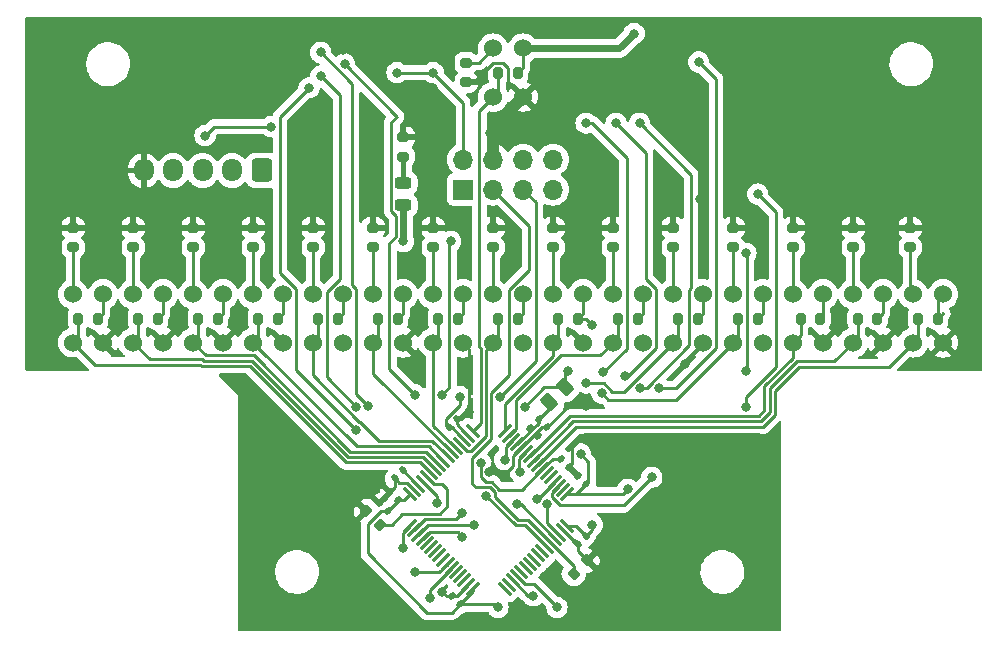
<source format=gbr>
%TF.GenerationSoftware,KiCad,Pcbnew,7.0.9*%
%TF.CreationDate,2024-12-10T16:14:57+09:00*%
%TF.ProjectId,02-LINE,30322d4c-494e-4452-9e6b-696361645f70,rev?*%
%TF.SameCoordinates,Original*%
%TF.FileFunction,Copper,L1,Top*%
%TF.FilePolarity,Positive*%
%FSLAX46Y46*%
G04 Gerber Fmt 4.6, Leading zero omitted, Abs format (unit mm)*
G04 Created by KiCad (PCBNEW 7.0.9) date 2024-12-10 16:14:57*
%MOMM*%
%LPD*%
G01*
G04 APERTURE LIST*
G04 Aperture macros list*
%AMRoundRect*
0 Rectangle with rounded corners*
0 $1 Rounding radius*
0 $2 $3 $4 $5 $6 $7 $8 $9 X,Y pos of 4 corners*
0 Add a 4 corners polygon primitive as box body*
4,1,4,$2,$3,$4,$5,$6,$7,$8,$9,$2,$3,0*
0 Add four circle primitives for the rounded corners*
1,1,$1+$1,$2,$3*
1,1,$1+$1,$4,$5*
1,1,$1+$1,$6,$7*
1,1,$1+$1,$8,$9*
0 Add four rect primitives between the rounded corners*
20,1,$1+$1,$2,$3,$4,$5,0*
20,1,$1+$1,$4,$5,$6,$7,0*
20,1,$1+$1,$6,$7,$8,$9,0*
20,1,$1+$1,$8,$9,$2,$3,0*%
G04 Aperture macros list end*
%TA.AperFunction,SMDPad,CuDef*%
%ADD10RoundRect,0.200000X0.275000X-0.200000X0.275000X0.200000X-0.275000X0.200000X-0.275000X-0.200000X0*%
%TD*%
%TA.AperFunction,SMDPad,CuDef*%
%ADD11RoundRect,0.140000X0.021213X-0.219203X0.219203X-0.021213X-0.021213X0.219203X-0.219203X0.021213X0*%
%TD*%
%TA.AperFunction,SMDPad,CuDef*%
%ADD12RoundRect,0.250000X-0.132583X0.503814X-0.503814X0.132583X0.132583X-0.503814X0.503814X-0.132583X0*%
%TD*%
%TA.AperFunction,SMDPad,CuDef*%
%ADD13RoundRect,0.140000X-0.219203X-0.021213X-0.021213X-0.219203X0.219203X0.021213X0.021213X0.219203X0*%
%TD*%
%TA.AperFunction,SMDPad,CuDef*%
%ADD14RoundRect,0.200000X0.200000X0.275000X-0.200000X0.275000X-0.200000X-0.275000X0.200000X-0.275000X0*%
%TD*%
%TA.AperFunction,SMDPad,CuDef*%
%ADD15RoundRect,0.200000X-0.275000X0.200000X-0.275000X-0.200000X0.275000X-0.200000X0.275000X0.200000X0*%
%TD*%
%TA.AperFunction,SMDPad,CuDef*%
%ADD16RoundRect,0.075000X0.441942X0.548008X-0.548008X-0.441942X-0.441942X-0.548008X0.548008X0.441942X0*%
%TD*%
%TA.AperFunction,SMDPad,CuDef*%
%ADD17RoundRect,0.075000X-0.441942X0.548008X-0.548008X0.441942X0.441942X-0.548008X0.548008X-0.441942X0*%
%TD*%
%TA.AperFunction,SMDPad,CuDef*%
%ADD18RoundRect,0.140000X0.219203X0.021213X0.021213X0.219203X-0.219203X-0.021213X-0.021213X-0.219203X0*%
%TD*%
%TA.AperFunction,SMDPad,CuDef*%
%ADD19RoundRect,0.200000X0.053033X-0.335876X0.335876X-0.053033X-0.053033X0.335876X-0.335876X0.053033X0*%
%TD*%
%TA.AperFunction,SMDPad,CuDef*%
%ADD20RoundRect,0.243750X-0.456250X0.243750X-0.456250X-0.243750X0.456250X-0.243750X0.456250X0.243750X0*%
%TD*%
%TA.AperFunction,ComponentPad*%
%ADD21RoundRect,0.250000X0.600000X0.725000X-0.600000X0.725000X-0.600000X-0.725000X0.600000X-0.725000X0*%
%TD*%
%TA.AperFunction,ComponentPad*%
%ADD22O,1.700000X1.950000*%
%TD*%
%TA.AperFunction,SMDPad,CuDef*%
%ADD23RoundRect,0.200000X0.335876X0.053033X0.053033X0.335876X-0.335876X-0.053033X-0.053033X-0.335876X0*%
%TD*%
%TA.AperFunction,SMDPad,CuDef*%
%ADD24RoundRect,0.140000X-0.021213X0.219203X-0.219203X0.021213X0.021213X-0.219203X0.219203X-0.021213X0*%
%TD*%
%TA.AperFunction,ComponentPad*%
%ADD25C,1.524000*%
%TD*%
%TA.AperFunction,ComponentPad*%
%ADD26R,1.700000X1.700000*%
%TD*%
%TA.AperFunction,ComponentPad*%
%ADD27O,1.700000X1.700000*%
%TD*%
%TA.AperFunction,ViaPad*%
%ADD28C,0.800000*%
%TD*%
%TA.AperFunction,Conductor*%
%ADD29C,0.250000*%
%TD*%
%TA.AperFunction,Conductor*%
%ADD30C,1.000000*%
%TD*%
%TA.AperFunction,Conductor*%
%ADD31C,0.600000*%
%TD*%
%TA.AperFunction,Conductor*%
%ADD32C,0.400000*%
%TD*%
G04 APERTURE END LIST*
D10*
%TO.P,R15,1*%
%TO.N,Net-(U9-Cathode)*%
X148590000Y-107505000D03*
%TO.P,R15,2*%
%TO.N,GND*%
X148590000Y-105855000D03*
%TD*%
D11*
%TO.P,C8,1*%
%TO.N,GND*%
X155755214Y-132655730D03*
%TO.P,C8,2*%
%TO.N,+3V3*%
X156434036Y-131976908D03*
%TD*%
D12*
%TO.P,FB1,1*%
%TO.N,+3V3*%
X154645235Y-119354765D03*
%TO.P,FB1,2*%
%TO.N,Net-(U1-VDDA)*%
X153354765Y-120645235D03*
%TD*%
D13*
%TO.P,C3,1*%
%TO.N,GND*%
X155755214Y-126896908D03*
%TO.P,C3,2*%
%TO.N,+3V3*%
X156434036Y-127575730D03*
%TD*%
D14*
%TO.P,R21,1*%
%TO.N,+3V3*%
X181102000Y-113538000D03*
%TO.P,R21,2*%
%TO.N,photo_L_6*%
X179452000Y-113538000D03*
%TD*%
%TO.P,R17,1*%
%TO.N,+3V3*%
X160845000Y-113538000D03*
%TO.P,R17,2*%
%TO.N,photo_L_2*%
X159195000Y-113538000D03*
%TD*%
D10*
%TO.P,R25,1*%
%TO.N,Net-(U11-Cathode)*%
X138430000Y-107505000D03*
%TO.P,R25,2*%
%TO.N,GND*%
X138430000Y-105855000D03*
%TD*%
D15*
%TO.P,R31,1*%
%TO.N,Net-(U17-Cathode)*%
X146304000Y-91885000D03*
%TO.P,R31,2*%
%TO.N,GND*%
X146304000Y-93535000D03*
%TD*%
D16*
%TO.P,U1,1,VBAT*%
%TO.N,+3V3*%
X154885106Y-128396532D03*
%TO.P,U1,2,PC13*%
%TO.N,unconnected-(U1-PC13-Pad2)*%
X154531553Y-128042979D03*
%TO.P,U1,3,PC14*%
%TO.N,LED_R*%
X154178000Y-127689426D03*
%TO.P,U1,4,PC15*%
%TO.N,LED_L*%
X153824446Y-127335872D03*
%TO.P,U1,5,PH0*%
%TO.N,unconnected-(U1-PH0-Pad5)*%
X153470893Y-126982319D03*
%TO.P,U1,6,PH1*%
%TO.N,unconnected-(U1-PH1-Pad6)*%
X153117339Y-126628765D03*
%TO.P,U1,7,NRST*%
%TO.N,NRST*%
X152763786Y-126275212D03*
%TO.P,U1,8,PC0*%
%TO.N,photo_L_7*%
X152410233Y-125921659D03*
%TO.P,U1,9,PC1*%
%TO.N,photo_L_6*%
X152056679Y-125568105D03*
%TO.P,U1,10,PC2*%
%TO.N,photo_L_5*%
X151703126Y-125214552D03*
%TO.P,U1,11,PC3*%
%TO.N,photo_L_4*%
X151349573Y-124860999D03*
%TO.P,U1,12,VSSA*%
%TO.N,GND*%
X150996019Y-124507445D03*
%TO.P,U1,13,VDDA*%
%TO.N,Net-(U1-VDDA)*%
X150642466Y-124153892D03*
%TO.P,U1,14,PA0*%
%TO.N,photo_L_3*%
X150288912Y-123800338D03*
%TO.P,U1,15,PA1*%
%TO.N,photo_L_2*%
X149935359Y-123446785D03*
%TO.P,U1,16,PA2*%
%TO.N,photo_L_1*%
X149581806Y-123093232D03*
D17*
%TO.P,U1,17,PA3*%
%TO.N,photo_front*%
X146859444Y-123093232D03*
%TO.P,U1,18,VSS*%
%TO.N,GND*%
X146505891Y-123446785D03*
%TO.P,U1,19,VDD*%
%TO.N,+3V3*%
X146152338Y-123800338D03*
%TO.P,U1,20,PA4*%
%TO.N,photo_center*%
X145798784Y-124153892D03*
%TO.P,U1,21,PA5*%
%TO.N,photo_R_1*%
X145445231Y-124507445D03*
%TO.P,U1,22,PA6*%
%TO.N,photo_R_2*%
X145091677Y-124860999D03*
%TO.P,U1,23,PA7*%
%TO.N,photo_R_3*%
X144738124Y-125214552D03*
%TO.P,U1,24,PC4*%
%TO.N,photo_R_4*%
X144384571Y-125568105D03*
%TO.P,U1,25,PC5*%
%TO.N,photo_R_5*%
X144031017Y-125921659D03*
%TO.P,U1,26,PB0*%
%TO.N,photo_R_6*%
X143677464Y-126275212D03*
%TO.P,U1,27,PB1*%
%TO.N,photo_R_7*%
X143323911Y-126628765D03*
%TO.P,U1,28,PB2*%
%TO.N,Net-(U1-PB2)*%
X142970357Y-126982319D03*
%TO.P,U1,29,PB10*%
%TO.N,Range1*%
X142616804Y-127335872D03*
%TO.P,U1,30,VCAP_1*%
%TO.N,Net-(U1-VCAP_1)*%
X142263250Y-127689426D03*
%TO.P,U1,31,VSS*%
%TO.N,GND*%
X141909697Y-128042979D03*
%TO.P,U1,32,VDD*%
%TO.N,+3V3*%
X141556144Y-128396532D03*
D16*
%TO.P,U1,33,PB12*%
%TO.N,Dout2*%
X141556144Y-131118894D03*
%TO.P,U1,34,PB13*%
%TO.N,Gate2*%
X141909697Y-131472447D03*
%TO.P,U1,35,PB14*%
%TO.N,CK2*%
X142263250Y-131826000D03*
%TO.P,U1,36,PB15*%
%TO.N,Range2*%
X142616804Y-132179554D03*
%TO.P,U1,37,PC6*%
%TO.N,unconnected-(U1-PC6-Pad37)*%
X142970357Y-132533107D03*
%TO.P,U1,38,PC7*%
%TO.N,unconnected-(U1-PC7-Pad38)*%
X143323911Y-132886661D03*
%TO.P,U1,39,PC8*%
%TO.N,unconnected-(U1-PC8-Pad39)*%
X143677464Y-133240214D03*
%TO.P,U1,40,PC9*%
%TO.N,unconnected-(U1-PC9-Pad40)*%
X144031017Y-133593767D03*
%TO.P,U1,41,PA8*%
%TO.N,unconnected-(U1-PA8-Pad41)*%
X144384571Y-133947321D03*
%TO.P,U1,42,PA9*%
%TO.N,UART1_TX*%
X144738124Y-134300874D03*
%TO.P,U1,43,PA10*%
%TO.N,UART1_RX*%
X145091677Y-134654427D03*
%TO.P,U1,44,PA11*%
%TO.N,unconnected-(U1-PA11-Pad44)*%
X145445231Y-135007981D03*
%TO.P,U1,45,PA12*%
%TO.N,unconnected-(U1-PA12-Pad45)*%
X145798784Y-135361534D03*
%TO.P,U1,46,PA13*%
%TO.N,unconnected-(U1-PA13-Pad46)*%
X146152338Y-135715088D03*
%TO.P,U1,47,VSS*%
%TO.N,GND*%
X146505891Y-136068641D03*
%TO.P,U1,48,VDD*%
%TO.N,+3V3*%
X146859444Y-136422194D03*
D17*
%TO.P,U1,49,PA14*%
%TO.N,unconnected-(U1-PA14-Pad49)*%
X149581806Y-136422194D03*
%TO.P,U1,50,PA15*%
%TO.N,unconnected-(U1-PA15-Pad50)*%
X149935359Y-136068641D03*
%TO.P,U1,51,PC10*%
%TO.N,UART3_TX*%
X150288912Y-135715088D03*
%TO.P,U1,52,PC11*%
%TO.N,UART3_RX*%
X150642466Y-135361534D03*
%TO.P,U1,53,PC12*%
%TO.N,unconnected-(U1-PC12-Pad53)*%
X150996019Y-135007981D03*
%TO.P,U1,54,PD2*%
%TO.N,unconnected-(U1-PD2-Pad54)*%
X151349573Y-134654427D03*
%TO.P,U1,55,PB3*%
%TO.N,unconnected-(U1-PB3-Pad55)*%
X151703126Y-134300874D03*
%TO.P,U1,56,PB4*%
%TO.N,unconnected-(U1-PB4-Pad56)*%
X152056679Y-133947321D03*
%TO.P,U1,57,PB5*%
%TO.N,unconnected-(U1-PB5-Pad57)*%
X152410233Y-133593767D03*
%TO.P,U1,58,PB6*%
%TO.N,unconnected-(U1-PB6-Pad58)*%
X152763786Y-133240214D03*
%TO.P,U1,59,PB7*%
%TO.N,Dout1*%
X153117339Y-132886661D03*
%TO.P,U1,60,BOOT0*%
%TO.N,BOOT0*%
X153470893Y-132533107D03*
%TO.P,U1,61,PB8*%
%TO.N,Gate1*%
X153824446Y-132179554D03*
%TO.P,U1,62,PB9*%
%TO.N,CK1*%
X154178000Y-131826000D03*
%TO.P,U1,63,VSS*%
%TO.N,GND*%
X154531553Y-131472447D03*
%TO.P,U1,64,VDD*%
%TO.N,+3V3*%
X154885106Y-131118894D03*
%TD*%
D14*
%TO.P,R36,1*%
%TO.N,+3V3*%
X125285000Y-113538000D03*
%TO.P,R36,2*%
%TO.N,photo_R_5*%
X123635000Y-113538000D03*
%TD*%
D18*
%TO.P,C10,1*%
%TO.N,GND*%
X153132036Y-122749730D03*
%TO.P,C10,2*%
%TO.N,Net-(U1-VDDA)*%
X152453214Y-122070908D03*
%TD*%
D14*
%TO.P,R37,1*%
%TO.N,+3V3*%
X120205000Y-113538000D03*
%TO.P,R37,2*%
%TO.N,photo_R_6*%
X118555000Y-113538000D03*
%TD*%
%TO.P,R20,1*%
%TO.N,+3V3*%
X176276000Y-113538000D03*
%TO.P,R20,2*%
%TO.N,photo_L_5*%
X174626000Y-113538000D03*
%TD*%
D10*
%TO.P,R11,1*%
%TO.N,Net-(U5-Cathode)*%
X168910000Y-107505000D03*
%TO.P,R11,2*%
%TO.N,GND*%
X168910000Y-105855000D03*
%TD*%
D18*
%TO.P,C1,1*%
%TO.N,GND*%
X155025411Y-126069411D03*
%TO.P,C1,2*%
%TO.N,NRST*%
X154346589Y-125390589D03*
%TD*%
D14*
%TO.P,R19,1*%
%TO.N,+3V3*%
X171005000Y-113538000D03*
%TO.P,R19,2*%
%TO.N,photo_L_4*%
X169355000Y-113538000D03*
%TD*%
D10*
%TO.P,R10,1*%
%TO.N,Net-(U4-Cathode)*%
X163830000Y-107505000D03*
%TO.P,R10,2*%
%TO.N,GND*%
X163830000Y-105855000D03*
%TD*%
D14*
%TO.P,R32,1*%
%TO.N,+3V3*%
X145605000Y-113538000D03*
%TO.P,R32,2*%
%TO.N,photo_R_1*%
X143955000Y-113538000D03*
%TD*%
D10*
%TO.P,R14,1*%
%TO.N,Net-(U8-Cathode)*%
X183896000Y-107505000D03*
%TO.P,R14,2*%
%TO.N,GND*%
X183896000Y-105855000D03*
%TD*%
D18*
%TO.P,C9,1*%
%TO.N,GND*%
X152370036Y-123511730D03*
%TO.P,C9,2*%
%TO.N,Net-(U1-VDDA)*%
X151691214Y-122832908D03*
%TD*%
D10*
%TO.P,R29,1*%
%TO.N,Net-(U15-Cathode)*%
X118110000Y-107505000D03*
%TO.P,R29,2*%
%TO.N,GND*%
X118110000Y-105855000D03*
%TD*%
D18*
%TO.P,C7,1*%
%TO.N,+3V3*%
X139670036Y-129861730D03*
%TO.P,C7,2*%
%TO.N,GND*%
X138991214Y-129182908D03*
%TD*%
D10*
%TO.P,R12,1*%
%TO.N,Net-(U6-Cathode)*%
X173990000Y-107505000D03*
%TO.P,R12,2*%
%TO.N,GND*%
X173990000Y-105855000D03*
%TD*%
D13*
%TO.P,C5,1*%
%TO.N,GND*%
X139838625Y-128252319D03*
%TO.P,C5,2*%
%TO.N,+3V3*%
X140517447Y-128931141D03*
%TD*%
D15*
%TO.P,R3,1*%
%TO.N,GND*%
X141000000Y-98175000D03*
%TO.P,R3,2*%
%TO.N,Net-(D1-K)*%
X141000000Y-99825000D03*
%TD*%
D14*
%TO.P,R33,1*%
%TO.N,+3V3*%
X140525000Y-113538000D03*
%TO.P,R33,2*%
%TO.N,photo_R_2*%
X138875000Y-113538000D03*
%TD*%
%TO.P,R38,1*%
%TO.N,+3V3*%
X115125000Y-113538000D03*
%TO.P,R38,2*%
%TO.N,photo_R_7*%
X113475000Y-113538000D03*
%TD*%
D19*
%TO.P,R1,1*%
%TO.N,BOOT0*%
X155416637Y-135185682D03*
%TO.P,R1,2*%
%TO.N,GND*%
X156583363Y-134018956D03*
%TD*%
D14*
%TO.P,R22,1*%
%TO.N,+3V3*%
X186245000Y-113538000D03*
%TO.P,R22,2*%
%TO.N,photo_L_7*%
X184595000Y-113538000D03*
%TD*%
D13*
%TO.P,C6,1*%
%TO.N,GND*%
X145087214Y-137056908D03*
%TO.P,C6,2*%
%TO.N,+3V3*%
X145766036Y-137735730D03*
%TD*%
D14*
%TO.P,R16,1*%
%TO.N,+3V3*%
X155765000Y-113538000D03*
%TO.P,R16,2*%
%TO.N,photo_L_1*%
X154115000Y-113538000D03*
%TD*%
D10*
%TO.P,R8,1*%
%TO.N,Net-(U2-Cathode)*%
X153670000Y-107505000D03*
%TO.P,R8,2*%
%TO.N,GND*%
X153670000Y-105855000D03*
%TD*%
D14*
%TO.P,R39,1*%
%TO.N,+3V3*%
X150685000Y-92710000D03*
%TO.P,R39,2*%
%TO.N,photo_front*%
X149035000Y-92710000D03*
%TD*%
D20*
%TO.P,D1,1,K*%
%TO.N,Net-(D1-K)*%
X141000000Y-102062500D03*
%TO.P,D1,2,A*%
%TO.N,+3V3*%
X141000000Y-103937500D03*
%TD*%
D10*
%TO.P,R26,1*%
%TO.N,Net-(U12-Cathode)*%
X133350000Y-107505000D03*
%TO.P,R26,2*%
%TO.N,GND*%
X133350000Y-105855000D03*
%TD*%
D14*
%TO.P,R23,1*%
%TO.N,+3V3*%
X150685000Y-113538000D03*
%TO.P,R23,2*%
%TO.N,photo_center*%
X149035000Y-113538000D03*
%TD*%
D10*
%TO.P,R9,1*%
%TO.N,Net-(U3-Cathode)*%
X158750000Y-107505000D03*
%TO.P,R9,2*%
%TO.N,GND*%
X158750000Y-105855000D03*
%TD*%
%TO.P,R30,1*%
%TO.N,Net-(U16-Cathode)*%
X113030000Y-107505000D03*
%TO.P,R30,2*%
%TO.N,GND*%
X113030000Y-105855000D03*
%TD*%
D21*
%TO.P,J3,1,Pin_1*%
%TO.N,5V_LED*%
X129000000Y-101000000D03*
D22*
%TO.P,J3,2,Pin_2*%
%TO.N,+3V3*%
X126500000Y-101000000D03*
%TO.P,J3,3,Pin_3*%
%TO.N,UART3_RX*%
X124000000Y-101000000D03*
%TO.P,J3,4,Pin_4*%
%TO.N,UART3_TX*%
X121500000Y-101000000D03*
%TO.P,J3,5,Pin_5*%
%TO.N,GND*%
X119000000Y-101000000D03*
%TD*%
D23*
%TO.P,R2,1*%
%TO.N,Net-(U1-PB2)*%
X139000000Y-131000000D03*
%TO.P,R2,2*%
%TO.N,GND*%
X137833274Y-129833274D03*
%TD*%
D14*
%TO.P,R34,1*%
%TO.N,+3V3*%
X135445000Y-113538000D03*
%TO.P,R34,2*%
%TO.N,photo_R_3*%
X133795000Y-113538000D03*
%TD*%
D10*
%TO.P,R27,1*%
%TO.N,Net-(U13-Cathode)*%
X128270000Y-107505000D03*
%TO.P,R27,2*%
%TO.N,GND*%
X128270000Y-105855000D03*
%TD*%
D14*
%TO.P,R18,1*%
%TO.N,+3V3*%
X165925000Y-113538000D03*
%TO.P,R18,2*%
%TO.N,photo_L_3*%
X164275000Y-113538000D03*
%TD*%
D10*
%TO.P,R28,1*%
%TO.N,Net-(U14-Cathode)*%
X123190000Y-107505000D03*
%TO.P,R28,2*%
%TO.N,GND*%
X123190000Y-105855000D03*
%TD*%
D14*
%TO.P,R35,1*%
%TO.N,+3V3*%
X130365000Y-113538000D03*
%TO.P,R35,2*%
%TO.N,photo_R_4*%
X128715000Y-113538000D03*
%TD*%
D24*
%TO.P,C4,1*%
%TO.N,GND*%
X145512036Y-122070908D03*
%TO.P,C4,2*%
%TO.N,+3V3*%
X144833214Y-122749730D03*
%TD*%
D10*
%TO.P,R13,1*%
%TO.N,Net-(U7-Cathode)*%
X179070000Y-107505000D03*
%TO.P,R13,2*%
%TO.N,GND*%
X179070000Y-105855000D03*
%TD*%
%TO.P,R24,1*%
%TO.N,Net-(U10-Cathode)*%
X143510000Y-107505000D03*
%TO.P,R24,2*%
%TO.N,GND*%
X143510000Y-105855000D03*
%TD*%
D24*
%TO.P,C2,1*%
%TO.N,Net-(U1-VCAP_1)*%
X140940036Y-126388908D03*
%TO.P,C2,2*%
%TO.N,GND*%
X140261214Y-127067730D03*
%TD*%
D25*
%TO.P,U16,1,Anode*%
%TO.N,+3V3*%
X115570000Y-111470000D03*
%TO.P,U16,2,Cathode*%
%TO.N,Net-(U16-Cathode)*%
X113030000Y-111470000D03*
%TO.P,U16,3,Emitter*%
%TO.N,GND*%
X115570000Y-115570000D03*
%TO.P,U16,4,Collector*%
%TO.N,photo_R_7*%
X113030000Y-115570000D03*
%TD*%
%TO.P,U17,1,Anode*%
%TO.N,+3V3*%
X151130000Y-90660000D03*
%TO.P,U17,2,Cathode*%
%TO.N,Net-(U17-Cathode)*%
X148590000Y-90660000D03*
%TO.P,U17,3,Emitter*%
%TO.N,GND*%
X151130000Y-94760000D03*
%TO.P,U17,4,Collector*%
%TO.N,photo_front*%
X148590000Y-94760000D03*
%TD*%
%TO.P,U7,1,Anode*%
%TO.N,+3V3*%
X181610000Y-111470000D03*
%TO.P,U7,2,Cathode*%
%TO.N,Net-(U7-Cathode)*%
X179070000Y-111470000D03*
%TO.P,U7,3,Emitter*%
%TO.N,GND*%
X181610000Y-115570000D03*
%TO.P,U7,4,Collector*%
%TO.N,photo_L_6*%
X179070000Y-115570000D03*
%TD*%
%TO.P,U6,1,Anode*%
%TO.N,+3V3*%
X176530000Y-111470000D03*
%TO.P,U6,2,Cathode*%
%TO.N,Net-(U6-Cathode)*%
X173990000Y-111470000D03*
%TO.P,U6,3,Emitter*%
%TO.N,GND*%
X176530000Y-115570000D03*
%TO.P,U6,4,Collector*%
%TO.N,photo_L_5*%
X173990000Y-115570000D03*
%TD*%
%TO.P,U3,1,Anode*%
%TO.N,+3V3*%
X161290000Y-111470000D03*
%TO.P,U3,2,Cathode*%
%TO.N,Net-(U3-Cathode)*%
X158750000Y-111470000D03*
%TO.P,U3,3,Emitter*%
%TO.N,GND*%
X161290000Y-115570000D03*
%TO.P,U3,4,Collector*%
%TO.N,photo_L_2*%
X158750000Y-115570000D03*
%TD*%
%TO.P,U9,1,Anode*%
%TO.N,+3V3*%
X151130000Y-111470000D03*
%TO.P,U9,2,Cathode*%
%TO.N,Net-(U9-Cathode)*%
X148590000Y-111470000D03*
%TO.P,U9,3,Emitter*%
%TO.N,GND*%
X151130000Y-115570000D03*
%TO.P,U9,4,Collector*%
%TO.N,photo_center*%
X148590000Y-115570000D03*
%TD*%
%TO.P,U12,1,Anode*%
%TO.N,+3V3*%
X135890000Y-111470000D03*
%TO.P,U12,2,Cathode*%
%TO.N,Net-(U12-Cathode)*%
X133350000Y-111470000D03*
%TO.P,U12,3,Emitter*%
%TO.N,GND*%
X135890000Y-115570000D03*
%TO.P,U12,4,Collector*%
%TO.N,photo_R_3*%
X133350000Y-115570000D03*
%TD*%
%TO.P,U8,1,Anode*%
%TO.N,+3V3*%
X186690000Y-111470000D03*
%TO.P,U8,2,Cathode*%
%TO.N,Net-(U8-Cathode)*%
X184150000Y-111470000D03*
%TO.P,U8,3,Emitter*%
%TO.N,GND*%
X186690000Y-115570000D03*
%TO.P,U8,4,Collector*%
%TO.N,photo_L_7*%
X184150000Y-115570000D03*
%TD*%
%TO.P,U10,1,Anode*%
%TO.N,+3V3*%
X146050000Y-111470000D03*
%TO.P,U10,2,Cathode*%
%TO.N,Net-(U10-Cathode)*%
X143510000Y-111470000D03*
%TO.P,U10,3,Emitter*%
%TO.N,GND*%
X146050000Y-115570000D03*
%TO.P,U10,4,Collector*%
%TO.N,photo_R_1*%
X143510000Y-115570000D03*
%TD*%
%TO.P,U5,1,Anode*%
%TO.N,+3V3*%
X171450000Y-111470000D03*
%TO.P,U5,2,Cathode*%
%TO.N,Net-(U5-Cathode)*%
X168910000Y-111470000D03*
%TO.P,U5,3,Emitter*%
%TO.N,GND*%
X171450000Y-115570000D03*
%TO.P,U5,4,Collector*%
%TO.N,photo_L_4*%
X168910000Y-115570000D03*
%TD*%
%TO.P,U14,1,Anode*%
%TO.N,+3V3*%
X125730000Y-111470000D03*
%TO.P,U14,2,Cathode*%
%TO.N,Net-(U14-Cathode)*%
X123190000Y-111470000D03*
%TO.P,U14,3,Emitter*%
%TO.N,GND*%
X125730000Y-115570000D03*
%TO.P,U14,4,Collector*%
%TO.N,photo_R_5*%
X123190000Y-115570000D03*
%TD*%
%TO.P,U2,1,Anode*%
%TO.N,+3V3*%
X156210000Y-111470000D03*
%TO.P,U2,2,Cathode*%
%TO.N,Net-(U2-Cathode)*%
X153670000Y-111470000D03*
%TO.P,U2,3,Emitter*%
%TO.N,GND*%
X156210000Y-115570000D03*
%TO.P,U2,4,Collector*%
%TO.N,photo_L_1*%
X153670000Y-115570000D03*
%TD*%
%TO.P,U13,1,Anode*%
%TO.N,+3V3*%
X130810000Y-111470000D03*
%TO.P,U13,2,Cathode*%
%TO.N,Net-(U13-Cathode)*%
X128270000Y-111470000D03*
%TO.P,U13,3,Emitter*%
%TO.N,GND*%
X130810000Y-115570000D03*
%TO.P,U13,4,Collector*%
%TO.N,photo_R_4*%
X128270000Y-115570000D03*
%TD*%
%TO.P,U11,1,Anode*%
%TO.N,+3V3*%
X140970000Y-111470000D03*
%TO.P,U11,2,Cathode*%
%TO.N,Net-(U11-Cathode)*%
X138430000Y-111470000D03*
%TO.P,U11,3,Emitter*%
%TO.N,GND*%
X140970000Y-115570000D03*
%TO.P,U11,4,Collector*%
%TO.N,photo_R_2*%
X138430000Y-115570000D03*
%TD*%
%TO.P,U4,1,Anode*%
%TO.N,+3V3*%
X166370000Y-111470000D03*
%TO.P,U4,2,Cathode*%
%TO.N,Net-(U4-Cathode)*%
X163830000Y-111470000D03*
%TO.P,U4,3,Emitter*%
%TO.N,GND*%
X166370000Y-115570000D03*
%TO.P,U4,4,Collector*%
%TO.N,photo_L_3*%
X163830000Y-115570000D03*
%TD*%
D26*
%TO.P,J2,1,Pin_1*%
%TO.N,unconnected-(J2-Pin_1-Pad1)*%
X146050000Y-102616000D03*
D27*
%TO.P,J2,2,Pin_2*%
%TO.N,+3V3*%
X146050000Y-100076000D03*
%TO.P,J2,3,Pin_3*%
%TO.N,BOOT0*%
X148590000Y-102616000D03*
%TO.P,J2,4,Pin_4*%
%TO.N,GND*%
X148590000Y-100076000D03*
%TO.P,J2,5,Pin_5*%
%TO.N,NRST*%
X151130000Y-102616000D03*
%TO.P,J2,6,Pin_6*%
%TO.N,UART1_TX*%
X151130000Y-100076000D03*
%TO.P,J2,7,Pin_7*%
%TO.N,unconnected-(J2-Pin_7-Pad7)*%
X153670000Y-102616000D03*
%TO.P,J2,8,Pin_8*%
%TO.N,UART1_RX*%
X153670000Y-100076000D03*
%TD*%
D25*
%TO.P,U15,1,Anode*%
%TO.N,+3V3*%
X120650000Y-111470000D03*
%TO.P,U15,2,Cathode*%
%TO.N,Net-(U15-Cathode)*%
X118110000Y-111470000D03*
%TO.P,U15,3,Emitter*%
%TO.N,GND*%
X120650000Y-115570000D03*
%TO.P,U15,4,Collector*%
%TO.N,photo_R_6*%
X118110000Y-115570000D03*
%TD*%
D28*
%TO.N,GND*%
X157480000Y-102108000D03*
X152400000Y-92202000D03*
X175260000Y-109855000D03*
X163576000Y-102108000D03*
X164084000Y-88900000D03*
X125730000Y-98806000D03*
X129286000Y-98806000D03*
X124968000Y-108712000D03*
X154940000Y-109220000D03*
X185420000Y-117475000D03*
X115062000Y-104648000D03*
X128524000Y-93472000D03*
X146050000Y-109220000D03*
X155448000Y-92710000D03*
X120396000Y-99060000D03*
X124968000Y-102870000D03*
X180340000Y-109855000D03*
X171958000Y-124206000D03*
X128016000Y-138938000D03*
X157480000Y-109220000D03*
X165354000Y-93980000D03*
X143510000Y-93980000D03*
X135890000Y-90805000D03*
X148336000Y-97790000D03*
X188595000Y-116840000D03*
X188214000Y-101346000D03*
X157480000Y-124206000D03*
X125730000Y-94488000D03*
X122682000Y-96266000D03*
X111760000Y-101600000D03*
X174244000Y-95504000D03*
X164846000Y-117348000D03*
X121158000Y-94488000D03*
X138430000Y-100965000D03*
X140970000Y-109220000D03*
X148261000Y-126567450D03*
X138430000Y-104140000D03*
X129540000Y-109855000D03*
X140716000Y-91186000D03*
X156464000Y-120904000D03*
X188468000Y-89408000D03*
X156464000Y-89154000D03*
X168910000Y-102616000D03*
X133350000Y-104140000D03*
X172720000Y-102870000D03*
X182880000Y-101600000D03*
X111252000Y-89662000D03*
X166370000Y-109220000D03*
X144272000Y-136652000D03*
X120396000Y-108712000D03*
X171704000Y-138938000D03*
X133350000Y-96520000D03*
X127635000Y-104140000D03*
X156718000Y-138938000D03*
X148590000Y-104394000D03*
X141986000Y-138938000D03*
X134366000Y-126492000D03*
X169672000Y-95504000D03*
X110236000Y-104648000D03*
X110998000Y-114046000D03*
X165100000Y-90424000D03*
X185420000Y-109855000D03*
X142875000Y-100965000D03*
X146558000Y-121412000D03*
X171450000Y-109220000D03*
X116840000Y-109728000D03*
X138430000Y-98806000D03*
X121158000Y-89408000D03*
X166116000Y-103378000D03*
X138430000Y-95885000D03*
X149860000Y-109474000D03*
X128016000Y-119634000D03*
X125730000Y-91694000D03*
X175514000Y-92710000D03*
X171196000Y-92710000D03*
X157289000Y-95250000D03*
X133350000Y-99568000D03*
%TO.N,NRST*%
X149174500Y-120169549D03*
X147536500Y-125730000D03*
%TO.N,+3V3*%
X149000000Y-138000000D03*
X143510000Y-92710000D03*
X151255783Y-121004682D03*
X156000000Y-125000000D03*
X145796000Y-120142000D03*
X154975048Y-117975048D03*
X157000000Y-114081500D03*
X140462000Y-92710000D03*
X141000000Y-107000000D03*
X159987701Y-127987701D03*
X160528000Y-89408000D03*
X157000000Y-131000000D03*
%TO.N,Net-(D2-DOUT)*%
X129794000Y-97282000D03*
X124206000Y-98044000D03*
%TO.N,LED_L*%
X152317501Y-128778120D03*
%TO.N,LED_R*%
X170000000Y-121000000D03*
X171000000Y-103000000D03*
X162026000Y-126974000D03*
%TO.N,UART1_TX*%
X144234500Y-120000000D03*
X145000000Y-107000000D03*
X142000000Y-135000000D03*
%TO.N,UART1_RX*%
X170000000Y-118000000D03*
X143208000Y-137208000D03*
X170000000Y-108000000D03*
%TO.N,UART3_RX*%
X154000000Y-138000000D03*
%TO.N,UART3_TX*%
X152000000Y-137000000D03*
%TO.N,photo_L_3*%
X149568500Y-125476000D03*
X156484114Y-118989032D03*
%TO.N,photo_L_4*%
X150876000Y-126492000D03*
X157786048Y-119835951D03*
%TO.N,Range1*%
X143819970Y-129180737D03*
X133000000Y-94000000D03*
X137000000Y-123000000D03*
%TO.N,Dout2*%
X162602299Y-119422299D03*
X141000000Y-133000000D03*
X166000000Y-91810500D03*
%TO.N,Gate2*%
X156464000Y-97000000D03*
X146000000Y-130000000D03*
X157939000Y-118072500D03*
%TO.N,CK2*%
X147000000Y-131000000D03*
X159766000Y-118364000D03*
X159000000Y-97000000D03*
%TO.N,Range2*%
X161000000Y-97000000D03*
X161040299Y-119384299D03*
X146000000Y-132000000D03*
%TO.N,Dout1*%
X148000000Y-128551000D03*
X136012299Y-91987701D03*
X142000000Y-120000000D03*
%TO.N,Gate1*%
X138030533Y-120981337D03*
X134000000Y-91000000D03*
X150622000Y-129275500D03*
%TO.N,CK1*%
X153184233Y-129275894D03*
X134000000Y-93000000D03*
X137012299Y-120987701D03*
%TD*%
D29*
%TO.N,GND*%
X148261000Y-126567450D02*
X149775245Y-126567450D01*
X146304000Y-93535000D02*
X146986996Y-93535000D01*
X145517624Y-137056908D02*
X145087214Y-137056908D01*
X150303649Y-126039046D02*
X150303649Y-125199815D01*
X154977766Y-120904000D02*
X156464000Y-120904000D01*
X140640539Y-127447055D02*
X140261214Y-127067730D01*
X153132036Y-122749730D02*
X154977766Y-120904000D01*
X146505891Y-136068641D02*
X145517624Y-137056908D01*
X159343000Y-124206000D02*
X160274000Y-123275000D01*
X140261214Y-127067730D02*
X140261214Y-127829730D01*
X149860000Y-93490000D02*
X151130000Y-94760000D01*
X150303649Y-125199815D02*
X150996019Y-124507445D01*
X146558000Y-121412000D02*
X146558000Y-116078000D01*
X157480000Y-124206000D02*
X159343000Y-124206000D01*
X141313773Y-127447055D02*
X140640539Y-127447055D01*
X145899092Y-122070908D02*
X146558000Y-121412000D01*
X155755214Y-133190807D02*
X156583363Y-134018956D01*
X139838625Y-128335497D02*
X138991214Y-129182908D01*
X146558000Y-116078000D02*
X146050000Y-115570000D01*
X149775245Y-126567450D02*
X150303649Y-126039046D01*
X160274000Y-123275000D02*
X171027000Y-123275000D01*
X139838625Y-128252319D02*
X139838625Y-128335497D01*
X164846000Y-117348000D02*
X164846000Y-117094000D01*
X140261214Y-127829730D02*
X139838625Y-128252319D01*
X145512036Y-122070908D02*
X145512036Y-122452930D01*
X145512036Y-122070908D02*
X145899092Y-122070908D01*
X149458004Y-91910000D02*
X149860000Y-92311996D01*
X155714836Y-132655730D02*
X155755214Y-132655730D01*
X145087214Y-137056908D02*
X144676908Y-137056908D01*
X156379000Y-123275000D02*
X160274000Y-123275000D01*
X144676908Y-137056908D02*
X144272000Y-136652000D01*
X145512036Y-122452930D02*
X146505891Y-123446785D01*
X152753734Y-122749730D02*
X150996019Y-124507445D01*
X155025411Y-126069411D02*
X155025411Y-126167105D01*
X164846000Y-117094000D02*
X166370000Y-115570000D01*
D30*
X148590000Y-100076000D02*
X148590000Y-97300000D01*
D29*
X153132036Y-122749730D02*
X152753734Y-122749730D01*
X155025411Y-126069411D02*
X155244614Y-125850208D01*
D30*
X148590000Y-97300000D02*
X151130000Y-94760000D01*
D29*
X155244614Y-124409386D02*
X156379000Y-123275000D01*
X146986996Y-93535000D02*
X148611996Y-91910000D01*
X149860000Y-92311996D02*
X149860000Y-93490000D01*
X155025411Y-126167105D02*
X155755214Y-126896908D01*
X155755214Y-132655730D02*
X155755214Y-133190807D01*
X141909697Y-128042979D02*
X141313773Y-127447055D01*
X155244614Y-125850208D02*
X155244614Y-124409386D01*
X154531553Y-131472447D02*
X155714836Y-132655730D01*
X171027000Y-123275000D02*
X171958000Y-124206000D01*
X148611996Y-91910000D02*
X149458004Y-91910000D01*
%TO.N,NRST*%
X147950000Y-127376000D02*
X148486701Y-127376000D01*
X147536500Y-126962500D02*
X147950000Y-127376000D01*
X151022998Y-128016000D02*
X152763786Y-126275212D01*
X153648409Y-125390589D02*
X154346589Y-125390589D01*
X149174500Y-120169549D02*
X152217000Y-117127049D01*
X152763786Y-126275212D02*
X153648409Y-125390589D01*
X152217000Y-117127049D02*
X152217000Y-103703000D01*
X147536500Y-125730000D02*
X147536500Y-126962500D01*
X152217000Y-103703000D02*
X151130000Y-102616000D01*
X149126701Y-128016000D02*
X151022998Y-128016000D01*
X148486701Y-127376000D02*
X149126701Y-128016000D01*
%TO.N,Net-(U1-VCAP_1)*%
X140962732Y-126388908D02*
X142263250Y-127689426D01*
X140940036Y-126388908D02*
X140962732Y-126388908D01*
%TO.N,+3V3*%
X138000000Y-130974694D02*
X138000000Y-133428000D01*
X156653239Y-125653239D02*
X156000000Y-125000000D01*
D31*
X141000000Y-107000000D02*
X141000000Y-103937500D01*
D29*
X130810000Y-113093000D02*
X130365000Y-113538000D01*
X146050000Y-111470000D02*
X146050000Y-113093000D01*
X151130000Y-113093000D02*
X150685000Y-113538000D01*
X156456500Y-113538000D02*
X157000000Y-114081500D01*
X145796000Y-120888918D02*
X144614011Y-122070907D01*
X156210000Y-113093000D02*
X155765000Y-113538000D01*
X181610000Y-111470000D02*
X181610000Y-113030000D01*
X145766036Y-137735730D02*
X148735730Y-137735730D01*
X120650000Y-111470000D02*
X120650000Y-113093000D01*
X157000000Y-131000000D02*
X157000000Y-131410944D01*
X154885106Y-128396532D02*
X159578870Y-128396532D01*
X141021535Y-128931141D02*
X141556144Y-128396532D01*
X140970000Y-111470000D02*
X140970000Y-113093000D01*
X139670036Y-129861730D02*
X139112964Y-129861730D01*
X144614011Y-122070907D02*
X144614011Y-122530527D01*
X146859444Y-136642322D02*
X145766036Y-137735730D01*
X161290000Y-113093000D02*
X160845000Y-113538000D01*
X135890000Y-111470000D02*
X135890000Y-113093000D01*
X156210000Y-111470000D02*
X156210000Y-113093000D01*
X156434036Y-127575730D02*
X156653239Y-127356527D01*
X138000000Y-133428000D02*
X143002000Y-138430000D01*
X145796000Y-120142000D02*
X145796000Y-120888918D01*
X155765000Y-113538000D02*
X156456500Y-113538000D01*
X154885106Y-131118894D02*
X155576022Y-131118894D01*
X146152338Y-123800338D02*
X145101730Y-122749730D01*
X120650000Y-113093000D02*
X120205000Y-113538000D01*
X148735730Y-137735730D02*
X149000000Y-138000000D01*
X145101730Y-122749730D02*
X144833214Y-122749730D01*
X154645235Y-119354765D02*
X152905700Y-119354765D01*
X154645235Y-118304861D02*
X154975048Y-117975048D01*
X152905700Y-119354765D02*
X151255783Y-121004682D01*
X125730000Y-111470000D02*
X125730000Y-113093000D01*
X186245000Y-111915000D02*
X186690000Y-111470000D01*
X181610000Y-113030000D02*
X181102000Y-113538000D01*
X140517447Y-129014319D02*
X139670036Y-129861730D01*
X166370000Y-113093000D02*
X165925000Y-113538000D01*
X144614011Y-122530527D02*
X144833214Y-122749730D01*
X151130000Y-90660000D02*
X151130000Y-92265000D01*
X115570000Y-111470000D02*
X115570000Y-113093000D01*
X139112964Y-129861730D02*
X138000000Y-130974694D01*
X176530000Y-111470000D02*
X176530000Y-113284000D01*
X161290000Y-111470000D02*
X161290000Y-113093000D01*
X186245000Y-113538000D02*
X186245000Y-111915000D01*
X143002000Y-138430000D02*
X145071766Y-138430000D01*
X155613234Y-128396532D02*
X154885106Y-128396532D01*
X146859444Y-136422194D02*
X146859444Y-136642322D01*
X143510000Y-92710000D02*
X140462000Y-92710000D01*
D31*
X159276000Y-90660000D02*
X151130000Y-90660000D01*
D29*
X176530000Y-113284000D02*
X176276000Y-113538000D01*
X140970000Y-113093000D02*
X140525000Y-113538000D01*
X151130000Y-111470000D02*
X151130000Y-113093000D01*
X156434036Y-127575730D02*
X155613234Y-128396532D01*
X171450000Y-111470000D02*
X171450000Y-113093000D01*
X146050000Y-95250000D02*
X146050000Y-100076000D01*
X125730000Y-113093000D02*
X125285000Y-113538000D01*
X159578870Y-128396532D02*
X159987701Y-127987701D01*
X186690000Y-113093000D02*
X186245000Y-113538000D01*
X146050000Y-113093000D02*
X145605000Y-113538000D01*
X154645235Y-119354765D02*
X154645235Y-118304861D01*
X155576022Y-131118894D02*
X156434036Y-131976908D01*
X130810000Y-111470000D02*
X130810000Y-113093000D01*
X151130000Y-92265000D02*
X150685000Y-92710000D01*
D31*
X160528000Y-89408000D02*
X159276000Y-90660000D01*
D29*
X171450000Y-113093000D02*
X171005000Y-113538000D01*
X145071766Y-138430000D02*
X145766036Y-137735730D01*
X135890000Y-113093000D02*
X135445000Y-113538000D01*
X140517447Y-128931141D02*
X141021535Y-128931141D01*
X157000000Y-131410944D02*
X156434036Y-131976908D01*
X115570000Y-113093000D02*
X115125000Y-113538000D01*
X140517447Y-128931141D02*
X140517447Y-129014319D01*
X156653239Y-127356527D02*
X156653239Y-125653239D01*
X143510000Y-92710000D02*
X146050000Y-95250000D01*
X166370000Y-111470000D02*
X166370000Y-113093000D01*
%TO.N,Net-(U1-VDDA)*%
X152453214Y-122070908D02*
X152453214Y-122343144D01*
X152453214Y-122343144D02*
X150642466Y-124153892D01*
X153354765Y-121169357D02*
X152453214Y-122070908D01*
X153354765Y-120645235D02*
X153354765Y-121169357D01*
D32*
%TO.N,Net-(D1-K)*%
X141000000Y-99825000D02*
X141000000Y-102062500D01*
D29*
%TO.N,Net-(D2-DOUT)*%
X124968000Y-97282000D02*
X124206000Y-98044000D01*
X129794000Y-97282000D02*
X124968000Y-97282000D01*
%TO.N,LED_L*%
X152382198Y-128778120D02*
X153824446Y-127335872D01*
X152317501Y-128778120D02*
X152382198Y-128778120D01*
%TO.N,LED_R*%
X154278947Y-129346009D02*
X153582076Y-128649138D01*
X172537000Y-117653812D02*
X170000000Y-120190812D01*
X162026000Y-126974000D02*
X159653991Y-129346009D01*
X172537000Y-104537000D02*
X172537000Y-117653812D01*
X170000000Y-120190812D02*
X170000000Y-121000000D01*
X153582076Y-128285350D02*
X154178000Y-127689426D01*
X171000000Y-103000000D02*
X172537000Y-104537000D01*
X153582076Y-128649138D02*
X153582076Y-128285350D01*
X159653991Y-129346009D02*
X154278947Y-129346009D01*
%TO.N,BOOT0*%
X148725000Y-128639604D02*
X150679718Y-130594322D01*
X148450000Y-119864500D02*
X148450000Y-123694708D01*
X150679718Y-130594322D02*
X151532108Y-130594322D01*
X151638000Y-105664000D02*
X151638000Y-109424749D01*
X149960000Y-111102749D02*
X149960000Y-118354500D01*
X151532108Y-130594322D02*
X153470893Y-132533107D01*
X153470893Y-132533107D02*
X155416637Y-134478851D01*
X149960000Y-118354500D02*
X148450000Y-119864500D01*
X147130000Y-127826000D02*
X148300305Y-127826000D01*
X148300305Y-127826000D02*
X148725000Y-128250695D01*
X146812000Y-125332708D02*
X146812000Y-127508000D01*
X151638000Y-109424749D02*
X149960000Y-111102749D01*
X148450000Y-123694708D02*
X146812000Y-125332708D01*
X148590000Y-102616000D02*
X151638000Y-105664000D01*
X148725000Y-128250695D02*
X148725000Y-128639604D01*
X155416637Y-134478851D02*
X155416637Y-135185682D01*
X146812000Y-127508000D02*
X147130000Y-127826000D01*
%TO.N,UART1_TX*%
X142000000Y-135000000D02*
X144038998Y-135000000D01*
X144880000Y-107120000D02*
X145000000Y-107000000D01*
X144880000Y-119354500D02*
X144880000Y-107120000D01*
X144234500Y-120000000D02*
X144880000Y-119354500D01*
X144038998Y-135000000D02*
X144738124Y-134300874D01*
%TO.N,UART1_RX*%
X143208000Y-136538104D02*
X145091677Y-134654427D01*
X170080000Y-108080000D02*
X170080000Y-117920000D01*
X143208000Y-137208000D02*
X143208000Y-136538104D01*
X170080000Y-117920000D02*
X170000000Y-118000000D01*
X170000000Y-108000000D02*
X170080000Y-108080000D01*
%TO.N,UART3_RX*%
X151280932Y-136000000D02*
X150642466Y-135361534D01*
X154000000Y-137974695D02*
X152025305Y-136000000D01*
X152025305Y-136000000D02*
X151280932Y-136000000D01*
X154000000Y-138000000D02*
X154000000Y-137974695D01*
%TO.N,UART3_TX*%
X151573824Y-137000000D02*
X150288912Y-135715088D01*
X152000000Y-137000000D02*
X151573824Y-137000000D01*
%TO.N,Net-(U1-PB2)*%
X144725000Y-129447652D02*
X144072652Y-130100000D01*
X142970357Y-126982319D02*
X143566280Y-127578242D01*
X143566280Y-127578242D02*
X144303242Y-127578242D01*
X144072652Y-130100000D02*
X140900000Y-130100000D01*
X140000000Y-131000000D02*
X139000000Y-131000000D01*
X144725000Y-128000000D02*
X144725000Y-129447652D01*
X144303242Y-127578242D02*
X144725000Y-128000000D01*
X140900000Y-130100000D02*
X140000000Y-131000000D01*
%TO.N,Net-(U2-Cathode)*%
X153670000Y-107505000D02*
X153670000Y-111470000D01*
%TO.N,Net-(U3-Cathode)*%
X158750000Y-107505000D02*
X158750000Y-111470000D01*
%TO.N,Net-(U4-Cathode)*%
X163830000Y-107505000D02*
X163830000Y-111470000D01*
%TO.N,Net-(U5-Cathode)*%
X168910000Y-107505000D02*
X168910000Y-111470000D01*
%TO.N,Net-(U6-Cathode)*%
X173990000Y-107505000D02*
X173990000Y-111470000D01*
%TO.N,Net-(U7-Cathode)*%
X179070000Y-107505000D02*
X179070000Y-111470000D01*
%TO.N,Net-(U8-Cathode)*%
X183896000Y-111216000D02*
X184150000Y-111470000D01*
X183896000Y-107505000D02*
X183896000Y-111216000D01*
%TO.N,Net-(U9-Cathode)*%
X148590000Y-107505000D02*
X148590000Y-111470000D01*
%TO.N,photo_L_1*%
X153670000Y-116667519D02*
X149899500Y-120438019D01*
X149899500Y-120438019D02*
X149899500Y-120469854D01*
X149899500Y-120469854D02*
X149581806Y-120787548D01*
X149581806Y-120787548D02*
X149581806Y-123093232D01*
X154115000Y-115125000D02*
X153670000Y-115570000D01*
X153670000Y-115570000D02*
X153670000Y-116667519D01*
X154115000Y-113538000D02*
X154115000Y-115125000D01*
%TO.N,photo_L_2*%
X159195000Y-113538000D02*
X159195000Y-115125000D01*
X149935359Y-123446785D02*
X150531283Y-122850861D01*
X157663000Y-116657000D02*
X158750000Y-115570000D01*
X150531283Y-122850861D02*
X150531283Y-120455674D01*
X154329957Y-116657000D02*
X157663000Y-116657000D01*
X159195000Y-115125000D02*
X158750000Y-115570000D01*
X150531283Y-120455674D02*
X154329957Y-116657000D01*
%TO.N,photo_L_3*%
X164275000Y-113538000D02*
X164275000Y-115125000D01*
X164275000Y-115125000D02*
X163830000Y-115570000D01*
X157963727Y-118989032D02*
X158699695Y-119725000D01*
X149692989Y-124396261D02*
X150288912Y-123800338D01*
X159675000Y-119725000D02*
X163830000Y-115570000D01*
X149692989Y-125351511D02*
X149692989Y-124396261D01*
X158699695Y-119725000D02*
X159675000Y-119725000D01*
X149568500Y-125476000D02*
X149692989Y-125351511D01*
X156484114Y-118989032D02*
X157963727Y-118989032D01*
%TO.N,photo_L_4*%
X169355000Y-113538000D02*
X169355000Y-115125000D01*
X150753649Y-126369649D02*
X150753649Y-125456923D01*
X150876000Y-126492000D02*
X150753649Y-126369649D01*
X169355000Y-115125000D02*
X168910000Y-115570000D01*
X157786048Y-119835951D02*
X158346097Y-120396000D01*
X150753649Y-125456923D02*
X151349573Y-124860999D01*
X164084000Y-120396000D02*
X168910000Y-115570000D01*
X158346097Y-120396000D02*
X164084000Y-120396000D01*
%TO.N,photo_L_5*%
X173990000Y-115570000D02*
X173990000Y-116837208D01*
X173990000Y-116837208D02*
X171566000Y-119261208D01*
X171566000Y-119261208D02*
X171566000Y-121293208D01*
X171566000Y-121293208D02*
X171077208Y-121782000D01*
X174626000Y-114934000D02*
X173990000Y-115570000D01*
X171077208Y-121782000D02*
X155135678Y-121782000D01*
X155135678Y-121782000D02*
X151703126Y-125214552D01*
X174626000Y-113538000D02*
X174626000Y-114934000D01*
%TO.N,photo_L_6*%
X172016000Y-121479604D02*
X171263604Y-122232000D01*
X179452000Y-113538000D02*
X179452000Y-115188000D01*
X177488000Y-117152000D02*
X174311604Y-117152000D01*
X179070000Y-115570000D02*
X177488000Y-117152000D01*
X172016000Y-119447604D02*
X172016000Y-121479604D01*
X174311604Y-117152000D02*
X172016000Y-119447604D01*
X155392784Y-122232000D02*
X152056679Y-125568105D01*
X179452000Y-115188000D02*
X179070000Y-115570000D01*
X171263604Y-122232000D02*
X155392784Y-122232000D01*
%TO.N,photo_L_7*%
X184595000Y-115125000D02*
X184150000Y-115570000D01*
X172466000Y-119634000D02*
X172466000Y-121666000D01*
X172466000Y-121666000D02*
X171450000Y-122682000D01*
X174498000Y-117602000D02*
X172466000Y-119634000D01*
X171450000Y-122682000D02*
X155649892Y-122682000D01*
X184595000Y-113538000D02*
X184595000Y-115125000D01*
X182118000Y-117602000D02*
X174498000Y-117602000D01*
X184150000Y-115570000D02*
X182118000Y-117602000D01*
X155649892Y-122682000D02*
X152410233Y-125921659D01*
%TO.N,photo_center*%
X149035000Y-113538000D02*
X149035000Y-115125000D01*
X149035000Y-115125000D02*
X148590000Y-115570000D01*
X146394707Y-124749815D02*
X145798784Y-124153892D01*
X148000000Y-123508312D02*
X146758497Y-124749815D01*
X146758497Y-124749815D02*
X146394707Y-124749815D01*
X148000000Y-116160000D02*
X148000000Y-123508312D01*
X148590000Y-115570000D02*
X148000000Y-116160000D01*
%TO.N,Net-(U10-Cathode)*%
X143510000Y-107505000D02*
X143510000Y-111470000D01*
%TO.N,Net-(U11-Cathode)*%
X138430000Y-107505000D02*
X138430000Y-111470000D01*
%TO.N,Net-(U12-Cathode)*%
X133350000Y-107505000D02*
X133350000Y-111470000D01*
%TO.N,Net-(U13-Cathode)*%
X128270000Y-107505000D02*
X128270000Y-111470000D01*
%TO.N,Net-(U14-Cathode)*%
X123190000Y-107505000D02*
X123190000Y-111470000D01*
%TO.N,Net-(U15-Cathode)*%
X118110000Y-107505000D02*
X118110000Y-111470000D01*
%TO.N,Net-(U16-Cathode)*%
X113030000Y-107505000D02*
X113030000Y-111470000D01*
%TO.N,Net-(U17-Cathode)*%
X147365000Y-91885000D02*
X148590000Y-90660000D01*
X146304000Y-91885000D02*
X147365000Y-91885000D01*
%TO.N,photo_R_1*%
X143955000Y-113538000D02*
X143955000Y-115125000D01*
X143510000Y-122607570D02*
X145409875Y-124507445D01*
X145409875Y-124507445D02*
X145445231Y-124507445D01*
X143510000Y-115570000D02*
X143510000Y-122607570D01*
X143955000Y-115125000D02*
X143510000Y-115570000D01*
%TO.N,photo_R_2*%
X138875000Y-115125000D02*
X138430000Y-115570000D01*
X138430000Y-118199322D02*
X145091677Y-124860999D01*
X138875000Y-113538000D02*
X138875000Y-115125000D01*
X138430000Y-115570000D02*
X138430000Y-118199322D01*
%TO.N,photo_R_3*%
X137725000Y-122725000D02*
X138901961Y-123901961D01*
X133350000Y-118350000D02*
X137275000Y-122275000D01*
X133795000Y-115125000D02*
X133350000Y-115570000D01*
X137725000Y-122699695D02*
X137725000Y-122725000D01*
X138901961Y-123901961D02*
X143425533Y-123901961D01*
X137275000Y-122275000D02*
X137300305Y-122275000D01*
X137300305Y-122275000D02*
X137725000Y-122699695D01*
X133350000Y-115570000D02*
X133350000Y-118350000D01*
X143425533Y-123901961D02*
X144738124Y-125214552D01*
X133795000Y-113538000D02*
X133795000Y-115125000D01*
%TO.N,photo_R_4*%
X128715000Y-115125000D02*
X128270000Y-115570000D01*
X143168427Y-124351961D02*
X144384571Y-125568105D01*
X128715000Y-113538000D02*
X128715000Y-115125000D01*
X137051961Y-124351961D02*
X143168427Y-124351961D01*
X128270000Y-115570000D02*
X137051961Y-124351961D01*
%TO.N,photo_R_5*%
X128343792Y-116657000D02*
X136488753Y-124801961D01*
X136488753Y-124801961D02*
X142911319Y-124801961D01*
X142911319Y-124801961D02*
X144031017Y-125921659D01*
X123635000Y-113538000D02*
X123635000Y-115125000D01*
X123190000Y-115570000D02*
X124277000Y-116657000D01*
X123635000Y-115125000D02*
X123190000Y-115570000D01*
X124277000Y-116657000D02*
X128343792Y-116657000D01*
%TO.N,photo_R_6*%
X128157396Y-117107000D02*
X124090604Y-117107000D01*
X124090604Y-117107000D02*
X123983604Y-117000000D01*
X119540000Y-117000000D02*
X118110000Y-115570000D01*
X143677464Y-126275212D02*
X142654213Y-125251961D01*
X123983604Y-117000000D02*
X119540000Y-117000000D01*
X118555000Y-113538000D02*
X118555000Y-115125000D01*
X142654213Y-125251961D02*
X136302357Y-125251961D01*
X118555000Y-115125000D02*
X118110000Y-115570000D01*
X136302357Y-125251961D02*
X128157396Y-117107000D01*
%TO.N,photo_R_7*%
X113475000Y-115125000D02*
X113030000Y-115570000D01*
X113030000Y-115570000D02*
X114910000Y-117450000D01*
X114910000Y-117450000D02*
X123797208Y-117450000D01*
X136115961Y-125701961D02*
X142397107Y-125701961D01*
X127971000Y-117557000D02*
X136115961Y-125701961D01*
X113475000Y-113538000D02*
X113475000Y-115125000D01*
X142397107Y-125701961D02*
X143323911Y-126628765D01*
X123797208Y-117450000D02*
X123904208Y-117557000D01*
X123904208Y-117557000D02*
X127971000Y-117557000D01*
%TO.N,photo_front*%
X149035000Y-94315000D02*
X148590000Y-94760000D01*
X149035000Y-92710000D02*
X149035000Y-94315000D01*
X147415000Y-95935000D02*
X147415000Y-115932251D01*
X147550000Y-116067251D02*
X147550000Y-122402676D01*
X147415000Y-115932251D02*
X147550000Y-116067251D01*
X147550000Y-122402676D02*
X146859444Y-123093232D01*
X148590000Y-94760000D02*
X147415000Y-95935000D01*
%TO.N,Range1*%
X143819970Y-129180737D02*
X143819970Y-128539038D01*
X133000000Y-94000000D02*
X130556000Y-96444000D01*
X130556000Y-96444000D02*
X130556000Y-109678749D01*
X130556000Y-109678749D02*
X131897000Y-111019749D01*
X143819970Y-128539038D02*
X142616804Y-127335872D01*
X131897000Y-117897000D02*
X137000000Y-123000000D01*
X131897000Y-111019749D02*
X131897000Y-117897000D01*
%TO.N,Dout2*%
X140960220Y-132960220D02*
X140960220Y-131714818D01*
X140960220Y-131714818D02*
X141556144Y-131118894D01*
X162602299Y-119422299D02*
X164054952Y-119422299D01*
X164054952Y-119422299D02*
X167457000Y-116020251D01*
X141000000Y-133000000D02*
X140960220Y-132960220D01*
X167457000Y-116020251D02*
X167457000Y-93267500D01*
X167457000Y-93267500D02*
X166000000Y-91810500D01*
%TO.N,Gate2*%
X157939000Y-118072500D02*
X157939000Y-118061000D01*
X145450000Y-130550000D02*
X142832144Y-130550000D01*
X159920000Y-116080000D02*
X159920000Y-99920000D01*
X159920000Y-99920000D02*
X157000000Y-97000000D01*
X157000000Y-97000000D02*
X156464000Y-97000000D01*
X157939000Y-118061000D02*
X159920000Y-116080000D01*
X142832144Y-130550000D02*
X141909697Y-131472447D01*
X146000000Y-130000000D02*
X145450000Y-130550000D01*
%TO.N,CK2*%
X159766000Y-118364000D02*
X160033251Y-118364000D01*
X147000000Y-131000000D02*
X143089250Y-131000000D01*
X161544000Y-99544000D02*
X159000000Y-97000000D01*
X160033251Y-118364000D02*
X162377000Y-116020251D01*
X143089250Y-131000000D02*
X142263250Y-131826000D01*
X161544000Y-110186749D02*
X161544000Y-99544000D01*
X162377000Y-116020251D02*
X162377000Y-111019749D01*
X162377000Y-111019749D02*
X161544000Y-110186749D01*
%TO.N,Range2*%
X161040299Y-119384299D02*
X161615701Y-119384299D01*
X165200000Y-115800000D02*
X165200000Y-111102749D01*
X146000000Y-132000000D02*
X145583630Y-131583630D01*
X165354000Y-101354000D02*
X161000000Y-97000000D01*
X145583630Y-131583630D02*
X143212728Y-131583630D01*
X161615701Y-119384299D02*
X165200000Y-115800000D01*
X165200000Y-111102749D02*
X165354000Y-110948749D01*
X143212728Y-131583630D02*
X142616804Y-132179554D01*
X165354000Y-110948749D02*
X165354000Y-101354000D01*
%TO.N,Dout1*%
X140375000Y-104823588D02*
X139975000Y-104423588D01*
X140375000Y-106599695D02*
X140375000Y-104823588D01*
X142000000Y-120000000D02*
X139800000Y-117800000D01*
X150493322Y-131044322D02*
X151275000Y-131044322D01*
X139800000Y-107174695D02*
X140375000Y-106599695D01*
X139975000Y-104423588D02*
X139975000Y-96924402D01*
X139975000Y-96924402D02*
X140462000Y-96437402D01*
X140462000Y-96437402D02*
X136012299Y-91987701D01*
X148000000Y-128551000D02*
X150493322Y-131044322D01*
X139800000Y-117800000D02*
X139800000Y-107174695D01*
X151275000Y-131044322D02*
X153117339Y-132886661D01*
%TO.N,Gate1*%
X136652000Y-110694749D02*
X136977000Y-111019749D01*
X134000000Y-91000000D02*
X136652000Y-93652000D01*
X136977000Y-119927804D02*
X138030533Y-120981337D01*
X150920392Y-129275500D02*
X153824446Y-132179554D01*
X136977000Y-111019749D02*
X136977000Y-119927804D01*
X150622000Y-129275500D02*
X150920392Y-129275500D01*
X136652000Y-93652000D02*
X136652000Y-110694749D01*
%TO.N,CK1*%
X153184233Y-130832233D02*
X154178000Y-131826000D01*
X153184233Y-129275894D02*
X153184233Y-130832233D01*
X135636000Y-110186749D02*
X134520000Y-111302749D01*
X134000000Y-93000000D02*
X135636000Y-94636000D01*
X134520000Y-111302749D02*
X134520000Y-118495402D01*
X135636000Y-94636000D02*
X135636000Y-110186749D01*
X134520000Y-118495402D02*
X137012299Y-120987701D01*
%TD*%
%TA.AperFunction,Conductor*%
%TO.N,GND*%
G36*
X127727587Y-118202185D02*
G01*
X127748228Y-118218818D01*
X131686530Y-122157121D01*
X135615158Y-126085749D01*
X135624983Y-126098012D01*
X135625204Y-126097830D01*
X135630175Y-126103839D01*
X135656178Y-126128256D01*
X135680596Y-126151187D01*
X135701490Y-126172081D01*
X135706972Y-126176334D01*
X135711404Y-126180118D01*
X135745379Y-126212023D01*
X135762937Y-126221675D01*
X135779196Y-126232356D01*
X135795025Y-126244634D01*
X135837799Y-126263143D01*
X135843017Y-126265699D01*
X135883869Y-126288158D01*
X135903277Y-126293141D01*
X135921678Y-126299441D01*
X135940065Y-126307398D01*
X135983449Y-126314269D01*
X135986080Y-126314686D01*
X135991800Y-126315870D01*
X136036942Y-126327461D01*
X136056977Y-126327461D01*
X136076375Y-126328987D01*
X136096155Y-126332120D01*
X136096156Y-126332121D01*
X136096156Y-126332120D01*
X136096157Y-126332121D01*
X136142545Y-126327736D01*
X136148383Y-126327461D01*
X139556609Y-126327461D01*
X139623648Y-126347146D01*
X139669403Y-126399950D01*
X139679347Y-126469108D01*
X139650322Y-126532664D01*
X139644291Y-126539142D01*
X139543753Y-126639681D01*
X139543753Y-126639680D01*
X139520124Y-126667344D01*
X139442224Y-126809042D01*
X139402011Y-126965660D01*
X139402011Y-127127371D01*
X139442222Y-127283982D01*
X139442225Y-127283992D01*
X139490882Y-127372499D01*
X139505929Y-127440730D01*
X139481698Y-127506263D01*
X139464728Y-127524410D01*
X139464711Y-127524853D01*
X139838625Y-127898766D01*
X140054645Y-128114786D01*
X140088130Y-128176109D01*
X140083146Y-128245801D01*
X140054645Y-128290148D01*
X139799603Y-128545190D01*
X139775950Y-128572883D01*
X139775947Y-128572887D01*
X139697989Y-128714693D01*
X139666701Y-128836552D01*
X139634278Y-128893395D01*
X139520378Y-129007295D01*
X139463538Y-129039717D01*
X139453597Y-129042269D01*
X139453592Y-129042271D01*
X139453591Y-129042272D01*
X139401034Y-129071165D01*
X139311776Y-129120234D01*
X139284085Y-129143886D01*
X139284085Y-129143887D01*
X139229330Y-129198640D01*
X139168007Y-129232124D01*
X139145548Y-129234897D01*
X139105232Y-129236164D01*
X139103150Y-129236230D01*
X139073613Y-129236230D01*
X139066730Y-129237099D01*
X139060913Y-129237556D01*
X139014337Y-129239020D01*
X138995093Y-129244611D01*
X138976043Y-129248555D01*
X138956175Y-129251064D01*
X138912848Y-129268218D01*
X138907322Y-129270109D01*
X138862578Y-129283109D01*
X138855420Y-129286208D01*
X138854339Y-129283710D01*
X138799256Y-129297677D01*
X138732997Y-129275507D01*
X138716197Y-129261444D01*
X138263749Y-128808995D01*
X138258057Y-128809219D01*
X138211982Y-128839297D01*
X138143657Y-128839785D01*
X138143636Y-128839875D01*
X138143285Y-128839788D01*
X138142114Y-128839797D01*
X138138636Y-128838642D01*
X137971302Y-128797399D01*
X137801312Y-128797399D01*
X137636261Y-128838079D01*
X137485741Y-128917079D01*
X137431341Y-128962415D01*
X137431336Y-128962419D01*
X137373654Y-129020101D01*
X138099146Y-129745593D01*
X138132631Y-129806916D01*
X138127647Y-129876608D01*
X138099146Y-129920955D01*
X137320622Y-130699479D01*
X137325258Y-130704116D01*
X137325271Y-130704128D01*
X137345621Y-130721087D01*
X137384519Y-130779128D01*
X137388708Y-130835754D01*
X137387270Y-130844827D01*
X137386086Y-130850542D01*
X137374501Y-130895666D01*
X137374500Y-130895676D01*
X137374500Y-130915710D01*
X137372973Y-130935109D01*
X137369840Y-130954888D01*
X137369840Y-130954889D01*
X137374225Y-131001277D01*
X137374500Y-131007115D01*
X137374500Y-133345255D01*
X137372775Y-133360872D01*
X137373061Y-133360899D01*
X137372326Y-133368665D01*
X137374500Y-133437814D01*
X137374500Y-133467343D01*
X137374501Y-133467360D01*
X137375368Y-133474231D01*
X137375826Y-133480050D01*
X137377290Y-133526624D01*
X137377291Y-133526627D01*
X137382880Y-133545867D01*
X137386824Y-133564911D01*
X137389336Y-133584792D01*
X137401000Y-133614252D01*
X137406490Y-133628119D01*
X137408382Y-133633647D01*
X137421381Y-133678388D01*
X137431580Y-133695634D01*
X137440138Y-133713103D01*
X137447514Y-133731732D01*
X137474898Y-133769423D01*
X137478106Y-133774307D01*
X137501827Y-133814416D01*
X137501833Y-133814424D01*
X137515990Y-133828580D01*
X137528628Y-133843376D01*
X137540405Y-133859586D01*
X137540406Y-133859587D01*
X137576309Y-133889288D01*
X137580620Y-133893210D01*
X141280227Y-137592818D01*
X142501197Y-138813788D01*
X142511022Y-138826051D01*
X142511243Y-138825869D01*
X142516214Y-138831878D01*
X142537043Y-138851437D01*
X142566635Y-138879226D01*
X142587529Y-138900120D01*
X142593011Y-138904373D01*
X142597443Y-138908157D01*
X142631418Y-138940062D01*
X142648976Y-138949714D01*
X142665235Y-138960395D01*
X142681064Y-138972673D01*
X142723838Y-138991182D01*
X142729056Y-138993738D01*
X142769908Y-139016197D01*
X142789316Y-139021180D01*
X142807717Y-139027480D01*
X142826104Y-139035437D01*
X142869488Y-139042308D01*
X142872119Y-139042725D01*
X142877839Y-139043909D01*
X142922981Y-139055500D01*
X142943016Y-139055500D01*
X142962414Y-139057026D01*
X142982194Y-139060159D01*
X142982195Y-139060160D01*
X142982195Y-139060159D01*
X142982196Y-139060160D01*
X143028584Y-139055775D01*
X143034422Y-139055500D01*
X144989023Y-139055500D01*
X145004643Y-139057224D01*
X145004670Y-139056939D01*
X145012426Y-139057671D01*
X145012433Y-139057673D01*
X145081580Y-139055500D01*
X145111116Y-139055500D01*
X145117994Y-139054630D01*
X145123807Y-139054172D01*
X145170393Y-139052709D01*
X145189635Y-139047117D01*
X145208678Y-139043174D01*
X145228558Y-139040664D01*
X145271888Y-139023507D01*
X145277412Y-139021617D01*
X145281162Y-139020527D01*
X145322156Y-139008618D01*
X145339395Y-138998422D01*
X145356869Y-138989862D01*
X145375493Y-138982488D01*
X145375493Y-138982487D01*
X145375498Y-138982486D01*
X145413215Y-138955082D01*
X145418071Y-138951892D01*
X145458186Y-138928170D01*
X145472355Y-138913999D01*
X145487145Y-138901368D01*
X145503353Y-138889594D01*
X145533065Y-138853676D01*
X145536978Y-138849376D01*
X145755872Y-138630483D01*
X145817191Y-138597001D01*
X145824539Y-138595740D01*
X145825735Y-138595433D01*
X145825737Y-138595433D01*
X145982481Y-138555188D01*
X146124292Y-138477228D01*
X146151982Y-138453578D01*
X146151987Y-138453574D01*
X146151986Y-138453574D01*
X146208010Y-138397550D01*
X146269333Y-138364064D01*
X146295692Y-138361230D01*
X148097157Y-138361230D01*
X148164196Y-138380915D01*
X148204544Y-138423230D01*
X148267467Y-138532216D01*
X148325800Y-138597001D01*
X148394129Y-138672888D01*
X148547265Y-138784148D01*
X148547270Y-138784151D01*
X148720192Y-138861142D01*
X148720197Y-138861144D01*
X148905354Y-138900500D01*
X148905355Y-138900500D01*
X149094644Y-138900500D01*
X149094646Y-138900500D01*
X149279803Y-138861144D01*
X149452730Y-138784151D01*
X149605871Y-138672888D01*
X149732533Y-138532216D01*
X149827179Y-138368284D01*
X149885674Y-138188256D01*
X149905460Y-138000000D01*
X149885674Y-137811744D01*
X149851613Y-137706918D01*
X149849619Y-137637078D01*
X149885699Y-137577245D01*
X149948400Y-137546417D01*
X149985729Y-137545662D01*
X149991465Y-137546417D01*
X150023747Y-137550667D01*
X150023748Y-137550667D01*
X150023749Y-137550667D01*
X150084471Y-137542673D01*
X150173983Y-137530889D01*
X150313980Y-137472900D01*
X150404016Y-137403814D01*
X150563426Y-137244404D01*
X150632512Y-137154368D01*
X150632512Y-137154366D01*
X150637460Y-137147919D01*
X150639891Y-137149784D01*
X150674042Y-137115589D01*
X150674490Y-137115330D01*
X150742380Y-137098818D01*
X150808420Y-137121632D01*
X150824233Y-137135000D01*
X151073021Y-137383788D01*
X151082846Y-137396051D01*
X151083067Y-137395869D01*
X151088038Y-137401878D01*
X151105762Y-137418521D01*
X151138459Y-137449226D01*
X151159353Y-137470120D01*
X151164835Y-137474373D01*
X151169267Y-137478157D01*
X151203242Y-137510062D01*
X151220800Y-137519714D01*
X151237057Y-137530393D01*
X151252888Y-137542673D01*
X151267388Y-137548947D01*
X151310291Y-137579777D01*
X151394129Y-137672888D01*
X151394135Y-137672893D01*
X151547265Y-137784148D01*
X151547270Y-137784151D01*
X151720192Y-137861142D01*
X151720197Y-137861144D01*
X151905354Y-137900500D01*
X151905355Y-137900500D01*
X152094644Y-137900500D01*
X152094646Y-137900500D01*
X152279803Y-137861144D01*
X152452730Y-137784151D01*
X152605871Y-137672888D01*
X152616857Y-137660687D01*
X152676343Y-137624037D01*
X152746200Y-137625366D01*
X152796690Y-137655976D01*
X153058221Y-137917507D01*
X153091706Y-137978830D01*
X153093293Y-137993596D01*
X153093861Y-137993537D01*
X153094540Y-137999998D01*
X153094540Y-138000000D01*
X153114326Y-138188256D01*
X153114327Y-138188259D01*
X153172818Y-138368277D01*
X153172821Y-138368284D01*
X153267467Y-138532216D01*
X153325800Y-138597001D01*
X153394129Y-138672888D01*
X153547265Y-138784148D01*
X153547270Y-138784151D01*
X153720192Y-138861142D01*
X153720197Y-138861144D01*
X153905354Y-138900500D01*
X153905355Y-138900500D01*
X154094644Y-138900500D01*
X154094646Y-138900500D01*
X154279803Y-138861144D01*
X154452730Y-138784151D01*
X154605871Y-138672888D01*
X154732533Y-138532216D01*
X154827179Y-138368284D01*
X154885674Y-138188256D01*
X154905460Y-138000000D01*
X154885674Y-137811744D01*
X154827179Y-137631716D01*
X154732533Y-137467784D01*
X154605871Y-137327112D01*
X154605870Y-137327111D01*
X154452734Y-137215851D01*
X154452729Y-137215848D01*
X154279807Y-137138857D01*
X154279802Y-137138855D01*
X154123203Y-137105570D01*
X154094646Y-137099500D01*
X154094645Y-137099500D01*
X154060758Y-137099500D01*
X153993719Y-137079815D01*
X153973077Y-137063181D01*
X152526108Y-135616212D01*
X152516285Y-135603950D01*
X152516064Y-135604134D01*
X152511091Y-135598123D01*
X152500262Y-135587954D01*
X152460669Y-135550773D01*
X152443397Y-135533501D01*
X152437020Y-135527123D01*
X152438404Y-135525738D01*
X152405315Y-135473219D01*
X152405942Y-135403352D01*
X152444243Y-135344916D01*
X152449072Y-135341011D01*
X152525336Y-135282494D01*
X152684746Y-135123084D01*
X152753832Y-135033048D01*
X152753832Y-135033046D01*
X152758780Y-135026599D01*
X152761243Y-135028489D01*
X152784294Y-135005438D01*
X152782404Y-135002975D01*
X152788851Y-134998027D01*
X152788853Y-134998027D01*
X152878889Y-134928941D01*
X153038299Y-134769531D01*
X153107385Y-134679495D01*
X153107385Y-134679493D01*
X153112333Y-134673046D01*
X153114755Y-134674904D01*
X153137816Y-134651843D01*
X153135958Y-134649421D01*
X153142405Y-134644473D01*
X153142407Y-134644473D01*
X153232443Y-134575387D01*
X153391853Y-134415977D01*
X153460939Y-134325941D01*
X153460939Y-134325939D01*
X153465887Y-134319492D01*
X153468350Y-134321382D01*
X153491401Y-134298331D01*
X153489511Y-134295868D01*
X153495958Y-134290920D01*
X153495960Y-134290920D01*
X153585996Y-134221834D01*
X153745406Y-134062424D01*
X153814492Y-133972388D01*
X153814492Y-133972386D01*
X153819440Y-133965939D01*
X153821873Y-133967805D01*
X153856050Y-133933593D01*
X153856500Y-133933333D01*
X153924394Y-133916839D01*
X153990429Y-133939670D01*
X154006215Y-133953019D01*
X154550292Y-134497096D01*
X154583777Y-134558419D01*
X154578793Y-134628111D01*
X154550305Y-134672445D01*
X154545420Y-134677330D01*
X154545400Y-134677352D01*
X154500028Y-134731795D01*
X154420970Y-134882424D01*
X154389383Y-135010583D01*
X154380261Y-135047593D01*
X154380261Y-135217705D01*
X154387341Y-135246431D01*
X154420970Y-135382873D01*
X154451255Y-135440574D01*
X154500027Y-135533501D01*
X154545399Y-135587944D01*
X155014375Y-136056920D01*
X155068818Y-136102292D01*
X155219445Y-136181348D01*
X155384614Y-136222058D01*
X155554726Y-136222058D01*
X155719895Y-136181348D01*
X155870522Y-136102292D01*
X155924965Y-136056920D01*
X156287875Y-135694010D01*
X156333247Y-135639567D01*
X156412303Y-135488940D01*
X156453013Y-135323771D01*
X156453013Y-135178831D01*
X156472698Y-135111792D01*
X156523510Y-135067763D01*
X166145787Y-135067763D01*
X166175413Y-135337013D01*
X166175415Y-135337024D01*
X166243926Y-135599082D01*
X166243928Y-135599088D01*
X166349870Y-135848390D01*
X166477136Y-136056923D01*
X166490979Y-136079605D01*
X166490986Y-136079615D01*
X166664253Y-136287819D01*
X166664259Y-136287824D01*
X166726748Y-136343814D01*
X166865998Y-136468582D01*
X167091910Y-136618044D01*
X167337176Y-136733020D01*
X167337183Y-136733022D01*
X167337185Y-136733023D01*
X167596557Y-136811057D01*
X167596564Y-136811058D01*
X167596569Y-136811060D01*
X167864561Y-136850500D01*
X167864566Y-136850500D01*
X168067636Y-136850500D01*
X168119133Y-136846730D01*
X168270156Y-136835677D01*
X168382758Y-136810593D01*
X168534546Y-136776782D01*
X168534548Y-136776781D01*
X168534553Y-136776780D01*
X168787558Y-136680014D01*
X169023777Y-136547441D01*
X169238177Y-136381888D01*
X169426186Y-136186881D01*
X169583799Y-135966579D01*
X169669511Y-135799868D01*
X169707649Y-135725690D01*
X169707651Y-135725684D01*
X169707656Y-135725675D01*
X169795118Y-135469305D01*
X169844319Y-135202933D01*
X169854212Y-134932235D01*
X169824586Y-134662982D01*
X169756072Y-134400912D01*
X169650130Y-134151610D01*
X169509018Y-133920390D01*
X169506063Y-133916839D01*
X169335746Y-133712180D01*
X169335740Y-133712175D01*
X169134002Y-133531418D01*
X168908092Y-133381957D01*
X168908090Y-133381956D01*
X168662824Y-133266980D01*
X168662819Y-133266978D01*
X168662814Y-133266976D01*
X168403442Y-133188942D01*
X168403428Y-133188939D01*
X168287791Y-133171921D01*
X168135439Y-133149500D01*
X167932369Y-133149500D01*
X167932364Y-133149500D01*
X167729844Y-133164323D01*
X167729831Y-133164325D01*
X167465453Y-133223217D01*
X167465446Y-133223220D01*
X167212439Y-133319987D01*
X166976226Y-133452557D01*
X166761822Y-133618112D01*
X166573822Y-133813109D01*
X166573816Y-133813116D01*
X166416202Y-134033419D01*
X166416199Y-134033424D01*
X166292350Y-134274309D01*
X166292343Y-134274327D01*
X166204884Y-134530685D01*
X166204881Y-134530699D01*
X166155681Y-134797068D01*
X166155680Y-134797075D01*
X166145787Y-135067763D01*
X156523510Y-135067763D01*
X156525502Y-135066037D01*
X156577013Y-135054831D01*
X156721391Y-135054831D01*
X156886441Y-135014150D01*
X157036961Y-134935150D01*
X157091367Y-134889810D01*
X157091372Y-134889805D01*
X157096015Y-134885161D01*
X156317491Y-134106637D01*
X156284006Y-134045314D01*
X156285891Y-134018956D01*
X156936916Y-134018956D01*
X157449568Y-134531608D01*
X157449569Y-134531608D01*
X157454205Y-134526971D01*
X157454221Y-134526953D01*
X157499556Y-134472556D01*
X157578558Y-134322031D01*
X157619238Y-134156983D01*
X157619238Y-133986994D01*
X157578557Y-133821943D01*
X157499557Y-133671423D01*
X157454226Y-133617028D01*
X157454212Y-133617013D01*
X157396535Y-133559336D01*
X157396534Y-133559336D01*
X156936916Y-134018955D01*
X156936916Y-134018956D01*
X156285891Y-134018956D01*
X156288990Y-133975622D01*
X156317491Y-133931275D01*
X156583363Y-133665403D01*
X157042981Y-133205783D01*
X157042981Y-133205782D01*
X156985313Y-133148114D01*
X156985294Y-133148097D01*
X156930897Y-133102762D01*
X156780372Y-133023761D01*
X156742827Y-133014507D01*
X156682447Y-132979350D01*
X156650659Y-132917131D01*
X156657555Y-132847602D01*
X156700947Y-132792840D01*
X156712753Y-132785455D01*
X156834718Y-132718406D01*
X156862408Y-132694756D01*
X156862413Y-132694752D01*
X157151880Y-132405285D01*
X157156396Y-132399996D01*
X157175534Y-132377590D01*
X157253494Y-132235779D01*
X157293739Y-132079035D01*
X157293739Y-132053157D01*
X157313424Y-131986118D01*
X157330057Y-131965477D01*
X157348610Y-131946924D01*
X157383787Y-131911746D01*
X157396042Y-131901930D01*
X157395859Y-131901708D01*
X157401866Y-131896736D01*
X157401877Y-131896730D01*
X157435296Y-131861142D01*
X157449227Y-131846308D01*
X157459671Y-131835862D01*
X157470120Y-131825415D01*
X157474379Y-131819922D01*
X157478152Y-131815505D01*
X157510062Y-131781526D01*
X157519713Y-131763968D01*
X157530396Y-131747705D01*
X157542673Y-131731880D01*
X157542679Y-131731864D01*
X157543155Y-131731063D01*
X157544186Y-131729929D01*
X157547459Y-131725711D01*
X157547790Y-131725968D01*
X157577009Y-131693856D01*
X157605871Y-131672888D01*
X157732533Y-131532216D01*
X157827179Y-131368284D01*
X157885674Y-131188256D01*
X157905460Y-131000000D01*
X157885674Y-130811744D01*
X157827179Y-130631716D01*
X157732533Y-130467784D01*
X157605871Y-130327112D01*
X157605870Y-130327111D01*
X157452734Y-130215851D01*
X157452729Y-130215848D01*
X157436871Y-130208788D01*
X157383634Y-130163538D01*
X157363313Y-130096688D01*
X157382359Y-130029465D01*
X157434725Y-129983210D01*
X157487307Y-129971509D01*
X159571248Y-129971509D01*
X159586868Y-129973233D01*
X159586895Y-129972948D01*
X159594651Y-129973680D01*
X159594658Y-129973682D01*
X159663805Y-129971509D01*
X159693341Y-129971509D01*
X159700219Y-129970639D01*
X159706032Y-129970181D01*
X159752618Y-129968718D01*
X159771860Y-129963126D01*
X159790903Y-129959183D01*
X159810783Y-129956673D01*
X159854113Y-129939516D01*
X159859637Y-129937626D01*
X159863387Y-129936536D01*
X159904381Y-129924627D01*
X159921620Y-129914431D01*
X159939094Y-129905871D01*
X159957718Y-129898497D01*
X159957718Y-129898496D01*
X159957723Y-129898495D01*
X159995440Y-129871091D01*
X160000296Y-129867901D01*
X160040411Y-129844179D01*
X160054580Y-129830008D01*
X160069370Y-129817377D01*
X160085578Y-129805603D01*
X160115290Y-129769685D01*
X160119203Y-129765385D01*
X161973772Y-127910819D01*
X162035095Y-127877334D01*
X162061453Y-127874500D01*
X162120644Y-127874500D01*
X162120646Y-127874500D01*
X162305803Y-127835144D01*
X162478730Y-127758151D01*
X162631871Y-127646888D01*
X162758533Y-127506216D01*
X162853179Y-127342284D01*
X162911674Y-127162256D01*
X162931460Y-126974000D01*
X162911674Y-126785744D01*
X162853179Y-126605716D01*
X162758533Y-126441784D01*
X162631871Y-126301112D01*
X162631870Y-126301111D01*
X162478734Y-126189851D01*
X162478729Y-126189848D01*
X162305807Y-126112857D01*
X162305802Y-126112855D01*
X162160001Y-126081865D01*
X162120646Y-126073500D01*
X161931354Y-126073500D01*
X161898897Y-126080398D01*
X161746197Y-126112855D01*
X161746192Y-126112857D01*
X161573270Y-126189848D01*
X161573265Y-126189851D01*
X161420129Y-126301111D01*
X161293466Y-126441785D01*
X161198821Y-126605715D01*
X161198818Y-126605722D01*
X161140327Y-126785740D01*
X161140326Y-126785744D01*
X161127973Y-126903279D01*
X161122679Y-126953649D01*
X161096094Y-127018263D01*
X161087039Y-127028368D01*
X160784055Y-127331352D01*
X160722732Y-127364837D01*
X160653040Y-127359853D01*
X160604225Y-127326644D01*
X160593572Y-127314813D01*
X160593565Y-127314807D01*
X160440435Y-127203552D01*
X160440430Y-127203549D01*
X160267508Y-127126558D01*
X160267503Y-127126556D01*
X160108980Y-127092862D01*
X160082347Y-127087201D01*
X159893055Y-127087201D01*
X159866422Y-127092862D01*
X159707898Y-127126556D01*
X159707893Y-127126558D01*
X159534971Y-127203549D01*
X159534966Y-127203552D01*
X159381830Y-127314812D01*
X159255167Y-127455486D01*
X159160522Y-127619416D01*
X159160519Y-127619422D01*
X159139099Y-127685350D01*
X159099662Y-127743025D01*
X159035303Y-127770224D01*
X159021168Y-127771032D01*
X157417259Y-127771032D01*
X157350220Y-127751347D01*
X157304465Y-127698543D01*
X157296028Y-127643232D01*
X157293739Y-127643232D01*
X157293739Y-127473604D01*
X157289087Y-127455486D01*
X157284200Y-127436453D01*
X157281833Y-127386217D01*
X157283399Y-127376331D01*
X157279014Y-127329942D01*
X157278739Y-127324104D01*
X157278739Y-125735976D01*
X157280463Y-125720362D01*
X157280177Y-125720335D01*
X157280911Y-125712572D01*
X157278739Y-125643441D01*
X157278739Y-125613890D01*
X157278739Y-125613889D01*
X157277868Y-125606998D01*
X157277411Y-125601184D01*
X157277239Y-125595722D01*
X157275948Y-125554611D01*
X157270359Y-125535376D01*
X157266413Y-125516323D01*
X157263903Y-125496447D01*
X157246740Y-125453098D01*
X157244853Y-125447585D01*
X157231856Y-125402849D01*
X157231855Y-125402847D01*
X157221660Y-125385608D01*
X157213099Y-125368132D01*
X157205725Y-125349508D01*
X157205725Y-125349506D01*
X157195713Y-125335727D01*
X157178322Y-125311789D01*
X157175139Y-125306944D01*
X157151409Y-125266818D01*
X157151404Y-125266812D01*
X157137244Y-125252652D01*
X157124609Y-125237859D01*
X157112832Y-125221651D01*
X157076932Y-125191952D01*
X157072620Y-125188029D01*
X156938960Y-125054369D01*
X156905475Y-124993046D01*
X156903323Y-124979668D01*
X156885674Y-124811744D01*
X156827179Y-124631716D01*
X156732533Y-124467784D01*
X156605871Y-124327112D01*
X156605870Y-124327111D01*
X156452734Y-124215851D01*
X156452729Y-124215848D01*
X156279807Y-124138857D01*
X156279802Y-124138855D01*
X156134001Y-124107865D01*
X156094646Y-124099500D01*
X155905354Y-124099500D01*
X155872897Y-124106398D01*
X155720197Y-124138855D01*
X155720192Y-124138857D01*
X155547270Y-124215848D01*
X155547265Y-124215851D01*
X155394129Y-124327111D01*
X155267466Y-124467785D01*
X155172821Y-124631715D01*
X155172819Y-124631719D01*
X155127719Y-124770524D01*
X155088281Y-124828199D01*
X155023923Y-124855397D01*
X154955076Y-124843482D01*
X154922107Y-124819886D01*
X154774966Y-124672745D01*
X154752253Y-124653346D01*
X154714061Y-124594839D01*
X154713563Y-124524971D01*
X154745105Y-124471376D01*
X155872663Y-123343819D01*
X155933986Y-123310334D01*
X155960344Y-123307500D01*
X171367257Y-123307500D01*
X171382877Y-123309224D01*
X171382904Y-123308939D01*
X171390660Y-123309671D01*
X171390667Y-123309673D01*
X171459814Y-123307500D01*
X171489350Y-123307500D01*
X171496228Y-123306630D01*
X171502041Y-123306172D01*
X171548627Y-123304709D01*
X171567869Y-123299117D01*
X171586912Y-123295174D01*
X171606792Y-123292664D01*
X171650122Y-123275507D01*
X171655646Y-123273617D01*
X171659396Y-123272527D01*
X171700390Y-123260618D01*
X171717629Y-123250422D01*
X171735103Y-123241862D01*
X171753727Y-123234488D01*
X171753727Y-123234487D01*
X171753732Y-123234486D01*
X171791449Y-123207082D01*
X171796305Y-123203892D01*
X171836420Y-123180170D01*
X171850589Y-123165999D01*
X171865379Y-123153368D01*
X171881587Y-123141594D01*
X171911299Y-123105676D01*
X171915212Y-123101376D01*
X172787821Y-122228768D01*
X172849142Y-122195285D01*
X172918834Y-122200269D01*
X172974767Y-122242141D01*
X172999184Y-122307605D01*
X172999500Y-122316451D01*
X172999500Y-139875500D01*
X172979815Y-139942539D01*
X172927011Y-139988294D01*
X172875500Y-139999500D01*
X127124500Y-139999500D01*
X127057461Y-139979815D01*
X127011706Y-139927011D01*
X127000500Y-139875500D01*
X127000500Y-135067763D01*
X130145787Y-135067763D01*
X130175413Y-135337013D01*
X130175415Y-135337024D01*
X130243926Y-135599082D01*
X130243928Y-135599088D01*
X130349870Y-135848390D01*
X130477136Y-136056923D01*
X130490979Y-136079605D01*
X130490986Y-136079615D01*
X130664253Y-136287819D01*
X130664259Y-136287824D01*
X130726748Y-136343814D01*
X130865998Y-136468582D01*
X131091910Y-136618044D01*
X131337176Y-136733020D01*
X131337183Y-136733022D01*
X131337185Y-136733023D01*
X131596557Y-136811057D01*
X131596564Y-136811058D01*
X131596569Y-136811060D01*
X131864561Y-136850500D01*
X131864566Y-136850500D01*
X132067636Y-136850500D01*
X132119133Y-136846730D01*
X132270156Y-136835677D01*
X132382758Y-136810593D01*
X132534546Y-136776782D01*
X132534548Y-136776781D01*
X132534553Y-136776780D01*
X132787558Y-136680014D01*
X133023777Y-136547441D01*
X133238177Y-136381888D01*
X133426186Y-136186881D01*
X133583799Y-135966579D01*
X133669511Y-135799868D01*
X133707649Y-135725690D01*
X133707651Y-135725684D01*
X133707656Y-135725675D01*
X133795118Y-135469305D01*
X133844319Y-135202933D01*
X133854212Y-134932235D01*
X133824586Y-134662982D01*
X133756072Y-134400912D01*
X133650130Y-134151610D01*
X133509018Y-133920390D01*
X133506063Y-133916839D01*
X133335746Y-133712180D01*
X133335740Y-133712175D01*
X133134002Y-133531418D01*
X132908092Y-133381957D01*
X132908090Y-133381956D01*
X132662824Y-133266980D01*
X132662819Y-133266978D01*
X132662814Y-133266976D01*
X132403442Y-133188942D01*
X132403428Y-133188939D01*
X132287791Y-133171921D01*
X132135439Y-133149500D01*
X131932369Y-133149500D01*
X131932364Y-133149500D01*
X131729844Y-133164323D01*
X131729831Y-133164325D01*
X131465453Y-133223217D01*
X131465446Y-133223220D01*
X131212439Y-133319987D01*
X130976226Y-133452557D01*
X130761822Y-133618112D01*
X130573822Y-133813109D01*
X130573816Y-133813116D01*
X130416202Y-134033419D01*
X130416199Y-134033424D01*
X130292350Y-134274309D01*
X130292343Y-134274327D01*
X130204884Y-134530685D01*
X130204881Y-134530699D01*
X130155681Y-134797068D01*
X130155680Y-134797075D01*
X130145787Y-135067763D01*
X127000500Y-135067763D01*
X127000500Y-129971301D01*
X136797399Y-129971301D01*
X136838079Y-130136352D01*
X136917079Y-130286872D01*
X136962410Y-130341267D01*
X136962425Y-130341283D01*
X136967067Y-130345926D01*
X137479721Y-129833274D01*
X137020101Y-129373654D01*
X136962433Y-129431323D01*
X136962414Y-129431344D01*
X136917080Y-129485740D01*
X136838078Y-129636264D01*
X136797399Y-129801312D01*
X136797399Y-129971301D01*
X127000500Y-129971301D01*
X127000500Y-128455442D01*
X138617300Y-128455442D01*
X138949624Y-128787766D01*
X139485072Y-128252319D01*
X139485072Y-128252318D01*
X139111160Y-127878406D01*
X139097532Y-127894363D01*
X139019636Y-128036056D01*
X139019633Y-128036066D01*
X138979422Y-128192677D01*
X138979422Y-128215236D01*
X138959737Y-128282275D01*
X138906933Y-128328030D01*
X138886259Y-128335340D01*
X138774961Y-128363916D01*
X138774951Y-128363919D01*
X138633257Y-128441816D01*
X138617300Y-128455442D01*
X127000500Y-128455442D01*
X127000500Y-120025083D01*
X127000562Y-120024771D01*
X127000541Y-120000002D01*
X127000542Y-120000000D01*
X127000469Y-119999827D01*
X127000469Y-119999826D01*
X127000384Y-119999618D01*
X126983359Y-119982501D01*
X126982904Y-119982197D01*
X125394889Y-118394181D01*
X125361404Y-118332858D01*
X125366388Y-118263166D01*
X125408260Y-118207233D01*
X125473724Y-118182816D01*
X125482570Y-118182500D01*
X127660548Y-118182500D01*
X127727587Y-118202185D01*
G37*
%TD.AperFunction*%
%TA.AperFunction,Conductor*%
G36*
X144687368Y-136045838D02*
G01*
X144706068Y-136054653D01*
X144706518Y-136054913D01*
X144740741Y-136089094D01*
X144743131Y-136087261D01*
X144774444Y-136128070D01*
X144799637Y-136193239D01*
X144785598Y-136261684D01*
X144736783Y-136311673D01*
X144735807Y-136312215D01*
X144729262Y-136315813D01*
X144729258Y-136315815D01*
X144701586Y-136339448D01*
X144369752Y-136671285D01*
X144369753Y-136671285D01*
X144346127Y-136698944D01*
X144346121Y-136698954D01*
X144268224Y-136840648D01*
X144267178Y-136843291D01*
X144265803Y-136845052D01*
X144264466Y-136847485D01*
X144264073Y-136847269D01*
X144224193Y-136898374D01*
X144158253Y-136921474D01*
X144090291Y-136905256D01*
X144041886Y-136854870D01*
X144037993Y-136845583D01*
X144037825Y-136845659D01*
X144035180Y-136839720D01*
X144035179Y-136839716D01*
X143993366Y-136767294D01*
X143976895Y-136699400D01*
X143999747Y-136633373D01*
X144013068Y-136617624D01*
X144556355Y-136074337D01*
X144617676Y-136040854D01*
X144687368Y-136045838D01*
G37*
%TD.AperFunction*%
%TA.AperFunction,Conductor*%
G36*
X155633779Y-132241225D02*
G01*
X155657947Y-132272243D01*
X155692538Y-132335164D01*
X155692539Y-132335165D01*
X155716192Y-132362859D01*
X155971234Y-132617900D01*
X156004719Y-132679223D01*
X155999735Y-132748914D01*
X155971234Y-132793263D01*
X155842894Y-132921602D01*
X155781571Y-132955086D01*
X155711879Y-132950102D01*
X155667532Y-132921601D01*
X155309376Y-132563445D01*
X155275891Y-132502122D01*
X155280875Y-132432430D01*
X155282467Y-132428382D01*
X155286695Y-132418177D01*
X155296447Y-132344094D01*
X155324713Y-132280199D01*
X155383037Y-132241727D01*
X155403195Y-132237342D01*
X155477283Y-132227589D01*
X155484958Y-132224409D01*
X155501831Y-132217421D01*
X155571300Y-132209951D01*
X155633779Y-132241225D01*
G37*
%TD.AperFunction*%
%TA.AperFunction,Conductor*%
G36*
X148900788Y-124231023D02*
G01*
X148949660Y-124267185D01*
X148950849Y-124266142D01*
X148950868Y-124266124D01*
X148950869Y-124266125D01*
X148951069Y-124265950D01*
X148953738Y-124268994D01*
X148953739Y-124268995D01*
X149031171Y-124346427D01*
X149064655Y-124407748D01*
X149067489Y-124434107D01*
X149067489Y-124663746D01*
X149047804Y-124730785D01*
X149016374Y-124764064D01*
X148962629Y-124803111D01*
X148835966Y-124943785D01*
X148741321Y-125107715D01*
X148741318Y-125107722D01*
X148694228Y-125252652D01*
X148682826Y-125287744D01*
X148665742Y-125450290D01*
X148663040Y-125476000D01*
X148665103Y-125495626D01*
X148652533Y-125564356D01*
X148625814Y-125592917D01*
X148634176Y-125595722D01*
X148677889Y-125650228D01*
X148681148Y-125659093D01*
X148741319Y-125844280D01*
X148741321Y-125844284D01*
X148835967Y-126008216D01*
X148947501Y-126132087D01*
X148962629Y-126148888D01*
X149115765Y-126260148D01*
X149115770Y-126260151D01*
X149288692Y-126337142D01*
X149288697Y-126337144D01*
X149473854Y-126376500D01*
X149473855Y-126376500D01*
X149663144Y-126376500D01*
X149663146Y-126376500D01*
X149823039Y-126342514D01*
X149892706Y-126347830D01*
X149948440Y-126389967D01*
X149972545Y-126455547D01*
X149972141Y-126476762D01*
X149970540Y-126491997D01*
X149970540Y-126492000D01*
X149990326Y-126680256D01*
X149990327Y-126680259D01*
X150048818Y-126860277D01*
X150048821Y-126860284D01*
X150143467Y-127024216D01*
X150237829Y-127129015D01*
X150270128Y-127164887D01*
X150271909Y-127166181D01*
X150272690Y-127167194D01*
X150274958Y-127169236D01*
X150274584Y-127169650D01*
X150314576Y-127221510D01*
X150320556Y-127291124D01*
X150287950Y-127352919D01*
X150227112Y-127387277D01*
X150199025Y-127390500D01*
X149437153Y-127390500D01*
X149370114Y-127370815D01*
X149349472Y-127354181D01*
X149180064Y-127184773D01*
X148987504Y-126992212D01*
X148977681Y-126979950D01*
X148977460Y-126980134D01*
X148972487Y-126974123D01*
X148954521Y-126957252D01*
X148922065Y-126926773D01*
X148911620Y-126916328D01*
X148901176Y-126905883D01*
X148895687Y-126901625D01*
X148891262Y-126897847D01*
X148857283Y-126865938D01*
X148857281Y-126865936D01*
X148857278Y-126865935D01*
X148839730Y-126856288D01*
X148823464Y-126845604D01*
X148807634Y-126833325D01*
X148764869Y-126814818D01*
X148759623Y-126812248D01*
X148718794Y-126789803D01*
X148718793Y-126789802D01*
X148699394Y-126784822D01*
X148680982Y-126778518D01*
X148662599Y-126770562D01*
X148662593Y-126770560D01*
X148616575Y-126763272D01*
X148610853Y-126762087D01*
X148565722Y-126750500D01*
X148565720Y-126750500D01*
X148545685Y-126750500D01*
X148526287Y-126748973D01*
X148514865Y-126747164D01*
X148506506Y-126745840D01*
X148506505Y-126745840D01*
X148460117Y-126750225D01*
X148454279Y-126750500D01*
X148286000Y-126750500D01*
X148218961Y-126730815D01*
X148173206Y-126678011D01*
X148162000Y-126626500D01*
X148162000Y-126428687D01*
X148181685Y-126361648D01*
X148193850Y-126345715D01*
X148221788Y-126314686D01*
X148269033Y-126262216D01*
X148363679Y-126098284D01*
X148422174Y-125918256D01*
X148441960Y-125730000D01*
X148439897Y-125710374D01*
X148452464Y-125641647D01*
X148479185Y-125613080D01*
X148470820Y-125610274D01*
X148427108Y-125555767D01*
X148423851Y-125546905D01*
X148363681Y-125361722D01*
X148363680Y-125361721D01*
X148363679Y-125361716D01*
X148269033Y-125197784D01*
X148142371Y-125057112D01*
X148140475Y-125055006D01*
X148110245Y-124992015D01*
X148118870Y-124922679D01*
X148144941Y-124884356D01*
X148769775Y-124259522D01*
X148831096Y-124226039D01*
X148900788Y-124231023D01*
G37*
%TD.AperFunction*%
%TA.AperFunction,Conductor*%
G36*
X155118596Y-125824889D02*
G01*
X155162943Y-125853390D01*
X155888295Y-126578742D01*
X155921780Y-126640065D01*
X155924614Y-126666423D01*
X155924614Y-126712755D01*
X155971234Y-126759375D01*
X156004719Y-126820698D01*
X155999735Y-126890390D01*
X155971234Y-126934737D01*
X155793043Y-127112928D01*
X155731720Y-127146413D01*
X155662028Y-127141429D01*
X155617681Y-127112928D01*
X154892330Y-126387577D01*
X154858845Y-126326254D01*
X154856011Y-126299896D01*
X154856011Y-126253564D01*
X154809390Y-126206943D01*
X154775905Y-126145620D01*
X154780889Y-126075928D01*
X154809388Y-126031583D01*
X154987583Y-125853388D01*
X155048904Y-125819905D01*
X155118596Y-125824889D01*
G37*
%TD.AperFunction*%
%TA.AperFunction,Conductor*%
G36*
X146855211Y-120254542D02*
G01*
X146906687Y-120301786D01*
X146924500Y-120365819D01*
X146924500Y-121957408D01*
X146904815Y-122024447D01*
X146852011Y-122070202D01*
X146782853Y-122080146D01*
X146725015Y-122055785D01*
X146707734Y-122042525D01*
X146567738Y-121984537D01*
X146567736Y-121984536D01*
X146440340Y-121967765D01*
X146376443Y-121939499D01*
X146337972Y-121881174D01*
X146336420Y-121875660D01*
X146331026Y-121854652D01*
X146331024Y-121854645D01*
X146253127Y-121712952D01*
X146253125Y-121712948D01*
X146239499Y-121696994D01*
X145673066Y-122263429D01*
X145611743Y-122296914D01*
X145542051Y-122291930D01*
X145500502Y-122266140D01*
X145492111Y-122258260D01*
X145456718Y-122198021D01*
X145459512Y-122128207D01*
X145489314Y-122080192D01*
X146179787Y-121389720D01*
X146192042Y-121379904D01*
X146191859Y-121379682D01*
X146197866Y-121374710D01*
X146197877Y-121374704D01*
X146241767Y-121327966D01*
X146245227Y-121324282D01*
X146255671Y-121313836D01*
X146266120Y-121303389D01*
X146270379Y-121297896D01*
X146274152Y-121293479D01*
X146306062Y-121259500D01*
X146315715Y-121241938D01*
X146326389Y-121225688D01*
X146338673Y-121209854D01*
X146357180Y-121167085D01*
X146359749Y-121161842D01*
X146373508Y-121136815D01*
X146382197Y-121121010D01*
X146387177Y-121101609D01*
X146393478Y-121083206D01*
X146401438Y-121064814D01*
X146408730Y-121018767D01*
X146409911Y-121013070D01*
X146421500Y-120967937D01*
X146421500Y-120947901D01*
X146423027Y-120928500D01*
X146426160Y-120908722D01*
X146422078Y-120865538D01*
X146421775Y-120862333D01*
X146421500Y-120856495D01*
X146421500Y-120840687D01*
X146441185Y-120773648D01*
X146453350Y-120757715D01*
X146475532Y-120733079D01*
X146528533Y-120674216D01*
X146623179Y-120510284D01*
X146681674Y-120330256D01*
X146681674Y-120330255D01*
X146682569Y-120327501D01*
X146722006Y-120269825D01*
X146786365Y-120242627D01*
X146855211Y-120254542D01*
G37*
%TD.AperFunction*%
%TA.AperFunction,Conductor*%
G36*
X156011185Y-119758540D02*
G01*
X156013216Y-119759984D01*
X156031380Y-119773180D01*
X156031384Y-119773183D01*
X156204306Y-119850174D01*
X156204311Y-119850176D01*
X156389468Y-119889532D01*
X156389469Y-119889532D01*
X156578758Y-119889532D01*
X156578760Y-119889532D01*
X156744796Y-119854240D01*
X156814461Y-119859556D01*
X156870195Y-119901693D01*
X156893895Y-119962566D01*
X156900374Y-120024207D01*
X156900375Y-120024210D01*
X156958866Y-120204228D01*
X156958869Y-120204235D01*
X157053515Y-120368167D01*
X157143211Y-120467784D01*
X157180177Y-120508839D01*
X157333313Y-120620099D01*
X157333318Y-120620102D01*
X157506240Y-120697093D01*
X157506245Y-120697095D01*
X157691402Y-120736451D01*
X157750595Y-120736451D01*
X157817634Y-120756136D01*
X157838276Y-120772770D01*
X157845294Y-120779788D01*
X157855119Y-120792051D01*
X157855340Y-120791869D01*
X157860311Y-120797878D01*
X157881140Y-120817437D01*
X157910732Y-120845226D01*
X157931626Y-120866120D01*
X157937108Y-120870373D01*
X157941540Y-120874157D01*
X157975515Y-120906062D01*
X157993073Y-120915714D01*
X158009332Y-120926395D01*
X158019808Y-120934521D01*
X158060715Y-120991163D01*
X158064505Y-121060930D01*
X158029974Y-121121671D01*
X157968086Y-121154100D01*
X157943808Y-121156500D01*
X155218421Y-121156500D01*
X155202800Y-121154775D01*
X155202773Y-121155061D01*
X155195011Y-121154326D01*
X155125850Y-121156500D01*
X155096327Y-121156500D01*
X155089456Y-121157367D01*
X155083637Y-121157825D01*
X155037052Y-121159289D01*
X155037046Y-121159290D01*
X155017804Y-121164880D01*
X154998765Y-121168823D01*
X154978895Y-121171334D01*
X154978881Y-121171337D01*
X154935561Y-121188488D01*
X154930036Y-121190380D01*
X154885291Y-121203380D01*
X154885288Y-121203381D01*
X154868044Y-121213579D01*
X154850583Y-121222133D01*
X154831952Y-121229510D01*
X154831940Y-121229517D01*
X154794248Y-121256902D01*
X154789365Y-121260109D01*
X154749258Y-121283829D01*
X154735092Y-121297995D01*
X154720302Y-121310627D01*
X154704092Y-121322404D01*
X154704085Y-121322411D01*
X154687835Y-121342054D01*
X154629935Y-121381161D01*
X154560083Y-121382756D01*
X154500458Y-121346333D01*
X154469990Y-121283456D01*
X154478352Y-121214089D01*
X154488204Y-121195622D01*
X154489875Y-121193038D01*
X154489881Y-121193032D01*
X154568618Y-121036251D01*
X154572756Y-121018795D01*
X154591745Y-120938673D01*
X154609079Y-120865538D01*
X154609079Y-120733079D01*
X154628764Y-120666040D01*
X154681568Y-120620285D01*
X154733079Y-120609079D01*
X154865535Y-120609079D01*
X154865538Y-120609079D01*
X154971727Y-120583911D01*
X155036248Y-120568619D01*
X155036249Y-120568618D01*
X155036251Y-120568618D01*
X155193032Y-120489881D01*
X155273139Y-120424624D01*
X155715093Y-119982669D01*
X155780351Y-119902562D01*
X155829522Y-119804650D01*
X155877198Y-119753578D01*
X155944920Y-119736388D01*
X156011185Y-119758540D01*
G37*
%TD.AperFunction*%
%TA.AperFunction,Conductor*%
G36*
X146863349Y-116629596D02*
G01*
X146911162Y-116680543D01*
X146924500Y-116736488D01*
X146924500Y-119918180D01*
X146904815Y-119985219D01*
X146852011Y-120030974D01*
X146782853Y-120040918D01*
X146719297Y-120011893D01*
X146682569Y-119956498D01*
X146623181Y-119773722D01*
X146623180Y-119773721D01*
X146623179Y-119773716D01*
X146528533Y-119609784D01*
X146401871Y-119469112D01*
X146401870Y-119469111D01*
X146248734Y-119357851D01*
X146248729Y-119357848D01*
X146075807Y-119280857D01*
X146075802Y-119280855D01*
X145911699Y-119245975D01*
X145890646Y-119241500D01*
X145701354Y-119241500D01*
X145683513Y-119245292D01*
X145655278Y-119251293D01*
X145585611Y-119245975D01*
X145529878Y-119203837D01*
X145505775Y-119138256D01*
X145505500Y-119130002D01*
X145505500Y-116892220D01*
X145525185Y-116825181D01*
X145577989Y-116779426D01*
X145647147Y-116769482D01*
X145661594Y-116772445D01*
X145830017Y-116817574D01*
X145830023Y-116817575D01*
X146049999Y-116836821D01*
X146050001Y-116836821D01*
X146269976Y-116817575D01*
X146269986Y-116817573D01*
X146483270Y-116760424D01*
X146483284Y-116760419D01*
X146683407Y-116667100D01*
X146683417Y-116667094D01*
X146729376Y-116634914D01*
X146795582Y-116612586D01*
X146863349Y-116629596D01*
G37*
%TD.AperFunction*%
%TA.AperFunction,Conductor*%
G36*
X142021740Y-116268187D02*
G01*
X142021742Y-116268186D01*
X142067093Y-116203420D01*
X142067100Y-116203408D01*
X142127342Y-116074219D01*
X142173514Y-116021779D01*
X142240707Y-116002627D01*
X142307588Y-116022842D01*
X142352106Y-116074219D01*
X142412464Y-116203658D01*
X142412468Y-116203666D01*
X142539170Y-116384615D01*
X142539175Y-116384621D01*
X142695378Y-116540824D01*
X142695384Y-116540829D01*
X142731027Y-116565786D01*
X142828546Y-116634070D01*
X142831623Y-116636224D01*
X142875248Y-116690801D01*
X142884500Y-116737799D01*
X142884500Y-119313529D01*
X142864815Y-119380568D01*
X142812011Y-119426323D01*
X142742853Y-119436267D01*
X142679297Y-119407242D01*
X142668351Y-119396502D01*
X142605871Y-119327112D01*
X142605870Y-119327111D01*
X142452734Y-119215851D01*
X142452729Y-119215848D01*
X142279807Y-119138857D01*
X142279802Y-119138855D01*
X142134001Y-119107865D01*
X142094646Y-119099500D01*
X142094645Y-119099500D01*
X142035452Y-119099500D01*
X141968413Y-119079815D01*
X141947771Y-119063181D01*
X140461819Y-117577228D01*
X140428334Y-117515905D01*
X140425500Y-117489547D01*
X140425500Y-116892220D01*
X140445185Y-116825181D01*
X140497989Y-116779426D01*
X140567147Y-116769482D01*
X140581594Y-116772445D01*
X140750017Y-116817574D01*
X140750023Y-116817575D01*
X140969999Y-116836821D01*
X140970001Y-116836821D01*
X141189976Y-116817575D01*
X141189986Y-116817573D01*
X141403270Y-116760424D01*
X141403284Y-116760419D01*
X141603408Y-116667100D01*
X141603420Y-116667093D01*
X141668186Y-116621742D01*
X141668187Y-116621741D01*
X140997446Y-115951000D01*
X141001569Y-115951000D01*
X141095421Y-115935339D01*
X141207251Y-115874820D01*
X141293371Y-115781269D01*
X141344448Y-115664823D01*
X141350105Y-115596552D01*
X142021740Y-116268187D01*
G37*
%TD.AperFunction*%
%TA.AperFunction,Conductor*%
G36*
X165985051Y-115601898D02*
G01*
X166016266Y-115725162D01*
X166085813Y-115831612D01*
X166186157Y-115909713D01*
X166306422Y-115951000D01*
X166342553Y-115951000D01*
X165671812Y-116621740D01*
X165726683Y-116660162D01*
X165770308Y-116714739D01*
X165777500Y-116784238D01*
X165745978Y-116846592D01*
X165743240Y-116849418D01*
X163832180Y-118760480D01*
X163770857Y-118793965D01*
X163744499Y-118796799D01*
X163387153Y-118796799D01*
X163320114Y-118777114D01*
X163274359Y-118724310D01*
X163264415Y-118655152D01*
X163293440Y-118591596D01*
X163299472Y-118585118D01*
X164440775Y-117443815D01*
X165583788Y-116300801D01*
X165596042Y-116290986D01*
X165595859Y-116290764D01*
X165601866Y-116285792D01*
X165601877Y-116285786D01*
X165632775Y-116252882D01*
X165649227Y-116235364D01*
X165659671Y-116224918D01*
X165670120Y-116214471D01*
X165674379Y-116208978D01*
X165678152Y-116204561D01*
X165710062Y-116170582D01*
X165719713Y-116153024D01*
X165730396Y-116136761D01*
X165742673Y-116120936D01*
X165761185Y-116078153D01*
X165763738Y-116072941D01*
X165786197Y-116032092D01*
X165791180Y-116012680D01*
X165797481Y-115994280D01*
X165805437Y-115975896D01*
X165812729Y-115929852D01*
X165813906Y-115924171D01*
X165825500Y-115879019D01*
X165825500Y-115858983D01*
X165827027Y-115839582D01*
X165828290Y-115831612D01*
X165830160Y-115819804D01*
X165830160Y-115819803D01*
X165830405Y-115812007D01*
X165831680Y-115812047D01*
X165843451Y-115751271D01*
X165865934Y-115720511D01*
X165985096Y-115601348D01*
X165985051Y-115601898D01*
G37*
%TD.AperFunction*%
%TA.AperFunction,Conductor*%
G36*
X189942539Y-88020185D02*
G01*
X189988294Y-88072989D01*
X189999500Y-88124500D01*
X189999500Y-117875500D01*
X189979815Y-117942539D01*
X189927011Y-117988294D01*
X189875500Y-117999500D01*
X182904452Y-117999500D01*
X182837413Y-117979815D01*
X182791658Y-117927011D01*
X182781714Y-117857853D01*
X182810739Y-117794297D01*
X182816771Y-117787819D01*
X183284203Y-117320387D01*
X183766205Y-116838384D01*
X183827526Y-116804901D01*
X183885976Y-116806291D01*
X183929932Y-116818070D01*
X184087123Y-116831822D01*
X184149998Y-116837323D01*
X184150000Y-116837323D01*
X184150002Y-116837323D01*
X184205017Y-116832509D01*
X184370068Y-116818070D01*
X184583450Y-116760894D01*
X184783662Y-116667534D01*
X184964620Y-116540826D01*
X185120826Y-116384620D01*
X185247534Y-116203662D01*
X185307894Y-116074218D01*
X185354066Y-116021779D01*
X185421259Y-116002627D01*
X185488141Y-116022843D01*
X185532658Y-116074219D01*
X185592899Y-116203407D01*
X185592900Y-116203409D01*
X185638258Y-116268187D01*
X186305096Y-115601349D01*
X186305051Y-115601898D01*
X186336266Y-115725162D01*
X186405813Y-115831612D01*
X186506157Y-115909713D01*
X186626422Y-115951000D01*
X186662553Y-115951000D01*
X185991811Y-116621741D01*
X186056582Y-116667094D01*
X186056592Y-116667100D01*
X186256715Y-116760419D01*
X186256729Y-116760424D01*
X186470013Y-116817573D01*
X186470023Y-116817575D01*
X186689999Y-116836821D01*
X186690001Y-116836821D01*
X186909976Y-116817575D01*
X186909986Y-116817573D01*
X187123270Y-116760424D01*
X187123284Y-116760419D01*
X187323408Y-116667100D01*
X187323420Y-116667093D01*
X187388186Y-116621742D01*
X187388187Y-116621740D01*
X186717448Y-115951000D01*
X186721569Y-115951000D01*
X186815421Y-115935339D01*
X186927251Y-115874820D01*
X187013371Y-115781269D01*
X187064448Y-115664823D01*
X187070105Y-115596552D01*
X187741740Y-116268187D01*
X187741742Y-116268186D01*
X187787093Y-116203420D01*
X187787100Y-116203408D01*
X187880419Y-116003284D01*
X187880424Y-116003270D01*
X187937573Y-115789986D01*
X187937575Y-115789976D01*
X187956821Y-115570000D01*
X187956821Y-115569999D01*
X187937575Y-115350023D01*
X187937573Y-115350013D01*
X187880424Y-115136729D01*
X187880420Y-115136720D01*
X187787098Y-114936590D01*
X187741740Y-114871811D01*
X187074903Y-115538648D01*
X187074949Y-115538102D01*
X187043734Y-115414838D01*
X186974187Y-115308388D01*
X186873843Y-115230287D01*
X186753578Y-115189000D01*
X186717447Y-115189000D01*
X187388187Y-114518258D01*
X187323409Y-114472900D01*
X187323407Y-114472899D01*
X187123284Y-114379580D01*
X187123267Y-114379574D01*
X187108622Y-114375650D01*
X187048963Y-114339284D01*
X187018435Y-114276437D01*
X187026731Y-114207061D01*
X187034593Y-114191740D01*
X187088478Y-114102606D01*
X187139086Y-113940196D01*
X187145500Y-113869616D01*
X187145500Y-113568773D01*
X187165185Y-113501734D01*
X187171513Y-113492781D01*
X187232673Y-113413936D01*
X187283605Y-113296240D01*
X187295437Y-113268899D01*
X187295438Y-113268894D01*
X187296515Y-113262095D01*
X187320160Y-113112804D01*
X187305287Y-112955467D01*
X187263055Y-112838162D01*
X187251756Y-112806777D01*
X187251752Y-112806769D01*
X187227492Y-112771071D01*
X187206091Y-112704560D01*
X187224046Y-112637036D01*
X187275657Y-112589940D01*
X187277557Y-112589032D01*
X187323662Y-112567534D01*
X187504620Y-112440826D01*
X187660826Y-112284620D01*
X187787534Y-112103662D01*
X187880894Y-111903450D01*
X187938070Y-111690068D01*
X187957323Y-111470000D01*
X187938070Y-111249932D01*
X187880894Y-111036550D01*
X187787534Y-110836339D01*
X187660826Y-110655380D01*
X187504620Y-110499174D01*
X187504616Y-110499171D01*
X187504615Y-110499170D01*
X187323666Y-110372468D01*
X187323662Y-110372466D01*
X187275303Y-110349916D01*
X187123450Y-110279106D01*
X187123447Y-110279105D01*
X187123445Y-110279104D01*
X186910070Y-110221930D01*
X186910062Y-110221929D01*
X186690002Y-110202677D01*
X186689998Y-110202677D01*
X186469937Y-110221929D01*
X186469929Y-110221930D01*
X186256554Y-110279104D01*
X186256550Y-110279106D01*
X186246906Y-110283603D01*
X186056340Y-110372465D01*
X186056338Y-110372466D01*
X185875377Y-110499175D01*
X185719175Y-110655377D01*
X185592466Y-110836338D01*
X185592465Y-110836340D01*
X185532382Y-110965189D01*
X185486209Y-111017628D01*
X185419016Y-111036780D01*
X185352135Y-111016564D01*
X185307618Y-110965189D01*
X185247534Y-110836340D01*
X185247533Y-110836338D01*
X185120827Y-110655381D01*
X185045176Y-110579730D01*
X184964620Y-110499174D01*
X184964616Y-110499171D01*
X184964615Y-110499170D01*
X184783666Y-110372468D01*
X184783662Y-110372466D01*
X184593095Y-110283603D01*
X184540656Y-110237431D01*
X184521500Y-110171221D01*
X184521500Y-108381601D01*
X184541185Y-108314562D01*
X184581348Y-108275485D01*
X184606185Y-108260472D01*
X184726472Y-108140185D01*
X184814478Y-107994606D01*
X184865086Y-107832196D01*
X184871500Y-107761616D01*
X184871500Y-107248384D01*
X184865086Y-107177804D01*
X184814478Y-107015394D01*
X184726472Y-106869815D01*
X184726470Y-106869813D01*
X184726469Y-106869811D01*
X184623984Y-106767326D01*
X184590499Y-106706003D01*
X184595483Y-106636311D01*
X184623985Y-106591963D01*
X184726071Y-106489878D01*
X184726072Y-106489877D01*
X184814019Y-106344395D01*
X184864590Y-106182106D01*
X184871000Y-106111572D01*
X184871000Y-106105000D01*
X182921001Y-106105000D01*
X182921001Y-106111582D01*
X182927408Y-106182102D01*
X182927409Y-106182107D01*
X182977981Y-106344396D01*
X183065927Y-106489877D01*
X183168015Y-106591965D01*
X183201500Y-106653288D01*
X183196516Y-106722980D01*
X183168015Y-106767327D01*
X183065531Y-106869810D01*
X183065530Y-106869811D01*
X182977522Y-107015393D01*
X182926913Y-107177807D01*
X182920500Y-107248386D01*
X182920500Y-107761613D01*
X182926913Y-107832192D01*
X182926913Y-107832194D01*
X182926914Y-107832196D01*
X182948198Y-107900500D01*
X182977522Y-107994606D01*
X183065530Y-108140188D01*
X183185811Y-108260469D01*
X183185813Y-108260470D01*
X183185815Y-108260472D01*
X183210650Y-108275485D01*
X183257837Y-108327010D01*
X183270500Y-108381601D01*
X183270500Y-110512691D01*
X183250815Y-110579730D01*
X183234181Y-110600372D01*
X183179175Y-110655377D01*
X183052466Y-110836338D01*
X183052465Y-110836340D01*
X182992382Y-110965189D01*
X182946209Y-111017628D01*
X182879016Y-111036780D01*
X182812135Y-111016564D01*
X182767618Y-110965189D01*
X182707534Y-110836340D01*
X182707533Y-110836338D01*
X182580827Y-110655381D01*
X182505176Y-110579730D01*
X182424620Y-110499174D01*
X182424616Y-110499171D01*
X182424615Y-110499170D01*
X182243666Y-110372468D01*
X182243662Y-110372466D01*
X182195303Y-110349916D01*
X182043450Y-110279106D01*
X182043447Y-110279105D01*
X182043445Y-110279104D01*
X181830070Y-110221930D01*
X181830062Y-110221929D01*
X181610002Y-110202677D01*
X181609998Y-110202677D01*
X181389937Y-110221929D01*
X181389929Y-110221930D01*
X181176554Y-110279104D01*
X181176550Y-110279106D01*
X181166906Y-110283603D01*
X180976340Y-110372465D01*
X180976338Y-110372466D01*
X180795377Y-110499175D01*
X180639175Y-110655377D01*
X180512466Y-110836338D01*
X180512465Y-110836340D01*
X180452382Y-110965189D01*
X180406209Y-111017628D01*
X180339016Y-111036780D01*
X180272135Y-111016564D01*
X180227618Y-110965189D01*
X180167534Y-110836340D01*
X180167533Y-110836338D01*
X180040827Y-110655381D01*
X179965176Y-110579730D01*
X179884620Y-110499174D01*
X179748376Y-110403775D01*
X179704752Y-110349198D01*
X179695500Y-110302200D01*
X179695500Y-108381601D01*
X179715185Y-108314562D01*
X179755348Y-108275485D01*
X179780185Y-108260472D01*
X179900472Y-108140185D01*
X179988478Y-107994606D01*
X180039086Y-107832196D01*
X180045500Y-107761616D01*
X180045500Y-107248384D01*
X180039086Y-107177804D01*
X179988478Y-107015394D01*
X179900472Y-106869815D01*
X179900470Y-106869813D01*
X179900469Y-106869811D01*
X179797984Y-106767326D01*
X179764499Y-106706003D01*
X179769483Y-106636311D01*
X179797985Y-106591963D01*
X179900071Y-106489878D01*
X179900072Y-106489877D01*
X179988019Y-106344395D01*
X180038590Y-106182106D01*
X180045000Y-106111572D01*
X180045000Y-106105000D01*
X178095001Y-106105000D01*
X178095001Y-106111582D01*
X178101408Y-106182102D01*
X178101409Y-106182107D01*
X178151981Y-106344396D01*
X178239927Y-106489877D01*
X178342015Y-106591965D01*
X178375500Y-106653288D01*
X178370516Y-106722980D01*
X178342015Y-106767327D01*
X178239531Y-106869810D01*
X178239530Y-106869811D01*
X178151522Y-107015393D01*
X178100913Y-107177807D01*
X178094500Y-107248386D01*
X178094500Y-107761613D01*
X178100913Y-107832192D01*
X178100913Y-107832194D01*
X178100914Y-107832196D01*
X178122198Y-107900500D01*
X178151522Y-107994606D01*
X178239530Y-108140188D01*
X178359811Y-108260469D01*
X178359813Y-108260470D01*
X178359815Y-108260472D01*
X178384650Y-108275485D01*
X178431837Y-108327010D01*
X178444500Y-108381601D01*
X178444500Y-110302201D01*
X178424815Y-110369240D01*
X178391623Y-110403776D01*
X178255377Y-110499175D01*
X178099175Y-110655377D01*
X177972466Y-110836338D01*
X177972465Y-110836340D01*
X177912382Y-110965189D01*
X177866209Y-111017628D01*
X177799016Y-111036780D01*
X177732135Y-111016564D01*
X177687618Y-110965189D01*
X177627534Y-110836340D01*
X177627533Y-110836338D01*
X177500827Y-110655381D01*
X177425176Y-110579730D01*
X177344620Y-110499174D01*
X177344616Y-110499171D01*
X177344615Y-110499170D01*
X177163666Y-110372468D01*
X177163662Y-110372466D01*
X177115303Y-110349916D01*
X176963450Y-110279106D01*
X176963447Y-110279105D01*
X176963445Y-110279104D01*
X176750070Y-110221930D01*
X176750062Y-110221929D01*
X176530002Y-110202677D01*
X176529998Y-110202677D01*
X176309937Y-110221929D01*
X176309929Y-110221930D01*
X176096554Y-110279104D01*
X176096550Y-110279106D01*
X176086906Y-110283603D01*
X175896340Y-110372465D01*
X175896338Y-110372466D01*
X175715377Y-110499175D01*
X175559175Y-110655377D01*
X175432466Y-110836338D01*
X175432465Y-110836340D01*
X175372382Y-110965189D01*
X175326209Y-111017628D01*
X175259016Y-111036780D01*
X175192135Y-111016564D01*
X175147618Y-110965189D01*
X175087534Y-110836340D01*
X175087533Y-110836338D01*
X174960827Y-110655381D01*
X174885176Y-110579730D01*
X174804620Y-110499174D01*
X174668376Y-110403775D01*
X174624752Y-110349198D01*
X174615500Y-110302200D01*
X174615500Y-108381601D01*
X174635185Y-108314562D01*
X174675348Y-108275485D01*
X174700185Y-108260472D01*
X174820472Y-108140185D01*
X174908478Y-107994606D01*
X174959086Y-107832196D01*
X174965500Y-107761616D01*
X174965500Y-107248384D01*
X174959086Y-107177804D01*
X174908478Y-107015394D01*
X174820472Y-106869815D01*
X174820470Y-106869813D01*
X174820469Y-106869811D01*
X174717984Y-106767326D01*
X174684499Y-106706003D01*
X174689483Y-106636311D01*
X174717985Y-106591963D01*
X174820071Y-106489878D01*
X174820072Y-106489877D01*
X174908019Y-106344395D01*
X174958590Y-106182106D01*
X174965000Y-106111572D01*
X174965000Y-106105000D01*
X173864000Y-106105000D01*
X173796961Y-106085315D01*
X173751206Y-106032511D01*
X173740000Y-105981000D01*
X173740000Y-104955000D01*
X174240000Y-104955000D01*
X174240000Y-105605000D01*
X174964999Y-105605000D01*
X178095000Y-105605000D01*
X178820000Y-105605000D01*
X178820000Y-104955000D01*
X179320000Y-104955000D01*
X179320000Y-105605000D01*
X180044999Y-105605000D01*
X182921000Y-105605000D01*
X183646000Y-105605000D01*
X183646000Y-104955000D01*
X184146000Y-104955000D01*
X184146000Y-105605000D01*
X184870999Y-105605000D01*
X184870999Y-105598417D01*
X184864591Y-105527897D01*
X184864590Y-105527892D01*
X184814018Y-105365603D01*
X184726072Y-105220122D01*
X184605877Y-105099927D01*
X184460395Y-105011980D01*
X184460396Y-105011980D01*
X184298105Y-104961409D01*
X184298106Y-104961409D01*
X184227572Y-104955000D01*
X184146000Y-104955000D01*
X183646000Y-104955000D01*
X183645999Y-104954999D01*
X183564417Y-104955000D01*
X183493897Y-104961408D01*
X183493892Y-104961409D01*
X183331603Y-105011981D01*
X183186122Y-105099927D01*
X183065927Y-105220122D01*
X182977980Y-105365604D01*
X182927409Y-105527893D01*
X182921000Y-105598427D01*
X182921000Y-105605000D01*
X180044999Y-105605000D01*
X180044999Y-105598417D01*
X180038591Y-105527897D01*
X180038590Y-105527892D01*
X179988018Y-105365603D01*
X179900072Y-105220122D01*
X179779877Y-105099927D01*
X179634395Y-105011980D01*
X179634396Y-105011980D01*
X179472105Y-104961409D01*
X179472106Y-104961409D01*
X179401572Y-104955000D01*
X179320000Y-104955000D01*
X178820000Y-104955000D01*
X178819999Y-104954999D01*
X178738417Y-104955000D01*
X178667897Y-104961408D01*
X178667892Y-104961409D01*
X178505603Y-105011981D01*
X178360122Y-105099927D01*
X178239927Y-105220122D01*
X178151980Y-105365604D01*
X178101409Y-105527893D01*
X178095000Y-105598427D01*
X178095000Y-105605000D01*
X174964999Y-105605000D01*
X174964999Y-105598417D01*
X174958591Y-105527897D01*
X174958590Y-105527892D01*
X174908018Y-105365603D01*
X174820072Y-105220122D01*
X174699877Y-105099927D01*
X174554395Y-105011980D01*
X174554396Y-105011980D01*
X174392105Y-104961409D01*
X174392106Y-104961409D01*
X174321572Y-104955000D01*
X174240000Y-104955000D01*
X173740000Y-104955000D01*
X173739999Y-104954999D01*
X173658417Y-104955000D01*
X173587897Y-104961408D01*
X173587892Y-104961409D01*
X173425603Y-105011981D01*
X173350650Y-105057292D01*
X173283095Y-105075128D01*
X173216622Y-105053610D01*
X173172334Y-104999570D01*
X173162500Y-104951175D01*
X173162500Y-104619737D01*
X173164224Y-104604123D01*
X173163938Y-104604096D01*
X173164672Y-104596333D01*
X173162500Y-104527203D01*
X173162500Y-104497651D01*
X173162500Y-104497650D01*
X173161629Y-104490759D01*
X173161172Y-104484945D01*
X173160480Y-104462931D01*
X173159709Y-104438373D01*
X173154122Y-104419144D01*
X173150174Y-104400084D01*
X173147664Y-104380208D01*
X173130507Y-104336875D01*
X173128619Y-104331359D01*
X173115619Y-104286612D01*
X173105418Y-104269363D01*
X173096860Y-104251894D01*
X173089486Y-104233268D01*
X173089483Y-104233264D01*
X173089483Y-104233263D01*
X173062098Y-104195571D01*
X173058890Y-104190687D01*
X173035172Y-104150582D01*
X173035163Y-104150571D01*
X173021005Y-104136413D01*
X173008370Y-104121620D01*
X172996593Y-104105412D01*
X172960693Y-104075713D01*
X172956381Y-104071790D01*
X171938960Y-103054369D01*
X171905475Y-102993046D01*
X171903323Y-102979668D01*
X171885674Y-102811744D01*
X171827179Y-102631716D01*
X171732533Y-102467784D01*
X171605871Y-102327112D01*
X171592933Y-102317712D01*
X171452734Y-102215851D01*
X171452729Y-102215848D01*
X171279807Y-102138857D01*
X171279802Y-102138855D01*
X171134001Y-102107865D01*
X171094646Y-102099500D01*
X170905354Y-102099500D01*
X170872897Y-102106398D01*
X170720197Y-102138855D01*
X170720192Y-102138857D01*
X170547270Y-102215848D01*
X170547265Y-102215851D01*
X170394129Y-102327111D01*
X170267466Y-102467785D01*
X170172821Y-102631715D01*
X170172818Y-102631722D01*
X170114327Y-102811740D01*
X170114326Y-102811744D01*
X170094540Y-103000000D01*
X170114326Y-103188256D01*
X170114327Y-103188259D01*
X170172818Y-103368277D01*
X170172821Y-103368284D01*
X170267467Y-103532216D01*
X170377566Y-103654493D01*
X170394129Y-103672888D01*
X170547265Y-103784148D01*
X170547270Y-103784151D01*
X170720192Y-103861142D01*
X170720197Y-103861144D01*
X170905354Y-103900500D01*
X170964548Y-103900500D01*
X171031587Y-103920185D01*
X171052229Y-103936819D01*
X171875181Y-104759771D01*
X171908666Y-104821094D01*
X171911500Y-104847452D01*
X171911500Y-110125021D01*
X171891815Y-110192060D01*
X171839011Y-110237815D01*
X171769853Y-110247759D01*
X171755407Y-110244796D01*
X171670073Y-110221931D01*
X171670069Y-110221930D01*
X171670068Y-110221930D01*
X171670067Y-110221929D01*
X171670062Y-110221929D01*
X171450002Y-110202677D01*
X171449998Y-110202677D01*
X171229937Y-110221929D01*
X171229929Y-110221930D01*
X171016554Y-110279104D01*
X171016550Y-110279106D01*
X171006906Y-110283603D01*
X170881905Y-110341892D01*
X170812827Y-110352384D01*
X170749043Y-110323864D01*
X170710804Y-110265387D01*
X170705500Y-110229510D01*
X170705500Y-108609713D01*
X170725185Y-108542674D01*
X170729186Y-108536823D01*
X170732532Y-108532217D01*
X170732533Y-108532216D01*
X170827179Y-108368284D01*
X170885674Y-108188256D01*
X170905460Y-108000000D01*
X170885674Y-107811744D01*
X170827179Y-107631716D01*
X170732533Y-107467784D01*
X170605871Y-107327112D01*
X170605870Y-107327111D01*
X170452734Y-107215851D01*
X170452729Y-107215848D01*
X170279807Y-107138857D01*
X170279802Y-107138855D01*
X170134001Y-107107865D01*
X170094646Y-107099500D01*
X169945927Y-107099500D01*
X169878888Y-107079815D01*
X169833133Y-107027011D01*
X169829894Y-107018540D01*
X169828479Y-107015397D01*
X169828478Y-107015396D01*
X169828478Y-107015394D01*
X169740472Y-106869815D01*
X169740470Y-106869813D01*
X169740469Y-106869811D01*
X169637984Y-106767326D01*
X169604499Y-106706003D01*
X169609483Y-106636311D01*
X169637985Y-106591963D01*
X169740071Y-106489878D01*
X169740072Y-106489877D01*
X169828019Y-106344395D01*
X169878590Y-106182106D01*
X169885000Y-106111572D01*
X169885000Y-106105000D01*
X168784000Y-106105000D01*
X168716961Y-106085315D01*
X168671206Y-106032511D01*
X168660000Y-105981000D01*
X168660000Y-104955000D01*
X169160000Y-104955000D01*
X169160000Y-105605000D01*
X169884999Y-105605000D01*
X169884999Y-105598417D01*
X169878591Y-105527897D01*
X169878590Y-105527892D01*
X169828018Y-105365603D01*
X169740072Y-105220122D01*
X169619877Y-105099927D01*
X169474395Y-105011980D01*
X169474396Y-105011980D01*
X169312105Y-104961409D01*
X169312106Y-104961409D01*
X169241572Y-104955000D01*
X169160000Y-104955000D01*
X168660000Y-104955000D01*
X168659999Y-104954999D01*
X168578417Y-104955000D01*
X168507897Y-104961408D01*
X168507892Y-104961409D01*
X168345603Y-105011981D01*
X168270650Y-105057292D01*
X168203095Y-105075128D01*
X168136622Y-105053610D01*
X168092334Y-104999570D01*
X168082500Y-104951175D01*
X168082500Y-93350238D01*
X168084224Y-93334624D01*
X168083938Y-93334597D01*
X168084672Y-93326834D01*
X168082500Y-93257703D01*
X168082500Y-93228151D01*
X168082500Y-93228150D01*
X168081629Y-93221259D01*
X168081172Y-93215445D01*
X168079709Y-93168872D01*
X168074122Y-93149644D01*
X168070174Y-93130584D01*
X168067664Y-93110708D01*
X168050507Y-93067375D01*
X168048619Y-93061859D01*
X168035619Y-93017112D01*
X168025418Y-92999863D01*
X168016860Y-92982394D01*
X168009486Y-92963768D01*
X168009483Y-92963764D01*
X168009483Y-92963763D01*
X167982098Y-92926071D01*
X167978890Y-92921187D01*
X167955172Y-92881082D01*
X167955163Y-92881071D01*
X167941005Y-92866913D01*
X167928370Y-92852120D01*
X167916593Y-92835912D01*
X167880693Y-92806213D01*
X167876381Y-92802290D01*
X167141854Y-92067763D01*
X182145787Y-92067763D01*
X182175413Y-92337013D01*
X182175415Y-92337024D01*
X182242767Y-92594648D01*
X182243928Y-92599088D01*
X182349870Y-92848390D01*
X182490173Y-93078284D01*
X182490979Y-93079605D01*
X182490986Y-93079615D01*
X182664253Y-93287819D01*
X182664259Y-93287824D01*
X182811984Y-93420185D01*
X182865998Y-93468582D01*
X183091910Y-93618044D01*
X183337176Y-93733020D01*
X183337183Y-93733022D01*
X183337185Y-93733023D01*
X183596557Y-93811057D01*
X183596564Y-93811058D01*
X183596569Y-93811060D01*
X183864561Y-93850500D01*
X183864566Y-93850500D01*
X184067636Y-93850500D01*
X184119133Y-93846730D01*
X184270156Y-93835677D01*
X184382758Y-93810593D01*
X184534546Y-93776782D01*
X184534548Y-93776781D01*
X184534553Y-93776780D01*
X184787558Y-93680014D01*
X185023777Y-93547441D01*
X185238177Y-93381888D01*
X185426186Y-93186881D01*
X185583799Y-92966579D01*
X185680196Y-92779086D01*
X185707649Y-92725690D01*
X185707651Y-92725684D01*
X185707656Y-92725675D01*
X185792345Y-92477433D01*
X185795115Y-92469314D01*
X185795115Y-92469313D01*
X185795118Y-92469305D01*
X185844319Y-92202933D01*
X185854212Y-91932235D01*
X185824586Y-91662982D01*
X185756072Y-91400912D01*
X185650130Y-91151610D01*
X185509018Y-90920390D01*
X185419747Y-90813119D01*
X185335746Y-90712180D01*
X185335740Y-90712175D01*
X185134002Y-90531418D01*
X184908092Y-90381957D01*
X184908090Y-90381956D01*
X184662824Y-90266980D01*
X184662819Y-90266978D01*
X184662814Y-90266976D01*
X184403442Y-90188942D01*
X184403428Y-90188939D01*
X184287791Y-90171921D01*
X184135439Y-90149500D01*
X183932369Y-90149500D01*
X183932364Y-90149500D01*
X183729844Y-90164323D01*
X183729831Y-90164325D01*
X183465453Y-90223217D01*
X183465446Y-90223220D01*
X183212439Y-90319987D01*
X182976226Y-90452557D01*
X182761822Y-90618112D01*
X182573822Y-90813109D01*
X182573816Y-90813116D01*
X182416202Y-91033419D01*
X182416199Y-91033424D01*
X182292350Y-91274309D01*
X182292343Y-91274327D01*
X182204884Y-91530685D01*
X182204881Y-91530699D01*
X182188494Y-91619417D01*
X182156706Y-91791521D01*
X182155681Y-91797068D01*
X182155680Y-91797075D01*
X182145787Y-92067763D01*
X167141854Y-92067763D01*
X166938960Y-91864869D01*
X166905475Y-91803546D01*
X166903323Y-91790168D01*
X166885674Y-91622244D01*
X166827179Y-91442216D01*
X166732533Y-91278284D01*
X166605871Y-91137612D01*
X166594747Y-91129530D01*
X166452734Y-91026351D01*
X166452729Y-91026348D01*
X166279807Y-90949357D01*
X166279802Y-90949355D01*
X166134001Y-90918365D01*
X166094646Y-90910000D01*
X165905354Y-90910000D01*
X165872897Y-90916898D01*
X165720197Y-90949355D01*
X165720192Y-90949357D01*
X165547270Y-91026348D01*
X165547265Y-91026351D01*
X165394129Y-91137611D01*
X165267466Y-91278285D01*
X165172821Y-91442215D01*
X165172818Y-91442222D01*
X165114327Y-91622240D01*
X165114326Y-91622244D01*
X165094540Y-91810500D01*
X165114326Y-91998756D01*
X165114327Y-91998759D01*
X165172818Y-92178777D01*
X165172821Y-92178784D01*
X165267467Y-92342716D01*
X165355869Y-92440896D01*
X165394129Y-92483388D01*
X165547265Y-92594648D01*
X165547270Y-92594651D01*
X165720192Y-92671642D01*
X165720197Y-92671644D01*
X165905354Y-92711000D01*
X165964548Y-92711000D01*
X166031587Y-92730685D01*
X166052229Y-92747319D01*
X166795181Y-93490271D01*
X166828666Y-93551594D01*
X166831500Y-93577952D01*
X166831500Y-110125021D01*
X166811815Y-110192060D01*
X166759011Y-110237815D01*
X166689853Y-110247759D01*
X166675407Y-110244796D01*
X166590073Y-110221931D01*
X166590069Y-110221930D01*
X166590068Y-110221930D01*
X166590067Y-110221929D01*
X166590062Y-110221929D01*
X166370002Y-110202677D01*
X166369998Y-110202677D01*
X166223288Y-110215512D01*
X166149932Y-110221930D01*
X166149930Y-110221930D01*
X166149926Y-110221931D01*
X166135592Y-110225772D01*
X166065742Y-110224109D01*
X166007880Y-110184946D01*
X165980377Y-110120717D01*
X165979500Y-110105997D01*
X165979500Y-101436742D01*
X165981224Y-101421122D01*
X165980939Y-101421096D01*
X165981671Y-101413340D01*
X165981673Y-101413333D01*
X165979500Y-101344185D01*
X165979500Y-101314650D01*
X165978631Y-101307772D01*
X165978172Y-101301943D01*
X165977228Y-101271909D01*
X165976709Y-101255373D01*
X165971122Y-101236144D01*
X165967174Y-101217084D01*
X165965882Y-101206853D01*
X165964664Y-101197208D01*
X165964663Y-101197206D01*
X165964663Y-101197204D01*
X165947512Y-101153887D01*
X165945619Y-101148358D01*
X165932618Y-101103609D01*
X165932616Y-101103606D01*
X165922423Y-101086371D01*
X165913861Y-101068894D01*
X165906487Y-101050270D01*
X165906486Y-101050268D01*
X165879079Y-101012545D01*
X165875888Y-101007686D01*
X165852172Y-100967583D01*
X165852165Y-100967574D01*
X165838006Y-100953415D01*
X165825368Y-100938619D01*
X165820345Y-100931705D01*
X165813594Y-100922413D01*
X165777688Y-100892709D01*
X165773376Y-100888786D01*
X161938960Y-97054369D01*
X161905475Y-96993046D01*
X161903323Y-96979668D01*
X161885674Y-96811744D01*
X161827179Y-96631716D01*
X161732533Y-96467784D01*
X161605871Y-96327112D01*
X161605863Y-96327106D01*
X161452734Y-96215851D01*
X161452729Y-96215848D01*
X161279807Y-96138857D01*
X161279802Y-96138855D01*
X161130994Y-96107226D01*
X161094646Y-96099500D01*
X160905354Y-96099500D01*
X160872897Y-96106398D01*
X160720197Y-96138855D01*
X160720192Y-96138857D01*
X160547270Y-96215848D01*
X160547265Y-96215851D01*
X160394129Y-96327111D01*
X160267466Y-96467785D01*
X160172821Y-96631715D01*
X160172818Y-96631722D01*
X160117931Y-96800648D01*
X160078493Y-96858324D01*
X160014135Y-96885522D01*
X159945288Y-96873607D01*
X159893813Y-96826363D01*
X159882069Y-96800648D01*
X159827181Y-96631722D01*
X159827180Y-96631721D01*
X159827179Y-96631716D01*
X159732533Y-96467784D01*
X159605871Y-96327112D01*
X159605863Y-96327106D01*
X159452734Y-96215851D01*
X159452729Y-96215848D01*
X159279807Y-96138857D01*
X159279802Y-96138855D01*
X159130994Y-96107226D01*
X159094646Y-96099500D01*
X158905354Y-96099500D01*
X158872897Y-96106398D01*
X158720197Y-96138855D01*
X158720192Y-96138857D01*
X158547270Y-96215848D01*
X158547265Y-96215851D01*
X158394129Y-96327111D01*
X158267466Y-96467785D01*
X158172821Y-96631715D01*
X158172818Y-96631722D01*
X158114689Y-96810627D01*
X158114326Y-96811744D01*
X158109195Y-96860562D01*
X158101746Y-96931434D01*
X158075161Y-96996049D01*
X158017863Y-97036033D01*
X157948044Y-97038693D01*
X157890744Y-97006153D01*
X157500803Y-96616212D01*
X157490980Y-96603950D01*
X157490759Y-96604134D01*
X157485786Y-96598123D01*
X157466409Y-96579927D01*
X157435364Y-96550773D01*
X157424919Y-96540328D01*
X157414475Y-96529883D01*
X157408986Y-96525625D01*
X157404561Y-96521847D01*
X157370582Y-96489938D01*
X157370580Y-96489936D01*
X157370577Y-96489935D01*
X157353029Y-96480288D01*
X157336763Y-96469604D01*
X157334417Y-96467784D01*
X157320936Y-96457327D01*
X157320935Y-96457326D01*
X157320933Y-96457325D01*
X157278168Y-96438818D01*
X157272922Y-96436248D01*
X157232093Y-96413803D01*
X157232092Y-96413802D01*
X157212693Y-96408822D01*
X157194281Y-96402518D01*
X157175898Y-96394562D01*
X157175894Y-96394561D01*
X157166436Y-96393063D01*
X157103302Y-96363132D01*
X157093688Y-96353563D01*
X157069871Y-96327112D01*
X157069864Y-96327106D01*
X156916734Y-96215851D01*
X156916729Y-96215848D01*
X156743807Y-96138857D01*
X156743802Y-96138855D01*
X156594994Y-96107226D01*
X156558646Y-96099500D01*
X156369354Y-96099500D01*
X156336897Y-96106398D01*
X156184197Y-96138855D01*
X156184192Y-96138857D01*
X156011270Y-96215848D01*
X156011265Y-96215851D01*
X155858129Y-96327111D01*
X155731466Y-96467785D01*
X155636821Y-96631715D01*
X155636818Y-96631722D01*
X155578689Y-96810627D01*
X155578326Y-96811744D01*
X155558540Y-97000000D01*
X155578326Y-97188256D01*
X155578327Y-97188259D01*
X155636818Y-97368277D01*
X155636821Y-97368284D01*
X155731467Y-97532216D01*
X155738586Y-97540122D01*
X155858129Y-97672888D01*
X156011265Y-97784148D01*
X156011270Y-97784151D01*
X156184192Y-97861142D01*
X156184197Y-97861144D01*
X156369354Y-97900500D01*
X156369355Y-97900500D01*
X156558644Y-97900500D01*
X156558646Y-97900500D01*
X156743803Y-97861144D01*
X156826995Y-97824103D01*
X156896244Y-97814818D01*
X156959521Y-97844446D01*
X156965112Y-97849702D01*
X159258181Y-100142771D01*
X159291666Y-100204094D01*
X159294500Y-100230452D01*
X159294500Y-104838639D01*
X159274815Y-104905678D01*
X159222011Y-104951433D01*
X159158774Y-104960525D01*
X159158640Y-104962003D01*
X159081572Y-104955000D01*
X159000000Y-104955000D01*
X159000000Y-105981000D01*
X158980315Y-106048039D01*
X158927511Y-106093794D01*
X158876000Y-106105000D01*
X157775001Y-106105000D01*
X157775001Y-106111582D01*
X157781408Y-106182102D01*
X157781409Y-106182107D01*
X157831981Y-106344396D01*
X157919927Y-106489877D01*
X158022015Y-106591965D01*
X158055500Y-106653288D01*
X158050516Y-106722980D01*
X158022015Y-106767327D01*
X157919531Y-106869810D01*
X157919530Y-106869811D01*
X157831522Y-107015393D01*
X157780913Y-107177807D01*
X157774500Y-107248386D01*
X157774500Y-107761613D01*
X157780913Y-107832192D01*
X157780913Y-107832194D01*
X157780914Y-107832196D01*
X157802198Y-107900500D01*
X157831522Y-107994606D01*
X157919530Y-108140188D01*
X158039811Y-108260469D01*
X158039813Y-108260470D01*
X158039815Y-108260472D01*
X158064650Y-108275485D01*
X158111837Y-108327010D01*
X158124500Y-108381601D01*
X158124500Y-110302201D01*
X158104815Y-110369240D01*
X158071623Y-110403776D01*
X157935377Y-110499175D01*
X157779175Y-110655377D01*
X157652466Y-110836338D01*
X157652465Y-110836340D01*
X157592382Y-110965189D01*
X157546209Y-111017628D01*
X157479016Y-111036780D01*
X157412135Y-111016564D01*
X157367618Y-110965189D01*
X157307534Y-110836340D01*
X157307533Y-110836338D01*
X157180827Y-110655381D01*
X157105176Y-110579730D01*
X157024620Y-110499174D01*
X157024616Y-110499171D01*
X157024615Y-110499170D01*
X156843666Y-110372468D01*
X156843662Y-110372466D01*
X156795303Y-110349916D01*
X156643450Y-110279106D01*
X156643447Y-110279105D01*
X156643445Y-110279104D01*
X156430070Y-110221930D01*
X156430062Y-110221929D01*
X156210002Y-110202677D01*
X156209998Y-110202677D01*
X155989937Y-110221929D01*
X155989929Y-110221930D01*
X155776554Y-110279104D01*
X155776550Y-110279106D01*
X155766906Y-110283603D01*
X155576340Y-110372465D01*
X155576338Y-110372466D01*
X155395377Y-110499175D01*
X155239175Y-110655377D01*
X155112466Y-110836338D01*
X155112465Y-110836340D01*
X155052382Y-110965189D01*
X155006209Y-111017628D01*
X154939016Y-111036780D01*
X154872135Y-111016564D01*
X154827618Y-110965189D01*
X154767534Y-110836340D01*
X154767533Y-110836338D01*
X154640827Y-110655381D01*
X154565176Y-110579730D01*
X154484620Y-110499174D01*
X154348376Y-110403775D01*
X154304752Y-110349198D01*
X154295500Y-110302200D01*
X154295500Y-108381601D01*
X154315185Y-108314562D01*
X154355348Y-108275485D01*
X154380185Y-108260472D01*
X154500472Y-108140185D01*
X154588478Y-107994606D01*
X154639086Y-107832196D01*
X154645500Y-107761616D01*
X154645500Y-107248384D01*
X154639086Y-107177804D01*
X154588478Y-107015394D01*
X154500472Y-106869815D01*
X154500470Y-106869813D01*
X154500469Y-106869811D01*
X154397984Y-106767326D01*
X154364499Y-106706003D01*
X154369483Y-106636311D01*
X154397985Y-106591963D01*
X154500071Y-106489878D01*
X154500072Y-106489877D01*
X154588019Y-106344395D01*
X154638590Y-106182106D01*
X154645000Y-106111572D01*
X154645000Y-106105000D01*
X153544000Y-106105000D01*
X153476961Y-106085315D01*
X153431206Y-106032511D01*
X153420000Y-105981000D01*
X153420000Y-104955000D01*
X153920000Y-104955000D01*
X153920000Y-105605000D01*
X154644999Y-105605000D01*
X157775000Y-105605000D01*
X158500000Y-105605000D01*
X158500000Y-104955000D01*
X158499999Y-104954999D01*
X158418417Y-104955000D01*
X158347897Y-104961408D01*
X158347892Y-104961409D01*
X158185603Y-105011981D01*
X158040122Y-105099927D01*
X157919927Y-105220122D01*
X157831980Y-105365604D01*
X157781409Y-105527893D01*
X157775000Y-105598427D01*
X157775000Y-105605000D01*
X154644999Y-105605000D01*
X154644999Y-105598417D01*
X154638591Y-105527897D01*
X154638590Y-105527892D01*
X154588018Y-105365603D01*
X154500072Y-105220122D01*
X154379877Y-105099927D01*
X154234395Y-105011980D01*
X154234396Y-105011980D01*
X154072105Y-104961409D01*
X154072106Y-104961409D01*
X154001572Y-104955000D01*
X153920000Y-104955000D01*
X153420000Y-104955000D01*
X153419999Y-104954999D01*
X153338417Y-104955000D01*
X153267897Y-104961408D01*
X153267892Y-104961409D01*
X153105603Y-105011981D01*
X153030650Y-105057292D01*
X152963095Y-105075128D01*
X152896622Y-105053610D01*
X152852334Y-104999570D01*
X152842500Y-104951175D01*
X152842500Y-103914883D01*
X152862185Y-103847844D01*
X152914989Y-103802089D01*
X152984147Y-103792145D01*
X153018900Y-103802499D01*
X153206337Y-103889903D01*
X153434592Y-103951063D01*
X153611034Y-103966500D01*
X153669999Y-103971659D01*
X153670000Y-103971659D01*
X153670001Y-103971659D01*
X153728966Y-103966500D01*
X153905408Y-103951063D01*
X154133663Y-103889903D01*
X154347830Y-103790035D01*
X154541401Y-103654495D01*
X154708495Y-103487401D01*
X154844035Y-103293830D01*
X154943903Y-103079663D01*
X155005063Y-102851408D01*
X155025659Y-102616000D01*
X155005063Y-102380592D01*
X154946893Y-102163495D01*
X154943905Y-102152344D01*
X154943904Y-102152343D01*
X154943903Y-102152337D01*
X154844035Y-101938171D01*
X154838425Y-101930158D01*
X154708494Y-101744597D01*
X154541402Y-101577506D01*
X154541396Y-101577501D01*
X154355842Y-101447575D01*
X154312217Y-101392998D01*
X154305023Y-101323500D01*
X154336546Y-101261145D01*
X154355842Y-101244425D01*
X154489035Y-101151162D01*
X154541401Y-101114495D01*
X154708495Y-100947401D01*
X154844035Y-100753830D01*
X154943903Y-100539663D01*
X155005063Y-100311408D01*
X155025659Y-100076000D01*
X155005063Y-99840592D01*
X154952378Y-99643967D01*
X154943905Y-99612344D01*
X154943904Y-99612343D01*
X154943903Y-99612337D01*
X154844035Y-99398171D01*
X154838731Y-99390595D01*
X154708494Y-99204597D01*
X154541402Y-99037506D01*
X154541395Y-99037501D01*
X154347834Y-98901967D01*
X154347830Y-98901965D01*
X154295500Y-98877563D01*
X154133663Y-98802097D01*
X154133659Y-98802096D01*
X154133655Y-98802094D01*
X153905413Y-98740938D01*
X153905403Y-98740936D01*
X153670001Y-98720341D01*
X153669999Y-98720341D01*
X153434596Y-98740936D01*
X153434586Y-98740938D01*
X153206344Y-98802094D01*
X153206335Y-98802098D01*
X152992171Y-98901964D01*
X152992169Y-98901965D01*
X152798597Y-99037505D01*
X152631505Y-99204597D01*
X152501575Y-99390158D01*
X152446998Y-99433783D01*
X152377500Y-99440977D01*
X152315145Y-99409454D01*
X152298425Y-99390158D01*
X152168494Y-99204597D01*
X152001402Y-99037506D01*
X152001395Y-99037501D01*
X151807834Y-98901967D01*
X151807830Y-98901965D01*
X151755500Y-98877563D01*
X151593663Y-98802097D01*
X151593659Y-98802096D01*
X151593655Y-98802094D01*
X151365413Y-98740938D01*
X151365403Y-98740936D01*
X151130001Y-98720341D01*
X151129999Y-98720341D01*
X150894596Y-98740936D01*
X150894586Y-98740938D01*
X150666344Y-98802094D01*
X150666335Y-98802098D01*
X150452171Y-98901964D01*
X150452169Y-98901965D01*
X150258597Y-99037505D01*
X150091508Y-99204594D01*
X149961269Y-99390595D01*
X149906692Y-99434219D01*
X149837193Y-99441412D01*
X149774839Y-99409890D01*
X149758119Y-99390594D01*
X149628113Y-99204926D01*
X149628108Y-99204920D01*
X149461082Y-99037894D01*
X149267578Y-98902399D01*
X149053492Y-98802570D01*
X149053486Y-98802567D01*
X148840000Y-98745364D01*
X148840000Y-99640498D01*
X148732315Y-99591320D01*
X148625763Y-99576000D01*
X148554237Y-99576000D01*
X148447685Y-99591320D01*
X148340000Y-99640498D01*
X148340000Y-98745364D01*
X148339999Y-98745363D01*
X148196593Y-98783789D01*
X148126743Y-98782126D01*
X148068881Y-98742963D01*
X148041377Y-98678735D01*
X148040500Y-98664014D01*
X148040500Y-96245452D01*
X148060185Y-96178413D01*
X148076813Y-96157776D01*
X148206206Y-96028383D01*
X148267525Y-95994901D01*
X148325976Y-95996291D01*
X148369932Y-96008070D01*
X148527123Y-96021822D01*
X148589998Y-96027323D01*
X148590000Y-96027323D01*
X148590002Y-96027323D01*
X148645017Y-96022509D01*
X148810068Y-96008070D01*
X149023450Y-95950894D01*
X149223662Y-95857534D01*
X149404620Y-95730826D01*
X149560826Y-95574620D01*
X149687534Y-95393662D01*
X149747894Y-95264218D01*
X149794066Y-95211779D01*
X149861259Y-95192627D01*
X149928141Y-95212843D01*
X149972658Y-95264219D01*
X150032899Y-95393407D01*
X150032900Y-95393409D01*
X150078258Y-95458187D01*
X150745096Y-94791349D01*
X150745051Y-94791898D01*
X150776266Y-94915162D01*
X150845813Y-95021612D01*
X150946157Y-95099713D01*
X151066422Y-95141000D01*
X151102553Y-95141000D01*
X150431811Y-95811741D01*
X150496582Y-95857094D01*
X150496592Y-95857100D01*
X150696715Y-95950419D01*
X150696729Y-95950424D01*
X150910013Y-96007573D01*
X150910023Y-96007575D01*
X151129999Y-96026821D01*
X151130001Y-96026821D01*
X151349976Y-96007575D01*
X151349986Y-96007573D01*
X151563270Y-95950424D01*
X151563284Y-95950419D01*
X151763408Y-95857100D01*
X151763420Y-95857093D01*
X151828186Y-95811742D01*
X151828187Y-95811740D01*
X151157448Y-95141000D01*
X151161569Y-95141000D01*
X151255421Y-95125339D01*
X151367251Y-95064820D01*
X151453371Y-94971269D01*
X151504448Y-94854823D01*
X151510105Y-94786552D01*
X152181740Y-95458187D01*
X152181742Y-95458186D01*
X152227093Y-95393420D01*
X152227100Y-95393408D01*
X152320419Y-95193284D01*
X152320424Y-95193270D01*
X152377573Y-94979986D01*
X152377575Y-94979976D01*
X152396821Y-94760000D01*
X152396821Y-94759999D01*
X152377575Y-94540023D01*
X152377573Y-94540013D01*
X152320424Y-94326729D01*
X152320420Y-94326720D01*
X152227098Y-94126590D01*
X152181740Y-94061811D01*
X151514903Y-94728648D01*
X151514949Y-94728102D01*
X151483734Y-94604838D01*
X151414187Y-94498388D01*
X151313843Y-94420287D01*
X151193578Y-94379000D01*
X151157447Y-94379000D01*
X151828187Y-93708258D01*
X151763409Y-93662900D01*
X151763407Y-93662899D01*
X151563284Y-93569580D01*
X151563275Y-93569577D01*
X151539259Y-93563142D01*
X151479599Y-93526776D01*
X151449071Y-93463929D01*
X151457366Y-93394553D01*
X151465233Y-93379224D01*
X151528478Y-93274606D01*
X151579086Y-93112196D01*
X151585500Y-93041616D01*
X151585500Y-92742779D01*
X151605185Y-92675740D01*
X151619110Y-92657893D01*
X151640062Y-92635582D01*
X151649715Y-92618020D01*
X151660389Y-92601770D01*
X151672673Y-92585936D01*
X151691180Y-92543167D01*
X151693749Y-92537924D01*
X151702646Y-92521740D01*
X151716197Y-92497092D01*
X151721177Y-92477691D01*
X151727478Y-92459288D01*
X151735438Y-92440896D01*
X151742730Y-92394849D01*
X151743911Y-92389152D01*
X151745447Y-92383170D01*
X151755500Y-92344019D01*
X151755500Y-92323983D01*
X151757027Y-92304582D01*
X151760160Y-92284804D01*
X151755775Y-92238415D01*
X151755500Y-92232577D01*
X151755500Y-91827799D01*
X151775185Y-91760760D01*
X151808377Y-91726224D01*
X151944620Y-91630826D01*
X152078627Y-91496819D01*
X152139950Y-91463334D01*
X152166308Y-91460500D01*
X159366194Y-91460500D01*
X159406905Y-91451208D01*
X159413760Y-91450043D01*
X159455255Y-91445368D01*
X159494680Y-91431571D01*
X159501321Y-91429658D01*
X159542061Y-91420360D01*
X159579693Y-91402236D01*
X159586105Y-91399580D01*
X159625522Y-91385789D01*
X159660889Y-91363565D01*
X159666961Y-91360209D01*
X159704587Y-91342091D01*
X159737236Y-91316052D01*
X159742895Y-91312037D01*
X159778262Y-91289816D01*
X159905816Y-91162262D01*
X160775566Y-90292510D01*
X160812801Y-90266918D01*
X160980730Y-90192151D01*
X161133871Y-90080888D01*
X161260533Y-89940216D01*
X161355179Y-89776284D01*
X161413674Y-89596256D01*
X161433460Y-89408000D01*
X161413674Y-89219744D01*
X161355179Y-89039716D01*
X161260533Y-88875784D01*
X161133871Y-88735112D01*
X161133870Y-88735111D01*
X160980734Y-88623851D01*
X160980729Y-88623848D01*
X160807807Y-88546857D01*
X160807802Y-88546855D01*
X160662001Y-88515865D01*
X160622646Y-88507500D01*
X160433354Y-88507500D01*
X160400897Y-88514398D01*
X160248197Y-88546855D01*
X160248192Y-88546857D01*
X160075270Y-88623848D01*
X160075265Y-88623851D01*
X159922129Y-88735111D01*
X159795466Y-88875785D01*
X159700821Y-89039715D01*
X159700816Y-89039725D01*
X159679510Y-89105298D01*
X159649261Y-89154659D01*
X158980741Y-89823181D01*
X158919418Y-89856666D01*
X158893060Y-89859500D01*
X152166308Y-89859500D01*
X152099269Y-89839815D01*
X152078627Y-89823181D01*
X151944621Y-89689175D01*
X151944615Y-89689170D01*
X151763666Y-89562468D01*
X151763662Y-89562466D01*
X151763660Y-89562465D01*
X151563450Y-89469106D01*
X151563447Y-89469105D01*
X151563445Y-89469104D01*
X151350070Y-89411930D01*
X151350062Y-89411929D01*
X151130002Y-89392677D01*
X151129998Y-89392677D01*
X150909937Y-89411929D01*
X150909929Y-89411930D01*
X150696554Y-89469104D01*
X150696548Y-89469107D01*
X150496340Y-89562465D01*
X150496338Y-89562466D01*
X150315377Y-89689175D01*
X150159175Y-89845377D01*
X150032466Y-90026338D01*
X150032465Y-90026340D01*
X149972382Y-90155189D01*
X149926209Y-90207628D01*
X149859016Y-90226780D01*
X149792135Y-90206564D01*
X149747618Y-90155189D01*
X149729059Y-90115390D01*
X149687534Y-90026339D01*
X149570713Y-89859500D01*
X149560827Y-89845381D01*
X149491723Y-89776277D01*
X149404620Y-89689174D01*
X149404616Y-89689171D01*
X149404615Y-89689170D01*
X149223666Y-89562468D01*
X149223662Y-89562466D01*
X149223660Y-89562465D01*
X149023450Y-89469106D01*
X149023447Y-89469105D01*
X149023445Y-89469104D01*
X148810070Y-89411930D01*
X148810062Y-89411929D01*
X148590002Y-89392677D01*
X148589998Y-89392677D01*
X148369937Y-89411929D01*
X148369929Y-89411930D01*
X148156554Y-89469104D01*
X148156548Y-89469107D01*
X147956340Y-89562465D01*
X147956338Y-89562466D01*
X147775377Y-89689175D01*
X147619175Y-89845377D01*
X147492466Y-90026338D01*
X147492465Y-90026340D01*
X147399107Y-90226548D01*
X147399104Y-90226554D01*
X147341930Y-90439929D01*
X147341929Y-90439937D01*
X147322677Y-90659997D01*
X147322677Y-90660002D01*
X147341930Y-90880066D01*
X147341930Y-90880070D01*
X147353707Y-90924021D01*
X147352044Y-90993871D01*
X147321613Y-91043795D01*
X147212714Y-91152694D01*
X147151391Y-91186179D01*
X147081699Y-91181195D01*
X147037352Y-91152694D01*
X147014188Y-91129530D01*
X147009268Y-91126556D01*
X146868606Y-91041522D01*
X146706196Y-90990914D01*
X146706194Y-90990913D01*
X146706192Y-90990913D01*
X146656778Y-90986423D01*
X146635616Y-90984500D01*
X145972384Y-90984500D01*
X145953145Y-90986248D01*
X145901807Y-90990913D01*
X145739393Y-91041522D01*
X145593811Y-91129530D01*
X145473530Y-91249811D01*
X145385522Y-91395393D01*
X145334913Y-91557807D01*
X145329797Y-91614113D01*
X145328500Y-91628384D01*
X145328500Y-92141616D01*
X145330423Y-92162778D01*
X145334913Y-92212192D01*
X145334913Y-92212194D01*
X145334914Y-92212196D01*
X145385522Y-92374606D01*
X145468715Y-92512224D01*
X145473530Y-92520188D01*
X145576015Y-92622673D01*
X145609500Y-92683996D01*
X145604516Y-92753688D01*
X145576015Y-92798035D01*
X145473928Y-92900121D01*
X145473927Y-92900122D01*
X145385980Y-93045604D01*
X145335409Y-93207893D01*
X145329000Y-93278427D01*
X145329000Y-93345047D01*
X145309315Y-93412086D01*
X145256511Y-93457841D01*
X145187353Y-93467785D01*
X145123797Y-93438760D01*
X145117319Y-93432728D01*
X144448960Y-92764369D01*
X144415475Y-92703046D01*
X144413323Y-92689668D01*
X144395674Y-92521744D01*
X144337179Y-92341716D01*
X144242533Y-92177784D01*
X144115871Y-92037112D01*
X144115870Y-92037111D01*
X143962734Y-91925851D01*
X143962729Y-91925848D01*
X143789807Y-91848857D01*
X143789802Y-91848855D01*
X143644001Y-91817865D01*
X143604646Y-91809500D01*
X143415354Y-91809500D01*
X143382897Y-91816398D01*
X143230197Y-91848855D01*
X143230192Y-91848857D01*
X143057270Y-91925848D01*
X143057265Y-91925851D01*
X142904130Y-92037110D01*
X142904126Y-92037114D01*
X142898400Y-92043474D01*
X142838913Y-92080121D01*
X142806252Y-92084500D01*
X141165748Y-92084500D01*
X141098709Y-92064815D01*
X141073600Y-92043474D01*
X141067873Y-92037114D01*
X141067869Y-92037110D01*
X140914734Y-91925851D01*
X140914729Y-91925848D01*
X140741807Y-91848857D01*
X140741802Y-91848855D01*
X140596001Y-91817865D01*
X140556646Y-91809500D01*
X140367354Y-91809500D01*
X140334897Y-91816398D01*
X140182197Y-91848855D01*
X140182192Y-91848857D01*
X140009270Y-91925848D01*
X140009265Y-91925851D01*
X139856129Y-92037111D01*
X139729466Y-92177785D01*
X139634821Y-92341715D01*
X139634818Y-92341722D01*
X139576327Y-92521740D01*
X139576326Y-92521744D01*
X139556540Y-92710000D01*
X139576326Y-92898256D01*
X139576327Y-92898259D01*
X139634818Y-93078277D01*
X139634821Y-93078284D01*
X139729467Y-93242216D01*
X139819278Y-93341961D01*
X139856129Y-93382888D01*
X140009265Y-93494148D01*
X140009270Y-93494151D01*
X140182192Y-93571142D01*
X140182197Y-93571144D01*
X140367354Y-93610500D01*
X140367355Y-93610500D01*
X140556644Y-93610500D01*
X140556646Y-93610500D01*
X140741803Y-93571144D01*
X140914730Y-93494151D01*
X141067871Y-93382888D01*
X141071578Y-93378771D01*
X141073600Y-93376526D01*
X141133087Y-93339879D01*
X141165748Y-93335500D01*
X142806252Y-93335500D01*
X142873291Y-93355185D01*
X142898400Y-93376526D01*
X142904126Y-93382885D01*
X142904130Y-93382889D01*
X143057265Y-93494148D01*
X143057270Y-93494151D01*
X143230192Y-93571142D01*
X143230197Y-93571144D01*
X143415354Y-93610500D01*
X143474548Y-93610500D01*
X143541587Y-93630185D01*
X143562229Y-93646819D01*
X145388181Y-95472771D01*
X145421666Y-95534094D01*
X145424500Y-95560452D01*
X145424500Y-98800773D01*
X145404815Y-98867812D01*
X145371623Y-98902348D01*
X145178597Y-99037505D01*
X145011505Y-99204597D01*
X144875965Y-99398169D01*
X144875964Y-99398171D01*
X144776098Y-99612335D01*
X144776094Y-99612344D01*
X144714938Y-99840586D01*
X144714936Y-99840596D01*
X144694341Y-100075999D01*
X144694341Y-100076000D01*
X144714936Y-100311403D01*
X144714938Y-100311413D01*
X144776094Y-100539655D01*
X144776096Y-100539659D01*
X144776097Y-100539663D01*
X144844215Y-100685742D01*
X144875965Y-100753830D01*
X144875967Y-100753834D01*
X144970455Y-100888776D01*
X145011504Y-100947400D01*
X145011506Y-100947402D01*
X145133430Y-101069326D01*
X145166915Y-101130649D01*
X145161931Y-101200341D01*
X145120059Y-101256274D01*
X145089083Y-101273189D01*
X144957669Y-101322203D01*
X144957664Y-101322206D01*
X144842455Y-101408452D01*
X144842452Y-101408455D01*
X144756206Y-101523664D01*
X144756202Y-101523671D01*
X144705908Y-101658517D01*
X144699501Y-101718116D01*
X144699500Y-101718135D01*
X144699500Y-103513870D01*
X144699501Y-103513876D01*
X144705908Y-103573483D01*
X144756202Y-103708328D01*
X144756206Y-103708335D01*
X144842452Y-103823544D01*
X144842455Y-103823547D01*
X144957664Y-103909793D01*
X144957671Y-103909797D01*
X145092517Y-103960091D01*
X145092516Y-103960091D01*
X145099444Y-103960835D01*
X145152127Y-103966500D01*
X146665500Y-103966499D01*
X146732539Y-103986184D01*
X146778294Y-104038987D01*
X146789500Y-104090499D01*
X146789500Y-110227178D01*
X146769815Y-110294217D01*
X146717011Y-110339972D01*
X146647853Y-110349916D01*
X146613096Y-110339560D01*
X146483456Y-110279108D01*
X146483445Y-110279104D01*
X146270070Y-110221930D01*
X146270062Y-110221929D01*
X146050002Y-110202677D01*
X146049998Y-110202677D01*
X145829937Y-110221929D01*
X145829926Y-110221931D01*
X145661593Y-110267036D01*
X145591743Y-110265373D01*
X145533881Y-110226210D01*
X145506377Y-110161982D01*
X145505500Y-110147261D01*
X145505500Y-107808992D01*
X145525185Y-107741953D01*
X145556614Y-107708674D01*
X145605871Y-107672888D01*
X145732533Y-107532216D01*
X145827179Y-107368284D01*
X145885674Y-107188256D01*
X145905460Y-107000000D01*
X145885674Y-106811744D01*
X145827179Y-106631716D01*
X145732533Y-106467784D01*
X145605871Y-106327112D01*
X145578656Y-106307339D01*
X145452734Y-106215851D01*
X145452729Y-106215848D01*
X145279807Y-106138857D01*
X145279802Y-106138855D01*
X145134001Y-106107865D01*
X145094646Y-106099500D01*
X144905354Y-106099500D01*
X144872897Y-106106398D01*
X144720197Y-106138855D01*
X144720192Y-106138857D01*
X144658738Y-106166219D01*
X144589488Y-106175504D01*
X144526211Y-106145876D01*
X144520621Y-106140621D01*
X144485000Y-106105000D01*
X142535001Y-106105000D01*
X142535001Y-106111582D01*
X142541408Y-106182102D01*
X142541409Y-106182107D01*
X142591981Y-106344396D01*
X142679927Y-106489877D01*
X142782015Y-106591965D01*
X142815500Y-106653288D01*
X142810516Y-106722980D01*
X142782015Y-106767327D01*
X142679531Y-106869810D01*
X142679530Y-106869811D01*
X142591522Y-107015393D01*
X142540913Y-107177807D01*
X142534500Y-107248386D01*
X142534500Y-107761613D01*
X142540913Y-107832192D01*
X142540913Y-107832194D01*
X142540914Y-107832196D01*
X142562198Y-107900500D01*
X142591522Y-107994606D01*
X142679530Y-108140188D01*
X142799811Y-108260469D01*
X142799813Y-108260470D01*
X142799815Y-108260472D01*
X142824650Y-108275485D01*
X142871837Y-108327010D01*
X142884500Y-108381601D01*
X142884500Y-110302201D01*
X142864815Y-110369240D01*
X142831623Y-110403776D01*
X142695377Y-110499175D01*
X142539175Y-110655377D01*
X142412466Y-110836338D01*
X142412465Y-110836340D01*
X142352382Y-110965189D01*
X142306209Y-111017628D01*
X142239016Y-111036780D01*
X142172135Y-111016564D01*
X142127618Y-110965189D01*
X142067534Y-110836340D01*
X142067533Y-110836338D01*
X141940827Y-110655381D01*
X141865176Y-110579730D01*
X141784620Y-110499174D01*
X141784616Y-110499171D01*
X141784615Y-110499170D01*
X141603666Y-110372468D01*
X141603662Y-110372466D01*
X141555303Y-110349916D01*
X141403450Y-110279106D01*
X141403447Y-110279105D01*
X141403445Y-110279104D01*
X141190070Y-110221930D01*
X141190062Y-110221929D01*
X140970002Y-110202677D01*
X140969998Y-110202677D01*
X140749937Y-110221929D01*
X140749926Y-110221931D01*
X140581593Y-110267036D01*
X140511743Y-110265373D01*
X140453881Y-110226210D01*
X140426377Y-110161982D01*
X140425500Y-110147261D01*
X140425500Y-107920878D01*
X140445185Y-107853839D01*
X140497989Y-107808084D01*
X140567147Y-107798140D01*
X140599929Y-107807596D01*
X140720197Y-107861144D01*
X140905354Y-107900500D01*
X140905355Y-107900500D01*
X141094644Y-107900500D01*
X141094646Y-107900500D01*
X141279803Y-107861144D01*
X141452730Y-107784151D01*
X141605871Y-107672888D01*
X141732533Y-107532216D01*
X141827179Y-107368284D01*
X141885674Y-107188256D01*
X141905460Y-107000000D01*
X141885674Y-106811744D01*
X141827179Y-106631716D01*
X141827178Y-106631715D01*
X141827178Y-106631713D01*
X141817112Y-106614277D01*
X141800500Y-106552279D01*
X141800500Y-105605000D01*
X142535000Y-105605000D01*
X143260000Y-105605000D01*
X143260000Y-104955000D01*
X143760000Y-104955000D01*
X143760000Y-105605000D01*
X144484999Y-105605000D01*
X144484999Y-105598417D01*
X144478591Y-105527897D01*
X144478590Y-105527892D01*
X144428018Y-105365603D01*
X144340072Y-105220122D01*
X144219877Y-105099927D01*
X144074395Y-105011980D01*
X144074396Y-105011980D01*
X143912105Y-104961409D01*
X143912106Y-104961409D01*
X143841572Y-104955000D01*
X143760000Y-104955000D01*
X143260000Y-104955000D01*
X143259999Y-104954999D01*
X143178417Y-104955000D01*
X143107897Y-104961408D01*
X143107892Y-104961409D01*
X142945603Y-105011981D01*
X142800122Y-105099927D01*
X142679927Y-105220122D01*
X142591980Y-105365604D01*
X142541409Y-105527893D01*
X142535000Y-105598427D01*
X142535000Y-105605000D01*
X141800500Y-105605000D01*
X141800500Y-104912560D01*
X141820185Y-104845521D01*
X141859403Y-104807022D01*
X141897096Y-104783771D01*
X141921003Y-104769026D01*
X142044026Y-104646003D01*
X142135362Y-104497925D01*
X142190087Y-104332775D01*
X142200500Y-104230848D01*
X142200500Y-103644152D01*
X142190087Y-103542225D01*
X142135362Y-103377075D01*
X142135358Y-103377069D01*
X142135357Y-103377066D01*
X142044028Y-103229000D01*
X142044025Y-103228996D01*
X141921004Y-103105975D01*
X141921003Y-103105974D01*
X141920301Y-103105541D01*
X141919921Y-103105118D01*
X141915336Y-103101493D01*
X141915955Y-103100709D01*
X141873575Y-103053598D01*
X141862349Y-102984636D01*
X141890188Y-102920552D01*
X141915455Y-102898657D01*
X141915336Y-102898507D01*
X141918687Y-102895856D01*
X141920299Y-102894459D01*
X141921003Y-102894026D01*
X142044026Y-102771003D01*
X142135362Y-102622925D01*
X142190087Y-102457775D01*
X142200500Y-102355848D01*
X142200500Y-101769152D01*
X142190087Y-101667225D01*
X142135362Y-101502075D01*
X142135358Y-101502069D01*
X142135357Y-101502066D01*
X142044028Y-101354000D01*
X142044025Y-101353996D01*
X141921003Y-101230974D01*
X141920999Y-101230971D01*
X141772924Y-101139636D01*
X141772089Y-101139247D01*
X141771612Y-101138827D01*
X141766779Y-101135846D01*
X141767288Y-101135019D01*
X141719652Y-101093072D01*
X141700500Y-101026868D01*
X141700500Y-100641519D01*
X141720185Y-100574480D01*
X141736814Y-100553842D01*
X141830472Y-100460185D01*
X141918478Y-100314606D01*
X141969086Y-100152196D01*
X141975500Y-100081616D01*
X141975500Y-99568384D01*
X141969086Y-99497804D01*
X141918478Y-99335394D01*
X141830472Y-99189815D01*
X141830470Y-99189813D01*
X141830469Y-99189811D01*
X141727984Y-99087326D01*
X141694499Y-99026003D01*
X141699483Y-98956311D01*
X141727985Y-98911963D01*
X141830071Y-98809878D01*
X141830072Y-98809877D01*
X141918019Y-98664395D01*
X141968590Y-98502106D01*
X141975000Y-98431572D01*
X141975000Y-98425000D01*
X140874000Y-98425000D01*
X140806961Y-98405315D01*
X140761206Y-98352511D01*
X140750000Y-98301000D01*
X140750000Y-97275000D01*
X141250000Y-97275000D01*
X141250000Y-97925000D01*
X141974999Y-97925000D01*
X141974999Y-97918417D01*
X141968591Y-97847897D01*
X141968590Y-97847892D01*
X141918018Y-97685603D01*
X141830072Y-97540122D01*
X141709877Y-97419927D01*
X141564395Y-97331980D01*
X141564396Y-97331980D01*
X141402105Y-97281409D01*
X141402106Y-97281409D01*
X141331572Y-97275000D01*
X141250000Y-97275000D01*
X140750000Y-97275000D01*
X140750000Y-97274999D01*
X140717177Y-97242176D01*
X140683692Y-97180853D01*
X140688676Y-97111161D01*
X140717175Y-97066816D01*
X140854199Y-96929792D01*
X140872182Y-96914916D01*
X140878938Y-96910326D01*
X140916928Y-96867233D01*
X140919552Y-96864439D01*
X140932120Y-96851873D01*
X140942990Y-96837856D01*
X140945475Y-96834854D01*
X140961689Y-96816462D01*
X140983451Y-96791780D01*
X140987160Y-96784499D01*
X140999670Y-96764786D01*
X141004673Y-96758338D01*
X141027476Y-96705640D01*
X141029125Y-96702136D01*
X141055198Y-96650967D01*
X141056979Y-96642995D01*
X141064192Y-96620797D01*
X141067438Y-96613298D01*
X141076423Y-96556556D01*
X141077144Y-96552779D01*
X141089673Y-96496735D01*
X141089416Y-96488566D01*
X141090883Y-96465269D01*
X141091246Y-96462970D01*
X141092160Y-96457206D01*
X141086756Y-96400054D01*
X141086513Y-96396182D01*
X141084710Y-96338775D01*
X141082427Y-96330918D01*
X141078055Y-96307999D01*
X141077287Y-96299869D01*
X141065851Y-96268104D01*
X141057839Y-96245847D01*
X141056639Y-96242157D01*
X141040618Y-96187012D01*
X141036456Y-96179975D01*
X141026522Y-96158864D01*
X141023754Y-96151174D01*
X140991483Y-96103688D01*
X140989398Y-96100403D01*
X140960174Y-96050987D01*
X140960173Y-96050986D01*
X140960171Y-96050982D01*
X140954395Y-96045206D01*
X140939519Y-96027225D01*
X140934924Y-96020464D01*
X140934920Y-96020460D01*
X140934919Y-96020459D01*
X140891852Y-95982491D01*
X140889028Y-95979839D01*
X136951259Y-92042070D01*
X136917774Y-91980747D01*
X136915622Y-91967369D01*
X136897973Y-91799445D01*
X136839478Y-91619417D01*
X136744832Y-91455485D01*
X136618170Y-91314813D01*
X136618169Y-91314812D01*
X136465033Y-91203552D01*
X136465028Y-91203549D01*
X136292106Y-91126558D01*
X136292101Y-91126556D01*
X136136344Y-91093450D01*
X136106945Y-91087201D01*
X135917653Y-91087201D01*
X135889340Y-91093219D01*
X135732496Y-91126556D01*
X135732491Y-91126558D01*
X135559569Y-91203549D01*
X135559564Y-91203552D01*
X135406430Y-91314811D01*
X135406427Y-91314813D01*
X135395774Y-91326645D01*
X135336287Y-91363293D01*
X135266430Y-91361962D01*
X135215944Y-91331353D01*
X134938960Y-91054369D01*
X134905475Y-90993046D01*
X134903323Y-90979668D01*
X134885674Y-90811744D01*
X134827179Y-90631716D01*
X134732533Y-90467784D01*
X134605871Y-90327112D01*
X134605870Y-90327111D01*
X134452734Y-90215851D01*
X134452729Y-90215848D01*
X134279807Y-90138857D01*
X134279802Y-90138855D01*
X134134001Y-90107865D01*
X134094646Y-90099500D01*
X133905354Y-90099500D01*
X133872897Y-90106398D01*
X133720197Y-90138855D01*
X133720192Y-90138857D01*
X133547270Y-90215848D01*
X133547265Y-90215851D01*
X133394129Y-90327111D01*
X133267466Y-90467785D01*
X133172821Y-90631715D01*
X133172818Y-90631722D01*
X133114327Y-90811740D01*
X133114326Y-90811744D01*
X133094540Y-91000000D01*
X133114326Y-91188256D01*
X133114327Y-91188259D01*
X133172818Y-91368277D01*
X133172821Y-91368284D01*
X133267467Y-91532216D01*
X133356256Y-91630826D01*
X133394129Y-91672888D01*
X133547265Y-91784148D01*
X133547270Y-91784151D01*
X133720192Y-91861142D01*
X133720197Y-91861144D01*
X133802839Y-91878710D01*
X133864321Y-91911902D01*
X133898097Y-91973065D01*
X133893445Y-92042780D01*
X133851840Y-92098912D01*
X133802839Y-92121290D01*
X133720197Y-92138855D01*
X133720192Y-92138857D01*
X133547270Y-92215848D01*
X133547265Y-92215851D01*
X133394129Y-92327111D01*
X133267466Y-92467785D01*
X133172821Y-92631715D01*
X133172818Y-92631722D01*
X133118780Y-92798035D01*
X133114326Y-92811744D01*
X133095753Y-92988462D01*
X133069168Y-93053076D01*
X133011871Y-93093061D01*
X132972432Y-93099500D01*
X132905354Y-93099500D01*
X132872897Y-93106398D01*
X132720197Y-93138855D01*
X132720192Y-93138857D01*
X132547270Y-93215848D01*
X132547265Y-93215851D01*
X132394129Y-93327111D01*
X132267466Y-93467785D01*
X132172821Y-93631715D01*
X132172818Y-93631722D01*
X132121659Y-93789174D01*
X132114326Y-93811744D01*
X132104998Y-93900500D01*
X132096679Y-93979649D01*
X132070094Y-94044263D01*
X132061039Y-94054368D01*
X130172208Y-95943199D01*
X130159951Y-95953020D01*
X130160134Y-95953241D01*
X130154123Y-95958213D01*
X130106772Y-96008636D01*
X130085889Y-96029519D01*
X130085877Y-96029532D01*
X130081621Y-96035017D01*
X130077837Y-96039447D01*
X130045937Y-96073418D01*
X130045936Y-96073420D01*
X130036284Y-96090976D01*
X130025610Y-96107226D01*
X130013329Y-96123061D01*
X130013324Y-96123068D01*
X129994815Y-96165838D01*
X129992245Y-96171084D01*
X129969803Y-96211906D01*
X129964822Y-96231307D01*
X129958521Y-96249710D01*
X129950562Y-96268102D01*
X129950561Y-96268104D01*
X129949168Y-96276903D01*
X129919236Y-96340036D01*
X129859923Y-96376965D01*
X129826695Y-96381500D01*
X129699354Y-96381500D01*
X129666897Y-96388398D01*
X129514197Y-96420855D01*
X129514192Y-96420857D01*
X129341270Y-96497848D01*
X129341265Y-96497851D01*
X129188130Y-96609110D01*
X129188126Y-96609114D01*
X129182400Y-96615474D01*
X129122913Y-96652121D01*
X129090252Y-96656500D01*
X125050743Y-96656500D01*
X125035122Y-96654775D01*
X125035095Y-96655061D01*
X125027333Y-96654326D01*
X124958172Y-96656500D01*
X124928649Y-96656500D01*
X124921778Y-96657367D01*
X124915959Y-96657825D01*
X124869374Y-96659289D01*
X124869368Y-96659290D01*
X124850126Y-96664880D01*
X124831087Y-96668823D01*
X124811217Y-96671334D01*
X124811203Y-96671337D01*
X124767883Y-96688488D01*
X124762358Y-96690380D01*
X124717613Y-96703380D01*
X124717610Y-96703381D01*
X124700366Y-96713579D01*
X124682905Y-96722133D01*
X124664274Y-96729510D01*
X124664262Y-96729517D01*
X124626570Y-96756902D01*
X124621687Y-96760109D01*
X124581580Y-96783829D01*
X124567414Y-96797995D01*
X124552624Y-96810627D01*
X124536414Y-96822404D01*
X124536411Y-96822407D01*
X124506710Y-96858309D01*
X124502777Y-96862631D01*
X124258227Y-97107182D01*
X124196907Y-97140666D01*
X124170548Y-97143500D01*
X124111354Y-97143500D01*
X124078897Y-97150398D01*
X123926197Y-97182855D01*
X123926192Y-97182857D01*
X123753270Y-97259848D01*
X123753265Y-97259851D01*
X123600129Y-97371111D01*
X123473466Y-97511785D01*
X123378821Y-97675715D01*
X123378818Y-97675722D01*
X123322289Y-97849702D01*
X123320326Y-97855744D01*
X123300540Y-98044000D01*
X123320326Y-98232256D01*
X123320327Y-98232259D01*
X123378818Y-98412277D01*
X123378821Y-98412284D01*
X123473467Y-98576216D01*
X123552521Y-98664014D01*
X123600129Y-98716888D01*
X123753265Y-98828148D01*
X123753270Y-98828151D01*
X123926192Y-98905142D01*
X123926197Y-98905144D01*
X124111354Y-98944500D01*
X124111355Y-98944500D01*
X124300644Y-98944500D01*
X124300646Y-98944500D01*
X124485803Y-98905144D01*
X124658730Y-98828151D01*
X124811871Y-98716888D01*
X124938533Y-98576216D01*
X125033179Y-98412284D01*
X125091674Y-98232256D01*
X125109321Y-98064344D01*
X125135904Y-97999734D01*
X125144962Y-97989627D01*
X125190774Y-97943817D01*
X125252098Y-97910333D01*
X125278453Y-97907500D01*
X129090252Y-97907500D01*
X129157291Y-97927185D01*
X129182400Y-97948526D01*
X129188126Y-97954885D01*
X129188130Y-97954889D01*
X129341265Y-98066148D01*
X129341270Y-98066151D01*
X129514192Y-98143142D01*
X129514197Y-98143144D01*
X129699354Y-98182500D01*
X129699355Y-98182500D01*
X129806500Y-98182500D01*
X129873539Y-98202185D01*
X129919294Y-98254989D01*
X129930500Y-98306500D01*
X129930500Y-99422166D01*
X129910815Y-99489205D01*
X129858011Y-99534960D01*
X129788853Y-99544904D01*
X129767497Y-99539872D01*
X129752799Y-99535001D01*
X129752795Y-99535000D01*
X129650010Y-99524500D01*
X128349998Y-99524500D01*
X128349981Y-99524501D01*
X128247203Y-99535000D01*
X128247200Y-99535001D01*
X128080668Y-99590185D01*
X128080663Y-99590187D01*
X127931342Y-99682289D01*
X127807289Y-99806342D01*
X127711821Y-99961121D01*
X127659873Y-100007845D01*
X127590910Y-100019068D01*
X127526828Y-99991224D01*
X127518601Y-99983705D01*
X127371402Y-99836506D01*
X127371395Y-99836501D01*
X127177834Y-99700967D01*
X127177830Y-99700965D01*
X127110589Y-99669610D01*
X126963663Y-99601097D01*
X126963659Y-99601096D01*
X126963655Y-99601094D01*
X126735413Y-99539938D01*
X126735403Y-99539936D01*
X126500001Y-99519341D01*
X126499999Y-99519341D01*
X126264596Y-99539936D01*
X126264586Y-99539938D01*
X126036344Y-99601094D01*
X126036335Y-99601098D01*
X125822171Y-99700964D01*
X125822169Y-99700965D01*
X125628597Y-99836505D01*
X125461505Y-100003597D01*
X125351575Y-100160595D01*
X125296998Y-100204220D01*
X125227500Y-100211414D01*
X125165145Y-100179891D01*
X125148425Y-100160595D01*
X125038494Y-100003597D01*
X124871402Y-99836506D01*
X124871395Y-99836501D01*
X124677834Y-99700967D01*
X124677830Y-99700965D01*
X124610589Y-99669610D01*
X124463663Y-99601097D01*
X124463659Y-99601096D01*
X124463655Y-99601094D01*
X124235413Y-99539938D01*
X124235403Y-99539936D01*
X124000001Y-99519341D01*
X123999999Y-99519341D01*
X123764596Y-99539936D01*
X123764586Y-99539938D01*
X123536344Y-99601094D01*
X123536335Y-99601098D01*
X123322171Y-99700964D01*
X123322169Y-99700965D01*
X123128597Y-99836505D01*
X122961505Y-100003597D01*
X122851575Y-100160595D01*
X122796998Y-100204220D01*
X122727500Y-100211414D01*
X122665145Y-100179891D01*
X122648425Y-100160595D01*
X122538494Y-100003597D01*
X122371402Y-99836506D01*
X122371395Y-99836501D01*
X122177834Y-99700967D01*
X122177830Y-99700965D01*
X122110589Y-99669610D01*
X121963663Y-99601097D01*
X121963659Y-99601096D01*
X121963655Y-99601094D01*
X121735413Y-99539938D01*
X121735403Y-99539936D01*
X121500001Y-99519341D01*
X121499999Y-99519341D01*
X121264596Y-99539936D01*
X121264586Y-99539938D01*
X121036344Y-99601094D01*
X121036335Y-99601098D01*
X120822171Y-99700964D01*
X120822169Y-99700965D01*
X120628597Y-99836505D01*
X120461508Y-100003594D01*
X120351269Y-100161032D01*
X120296692Y-100204656D01*
X120227193Y-100211849D01*
X120164839Y-100180327D01*
X120148119Y-100161031D01*
X120038113Y-100003926D01*
X120038108Y-100003920D01*
X119871082Y-99836894D01*
X119677578Y-99701399D01*
X119463492Y-99601570D01*
X119463486Y-99601567D01*
X119250000Y-99544364D01*
X119250000Y-100591981D01*
X119135199Y-100539554D01*
X119033975Y-100525000D01*
X118966025Y-100525000D01*
X118864801Y-100539554D01*
X118750000Y-100591981D01*
X118750000Y-99544364D01*
X118749999Y-99544364D01*
X118536513Y-99601567D01*
X118536507Y-99601570D01*
X118322422Y-99701399D01*
X118322420Y-99701400D01*
X118128926Y-99836886D01*
X118128920Y-99836891D01*
X117961891Y-100003920D01*
X117961886Y-100003926D01*
X117826400Y-100197420D01*
X117826399Y-100197422D01*
X117726570Y-100411507D01*
X117726566Y-100411516D01*
X117665432Y-100639673D01*
X117665430Y-100639683D01*
X117655779Y-100750000D01*
X118596031Y-100750000D01*
X118563481Y-100800649D01*
X118525000Y-100931705D01*
X118525000Y-101068295D01*
X118563481Y-101199351D01*
X118596031Y-101250000D01*
X117655779Y-101250000D01*
X117665430Y-101360316D01*
X117665432Y-101360326D01*
X117726566Y-101588483D01*
X117726570Y-101588492D01*
X117826399Y-101802577D01*
X117826400Y-101802579D01*
X117961886Y-101996073D01*
X117961891Y-101996079D01*
X118128917Y-102163105D01*
X118322421Y-102298600D01*
X118536507Y-102398429D01*
X118536516Y-102398433D01*
X118750000Y-102455634D01*
X118750000Y-101408018D01*
X118864801Y-101460446D01*
X118966025Y-101475000D01*
X119033975Y-101475000D01*
X119135199Y-101460446D01*
X119250000Y-101408018D01*
X119250000Y-102455633D01*
X119463483Y-102398433D01*
X119463492Y-102398429D01*
X119677577Y-102298600D01*
X119677579Y-102298599D01*
X119871073Y-102163113D01*
X119871079Y-102163108D01*
X120038108Y-101996079D01*
X120038113Y-101996073D01*
X120148119Y-101838967D01*
X120202695Y-101795342D01*
X120272194Y-101788148D01*
X120334549Y-101819670D01*
X120351269Y-101838967D01*
X120461505Y-101996402D01*
X120564604Y-102099500D01*
X120628599Y-102163495D01*
X120671675Y-102193657D01*
X120822165Y-102299032D01*
X120822167Y-102299033D01*
X120822170Y-102299035D01*
X121036337Y-102398903D01*
X121264592Y-102460063D01*
X121441034Y-102475500D01*
X121499999Y-102480659D01*
X121500000Y-102480659D01*
X121500001Y-102480659D01*
X121558966Y-102475500D01*
X121735408Y-102460063D01*
X121963663Y-102398903D01*
X122177829Y-102299035D01*
X122371401Y-102163495D01*
X122538495Y-101996401D01*
X122648426Y-101839401D01*
X122703001Y-101795778D01*
X122772500Y-101788584D01*
X122834855Y-101820106D01*
X122851571Y-101839398D01*
X122878458Y-101877797D01*
X122961506Y-101996403D01*
X123064604Y-102099500D01*
X123128599Y-102163495D01*
X123171675Y-102193657D01*
X123322165Y-102299032D01*
X123322167Y-102299033D01*
X123322170Y-102299035D01*
X123536337Y-102398903D01*
X123764592Y-102460063D01*
X123941034Y-102475500D01*
X123999999Y-102480659D01*
X124000000Y-102480659D01*
X124000001Y-102480659D01*
X124058966Y-102475500D01*
X124235408Y-102460063D01*
X124463663Y-102398903D01*
X124677829Y-102299035D01*
X124871401Y-102163495D01*
X125038495Y-101996401D01*
X125148426Y-101839401D01*
X125203001Y-101795778D01*
X125272500Y-101788584D01*
X125334855Y-101820106D01*
X125351571Y-101839398D01*
X125378458Y-101877797D01*
X125461506Y-101996403D01*
X125564604Y-102099500D01*
X125628599Y-102163495D01*
X125671675Y-102193657D01*
X125822165Y-102299032D01*
X125822167Y-102299033D01*
X125822170Y-102299035D01*
X126036337Y-102398903D01*
X126264592Y-102460063D01*
X126441034Y-102475500D01*
X126499999Y-102480659D01*
X126500000Y-102480659D01*
X126500001Y-102480659D01*
X126558966Y-102475500D01*
X126735408Y-102460063D01*
X126963663Y-102398903D01*
X127177829Y-102299035D01*
X127371401Y-102163495D01*
X127518602Y-102016293D01*
X127579924Y-101982810D01*
X127649615Y-101987794D01*
X127705549Y-102029665D01*
X127711821Y-102038879D01*
X127715186Y-102044334D01*
X127807288Y-102193656D01*
X127931344Y-102317712D01*
X128080666Y-102409814D01*
X128247203Y-102464999D01*
X128349991Y-102475500D01*
X129650008Y-102475499D01*
X129752797Y-102464999D01*
X129767493Y-102460128D01*
X129837322Y-102457726D01*
X129897364Y-102493456D01*
X129928558Y-102555976D01*
X129930500Y-102577834D01*
X129930500Y-109596004D01*
X129928775Y-109611621D01*
X129929061Y-109611648D01*
X129928326Y-109619414D01*
X129930500Y-109688563D01*
X129930500Y-109718092D01*
X129930501Y-109718109D01*
X129931368Y-109724980D01*
X129931826Y-109730799D01*
X129933290Y-109777373D01*
X129933291Y-109777376D01*
X129938880Y-109796616D01*
X129942824Y-109815660D01*
X129945336Y-109835540D01*
X129962490Y-109878868D01*
X129964382Y-109884396D01*
X129977381Y-109929137D01*
X129987580Y-109946383D01*
X129996138Y-109963852D01*
X130003514Y-109982481D01*
X130030898Y-110020172D01*
X130034106Y-110025056D01*
X130057827Y-110065165D01*
X130057833Y-110065173D01*
X130071990Y-110079329D01*
X130084628Y-110094125D01*
X130093253Y-110105997D01*
X130096406Y-110110336D01*
X130117052Y-110127416D01*
X130132309Y-110140037D01*
X130136620Y-110143959D01*
X130160383Y-110167722D01*
X130182882Y-110190221D01*
X130216367Y-110251544D01*
X130211383Y-110321236D01*
X130169511Y-110377169D01*
X130166325Y-110379477D01*
X129995375Y-110499177D01*
X129839175Y-110655377D01*
X129712466Y-110836338D01*
X129712465Y-110836340D01*
X129652382Y-110965189D01*
X129606209Y-111017628D01*
X129539016Y-111036780D01*
X129472135Y-111016564D01*
X129427618Y-110965189D01*
X129367534Y-110836340D01*
X129367533Y-110836338D01*
X129240827Y-110655381D01*
X129165176Y-110579730D01*
X129084620Y-110499174D01*
X128948376Y-110403775D01*
X128904752Y-110349198D01*
X128895500Y-110302200D01*
X128895500Y-108381601D01*
X128915185Y-108314562D01*
X128955348Y-108275485D01*
X128980185Y-108260472D01*
X129100472Y-108140185D01*
X129188478Y-107994606D01*
X129239086Y-107832196D01*
X129245500Y-107761616D01*
X129245500Y-107248384D01*
X129239086Y-107177804D01*
X129188478Y-107015394D01*
X129100472Y-106869815D01*
X129100470Y-106869813D01*
X129100469Y-106869811D01*
X128997984Y-106767326D01*
X128964499Y-106706003D01*
X128969483Y-106636311D01*
X128997985Y-106591963D01*
X129100071Y-106489878D01*
X129100072Y-106489877D01*
X129188019Y-106344395D01*
X129238590Y-106182106D01*
X129245000Y-106111572D01*
X129245000Y-106105000D01*
X127295001Y-106105000D01*
X127295001Y-106111582D01*
X127301408Y-106182102D01*
X127301409Y-106182107D01*
X127351981Y-106344396D01*
X127439927Y-106489877D01*
X127542015Y-106591965D01*
X127575500Y-106653288D01*
X127570516Y-106722980D01*
X127542015Y-106767327D01*
X127439531Y-106869810D01*
X127439530Y-106869811D01*
X127351522Y-107015393D01*
X127300913Y-107177807D01*
X127294500Y-107248386D01*
X127294500Y-107761613D01*
X127300913Y-107832192D01*
X127300913Y-107832194D01*
X127300914Y-107832196D01*
X127322198Y-107900500D01*
X127351522Y-107994606D01*
X127439530Y-108140188D01*
X127559811Y-108260469D01*
X127559813Y-108260470D01*
X127559815Y-108260472D01*
X127584650Y-108275485D01*
X127631837Y-108327010D01*
X127644500Y-108381601D01*
X127644500Y-110302201D01*
X127624815Y-110369240D01*
X127591623Y-110403776D01*
X127455377Y-110499175D01*
X127299175Y-110655377D01*
X127172466Y-110836338D01*
X127172465Y-110836340D01*
X127112382Y-110965189D01*
X127066209Y-111017628D01*
X126999016Y-111036780D01*
X126932135Y-111016564D01*
X126887618Y-110965189D01*
X126827534Y-110836340D01*
X126827533Y-110836338D01*
X126700827Y-110655381D01*
X126625176Y-110579730D01*
X126544620Y-110499174D01*
X126544616Y-110499171D01*
X126544615Y-110499170D01*
X126363666Y-110372468D01*
X126363662Y-110372466D01*
X126315303Y-110349916D01*
X126163450Y-110279106D01*
X126163447Y-110279105D01*
X126163445Y-110279104D01*
X125950070Y-110221930D01*
X125950062Y-110221929D01*
X125730002Y-110202677D01*
X125729998Y-110202677D01*
X125509937Y-110221929D01*
X125509929Y-110221930D01*
X125296554Y-110279104D01*
X125296550Y-110279106D01*
X125286906Y-110283603D01*
X125096340Y-110372465D01*
X125096338Y-110372466D01*
X124915377Y-110499175D01*
X124759175Y-110655377D01*
X124632466Y-110836338D01*
X124632465Y-110836340D01*
X124572382Y-110965189D01*
X124526209Y-111017628D01*
X124459016Y-111036780D01*
X124392135Y-111016564D01*
X124347618Y-110965189D01*
X124287534Y-110836340D01*
X124287533Y-110836338D01*
X124160827Y-110655381D01*
X124085176Y-110579730D01*
X124004620Y-110499174D01*
X123868376Y-110403775D01*
X123824752Y-110349198D01*
X123815500Y-110302200D01*
X123815500Y-108381601D01*
X123835185Y-108314562D01*
X123875348Y-108275485D01*
X123900185Y-108260472D01*
X124020472Y-108140185D01*
X124108478Y-107994606D01*
X124159086Y-107832196D01*
X124165500Y-107761616D01*
X124165500Y-107248384D01*
X124159086Y-107177804D01*
X124108478Y-107015394D01*
X124020472Y-106869815D01*
X124020470Y-106869813D01*
X124020469Y-106869811D01*
X123917984Y-106767326D01*
X123884499Y-106706003D01*
X123889483Y-106636311D01*
X123917985Y-106591963D01*
X124020071Y-106489878D01*
X124020072Y-106489877D01*
X124108019Y-106344395D01*
X124158590Y-106182106D01*
X124165000Y-106111572D01*
X124165000Y-106105000D01*
X122215001Y-106105000D01*
X122215001Y-106111582D01*
X122221408Y-106182102D01*
X122221409Y-106182107D01*
X122271981Y-106344396D01*
X122359927Y-106489877D01*
X122462015Y-106591965D01*
X122495500Y-106653288D01*
X122490516Y-106722980D01*
X122462015Y-106767327D01*
X122359531Y-106869810D01*
X122359530Y-106869811D01*
X122271522Y-107015393D01*
X122220913Y-107177807D01*
X122214500Y-107248386D01*
X122214500Y-107761613D01*
X122220913Y-107832192D01*
X122220913Y-107832194D01*
X122220914Y-107832196D01*
X122242198Y-107900500D01*
X122271522Y-107994606D01*
X122359530Y-108140188D01*
X122479811Y-108260469D01*
X122479813Y-108260470D01*
X122479815Y-108260472D01*
X122504650Y-108275485D01*
X122551837Y-108327010D01*
X122564500Y-108381601D01*
X122564500Y-110302201D01*
X122544815Y-110369240D01*
X122511623Y-110403776D01*
X122375377Y-110499175D01*
X122219175Y-110655377D01*
X122092466Y-110836338D01*
X122092465Y-110836340D01*
X122032382Y-110965189D01*
X121986209Y-111017628D01*
X121919016Y-111036780D01*
X121852135Y-111016564D01*
X121807618Y-110965189D01*
X121747534Y-110836340D01*
X121747533Y-110836338D01*
X121620827Y-110655381D01*
X121545176Y-110579730D01*
X121464620Y-110499174D01*
X121464616Y-110499171D01*
X121464615Y-110499170D01*
X121283666Y-110372468D01*
X121283662Y-110372466D01*
X121235303Y-110349916D01*
X121083450Y-110279106D01*
X121083447Y-110279105D01*
X121083445Y-110279104D01*
X120870070Y-110221930D01*
X120870062Y-110221929D01*
X120650002Y-110202677D01*
X120649998Y-110202677D01*
X120429937Y-110221929D01*
X120429929Y-110221930D01*
X120216554Y-110279104D01*
X120216550Y-110279106D01*
X120206906Y-110283603D01*
X120016340Y-110372465D01*
X120016338Y-110372466D01*
X119835377Y-110499175D01*
X119679175Y-110655377D01*
X119552466Y-110836338D01*
X119552465Y-110836340D01*
X119492382Y-110965189D01*
X119446209Y-111017628D01*
X119379016Y-111036780D01*
X119312135Y-111016564D01*
X119267618Y-110965189D01*
X119207534Y-110836340D01*
X119207533Y-110836338D01*
X119080827Y-110655381D01*
X119005176Y-110579730D01*
X118924620Y-110499174D01*
X118788376Y-110403775D01*
X118744752Y-110349198D01*
X118735500Y-110302200D01*
X118735500Y-108381601D01*
X118755185Y-108314562D01*
X118795348Y-108275485D01*
X118820185Y-108260472D01*
X118940472Y-108140185D01*
X119028478Y-107994606D01*
X119079086Y-107832196D01*
X119085500Y-107761616D01*
X119085500Y-107248384D01*
X119079086Y-107177804D01*
X119028478Y-107015394D01*
X118940472Y-106869815D01*
X118940470Y-106869813D01*
X118940469Y-106869811D01*
X118837984Y-106767326D01*
X118804499Y-106706003D01*
X118809483Y-106636311D01*
X118837985Y-106591963D01*
X118940071Y-106489878D01*
X118940072Y-106489877D01*
X119028019Y-106344395D01*
X119078590Y-106182106D01*
X119085000Y-106111572D01*
X119085000Y-106105000D01*
X117135001Y-106105000D01*
X117135001Y-106111582D01*
X117141408Y-106182102D01*
X117141409Y-106182107D01*
X117191981Y-106344396D01*
X117279927Y-106489877D01*
X117382015Y-106591965D01*
X117415500Y-106653288D01*
X117410516Y-106722980D01*
X117382015Y-106767327D01*
X117279531Y-106869810D01*
X117279530Y-106869811D01*
X117191522Y-107015393D01*
X117140913Y-107177807D01*
X117134500Y-107248386D01*
X117134500Y-107761613D01*
X117140913Y-107832192D01*
X117140913Y-107832194D01*
X117140914Y-107832196D01*
X117162198Y-107900500D01*
X117191522Y-107994606D01*
X117279530Y-108140188D01*
X117399811Y-108260469D01*
X117399813Y-108260470D01*
X117399815Y-108260472D01*
X117424650Y-108275485D01*
X117471837Y-108327010D01*
X117484500Y-108381601D01*
X117484500Y-110302201D01*
X117464815Y-110369240D01*
X117431623Y-110403776D01*
X117295377Y-110499175D01*
X117139175Y-110655377D01*
X117012466Y-110836338D01*
X117012465Y-110836340D01*
X116952382Y-110965189D01*
X116906209Y-111017628D01*
X116839016Y-111036780D01*
X116772135Y-111016564D01*
X116727618Y-110965189D01*
X116667534Y-110836340D01*
X116667533Y-110836338D01*
X116540827Y-110655381D01*
X116465176Y-110579730D01*
X116384620Y-110499174D01*
X116384616Y-110499171D01*
X116384615Y-110499170D01*
X116203666Y-110372468D01*
X116203662Y-110372466D01*
X116155303Y-110349916D01*
X116003450Y-110279106D01*
X116003447Y-110279105D01*
X116003445Y-110279104D01*
X115790070Y-110221930D01*
X115790062Y-110221929D01*
X115570002Y-110202677D01*
X115569998Y-110202677D01*
X115349937Y-110221929D01*
X115349929Y-110221930D01*
X115136554Y-110279104D01*
X115136550Y-110279106D01*
X115126906Y-110283603D01*
X114936340Y-110372465D01*
X114936338Y-110372466D01*
X114755377Y-110499175D01*
X114599175Y-110655377D01*
X114472466Y-110836338D01*
X114472465Y-110836340D01*
X114412382Y-110965189D01*
X114366209Y-111017628D01*
X114299016Y-111036780D01*
X114232135Y-111016564D01*
X114187618Y-110965189D01*
X114127534Y-110836340D01*
X114127533Y-110836338D01*
X114000827Y-110655381D01*
X113925176Y-110579730D01*
X113844620Y-110499174D01*
X113708376Y-110403775D01*
X113664752Y-110349198D01*
X113655500Y-110302200D01*
X113655500Y-108381601D01*
X113675185Y-108314562D01*
X113715348Y-108275485D01*
X113740185Y-108260472D01*
X113860472Y-108140185D01*
X113948478Y-107994606D01*
X113999086Y-107832196D01*
X114005500Y-107761616D01*
X114005500Y-107248384D01*
X113999086Y-107177804D01*
X113948478Y-107015394D01*
X113860472Y-106869815D01*
X113860470Y-106869813D01*
X113860469Y-106869811D01*
X113757984Y-106767326D01*
X113724499Y-106706003D01*
X113729483Y-106636311D01*
X113757985Y-106591963D01*
X113860071Y-106489878D01*
X113860072Y-106489877D01*
X113948019Y-106344395D01*
X113998590Y-106182106D01*
X114005000Y-106111572D01*
X114005000Y-106105000D01*
X112055001Y-106105000D01*
X112055001Y-106111582D01*
X112061408Y-106182102D01*
X112061409Y-106182107D01*
X112111981Y-106344396D01*
X112199927Y-106489877D01*
X112302015Y-106591965D01*
X112335500Y-106653288D01*
X112330516Y-106722980D01*
X112302015Y-106767327D01*
X112199531Y-106869810D01*
X112199530Y-106869811D01*
X112111522Y-107015393D01*
X112060913Y-107177807D01*
X112054500Y-107248386D01*
X112054500Y-107761613D01*
X112060913Y-107832192D01*
X112060913Y-107832194D01*
X112060914Y-107832196D01*
X112082198Y-107900500D01*
X112111522Y-107994606D01*
X112199530Y-108140188D01*
X112319811Y-108260469D01*
X112319813Y-108260470D01*
X112319815Y-108260472D01*
X112344650Y-108275485D01*
X112391837Y-108327010D01*
X112404500Y-108381601D01*
X112404500Y-110302201D01*
X112384815Y-110369240D01*
X112351623Y-110403776D01*
X112215377Y-110499175D01*
X112059175Y-110655377D01*
X111932466Y-110836338D01*
X111932465Y-110836340D01*
X111839107Y-111036548D01*
X111839104Y-111036554D01*
X111781930Y-111249929D01*
X111781929Y-111249937D01*
X111762677Y-111469997D01*
X111762677Y-111470002D01*
X111781929Y-111690062D01*
X111781930Y-111690070D01*
X111839104Y-111903445D01*
X111839105Y-111903447D01*
X111839106Y-111903450D01*
X111872382Y-111974811D01*
X111932466Y-112103662D01*
X111932468Y-112103666D01*
X112059170Y-112284615D01*
X112059174Y-112284620D01*
X112215380Y-112440826D01*
X112215382Y-112440827D01*
X112215384Y-112440829D01*
X112396333Y-112567531D01*
X112396335Y-112567532D01*
X112396338Y-112567534D01*
X112596550Y-112660894D01*
X112596555Y-112660895D01*
X112596559Y-112660897D01*
X112629832Y-112669812D01*
X112689493Y-112706176D01*
X112720023Y-112769023D01*
X112711729Y-112838398D01*
X112703857Y-112853737D01*
X112631522Y-112973393D01*
X112580913Y-113135807D01*
X112577623Y-113172016D01*
X112574545Y-113205896D01*
X112574500Y-113206386D01*
X112574500Y-113869613D01*
X112580913Y-113940192D01*
X112631522Y-114102606D01*
X112685128Y-114191281D01*
X112702964Y-114258836D01*
X112681446Y-114325310D01*
X112627406Y-114369597D01*
X112611110Y-114375204D01*
X112596550Y-114379105D01*
X112396340Y-114472465D01*
X112396338Y-114472466D01*
X112215377Y-114599175D01*
X112059175Y-114755377D01*
X111932466Y-114936338D01*
X111932465Y-114936340D01*
X111839107Y-115136548D01*
X111839104Y-115136554D01*
X111781930Y-115349929D01*
X111781929Y-115349937D01*
X111762677Y-115569997D01*
X111762677Y-115570002D01*
X111781929Y-115790062D01*
X111781930Y-115790070D01*
X111839104Y-116003445D01*
X111839105Y-116003447D01*
X111839106Y-116003450D01*
X111893891Y-116120937D01*
X111932466Y-116203662D01*
X111932468Y-116203666D01*
X112059170Y-116384615D01*
X112059175Y-116384621D01*
X112215378Y-116540824D01*
X112215384Y-116540829D01*
X112396333Y-116667531D01*
X112396335Y-116667532D01*
X112396338Y-116667534D01*
X112596550Y-116760894D01*
X112809932Y-116818070D01*
X112967123Y-116831822D01*
X113029998Y-116837323D01*
X113030000Y-116837323D01*
X113030002Y-116837323D01*
X113060502Y-116834654D01*
X113250068Y-116818070D01*
X113250076Y-116818068D01*
X113278356Y-116810490D01*
X113294019Y-116806293D01*
X113363868Y-116807954D01*
X113413795Y-116838386D01*
X114363228Y-117787819D01*
X114396713Y-117849142D01*
X114391729Y-117918834D01*
X114349857Y-117974767D01*
X114284393Y-117999184D01*
X114275547Y-117999500D01*
X109124500Y-117999500D01*
X109057461Y-117979815D01*
X109011706Y-117927011D01*
X109000500Y-117875500D01*
X109000500Y-105605000D01*
X112055000Y-105605000D01*
X112780000Y-105605000D01*
X112780000Y-104955000D01*
X113280000Y-104955000D01*
X113280000Y-105605000D01*
X114004999Y-105605000D01*
X117135000Y-105605000D01*
X117860000Y-105605000D01*
X117860000Y-104955000D01*
X118360000Y-104955000D01*
X118360000Y-105605000D01*
X119084999Y-105605000D01*
X122215000Y-105605000D01*
X122940000Y-105605000D01*
X122940000Y-104955000D01*
X123440000Y-104955000D01*
X123440000Y-105605000D01*
X124164999Y-105605000D01*
X127295000Y-105605000D01*
X128020000Y-105605000D01*
X128020000Y-104955000D01*
X128520000Y-104955000D01*
X128520000Y-105605000D01*
X129244999Y-105605000D01*
X129244999Y-105598417D01*
X129238591Y-105527897D01*
X129238590Y-105527892D01*
X129188018Y-105365603D01*
X129100072Y-105220122D01*
X128979877Y-105099927D01*
X128834395Y-105011980D01*
X128834396Y-105011980D01*
X128672105Y-104961409D01*
X128672106Y-104961409D01*
X128601572Y-104955000D01*
X128520000Y-104955000D01*
X128020000Y-104955000D01*
X128019999Y-104954999D01*
X127938417Y-104955000D01*
X127867897Y-104961408D01*
X127867892Y-104961409D01*
X127705603Y-105011981D01*
X127560122Y-105099927D01*
X127439927Y-105220122D01*
X127351980Y-105365604D01*
X127301409Y-105527893D01*
X127295000Y-105598427D01*
X127295000Y-105605000D01*
X124164999Y-105605000D01*
X124164999Y-105598417D01*
X124158591Y-105527897D01*
X124158590Y-105527892D01*
X124108018Y-105365603D01*
X124020072Y-105220122D01*
X123899877Y-105099927D01*
X123754395Y-105011980D01*
X123754396Y-105011980D01*
X123592105Y-104961409D01*
X123592106Y-104961409D01*
X123521572Y-104955000D01*
X123440000Y-104955000D01*
X122940000Y-104955000D01*
X122939999Y-104954999D01*
X122858417Y-104955000D01*
X122787897Y-104961408D01*
X122787892Y-104961409D01*
X122625603Y-105011981D01*
X122480122Y-105099927D01*
X122359927Y-105220122D01*
X122271980Y-105365604D01*
X122221409Y-105527893D01*
X122215000Y-105598427D01*
X122215000Y-105605000D01*
X119084999Y-105605000D01*
X119084999Y-105598417D01*
X119078591Y-105527897D01*
X119078590Y-105527892D01*
X119028018Y-105365603D01*
X118940072Y-105220122D01*
X118819877Y-105099927D01*
X118674395Y-105011980D01*
X118674396Y-105011980D01*
X118512105Y-104961409D01*
X118512106Y-104961409D01*
X118441572Y-104955000D01*
X118360000Y-104955000D01*
X117860000Y-104955000D01*
X117859999Y-104954999D01*
X117778417Y-104955000D01*
X117707897Y-104961408D01*
X117707892Y-104961409D01*
X117545603Y-105011981D01*
X117400122Y-105099927D01*
X117279927Y-105220122D01*
X117191980Y-105365604D01*
X117141409Y-105527893D01*
X117135000Y-105598427D01*
X117135000Y-105605000D01*
X114004999Y-105605000D01*
X114004999Y-105598417D01*
X113998591Y-105527897D01*
X113998590Y-105527892D01*
X113948018Y-105365603D01*
X113860072Y-105220122D01*
X113739877Y-105099927D01*
X113594395Y-105011980D01*
X113594396Y-105011980D01*
X113432105Y-104961409D01*
X113432106Y-104961409D01*
X113361572Y-104955000D01*
X113280000Y-104955000D01*
X112780000Y-104955000D01*
X112779999Y-104954999D01*
X112698417Y-104955000D01*
X112627897Y-104961408D01*
X112627892Y-104961409D01*
X112465603Y-105011981D01*
X112320122Y-105099927D01*
X112199927Y-105220122D01*
X112111980Y-105365604D01*
X112061409Y-105527893D01*
X112055000Y-105598427D01*
X112055000Y-105605000D01*
X109000500Y-105605000D01*
X109000500Y-92067763D01*
X114145787Y-92067763D01*
X114175413Y-92337013D01*
X114175415Y-92337024D01*
X114242767Y-92594648D01*
X114243928Y-92599088D01*
X114349870Y-92848390D01*
X114490173Y-93078284D01*
X114490979Y-93079605D01*
X114490986Y-93079615D01*
X114664253Y-93287819D01*
X114664259Y-93287824D01*
X114811984Y-93420185D01*
X114865998Y-93468582D01*
X115091910Y-93618044D01*
X115337176Y-93733020D01*
X115337183Y-93733022D01*
X115337185Y-93733023D01*
X115596557Y-93811057D01*
X115596564Y-93811058D01*
X115596569Y-93811060D01*
X115864561Y-93850500D01*
X115864566Y-93850500D01*
X116067636Y-93850500D01*
X116119133Y-93846730D01*
X116270156Y-93835677D01*
X116382758Y-93810593D01*
X116534546Y-93776782D01*
X116534548Y-93776781D01*
X116534553Y-93776780D01*
X116787558Y-93680014D01*
X117023777Y-93547441D01*
X117238177Y-93381888D01*
X117426186Y-93186881D01*
X117583799Y-92966579D01*
X117680196Y-92779086D01*
X117707649Y-92725690D01*
X117707651Y-92725684D01*
X117707656Y-92725675D01*
X117792345Y-92477433D01*
X117795115Y-92469314D01*
X117795115Y-92469313D01*
X117795118Y-92469305D01*
X117844319Y-92202933D01*
X117854212Y-91932235D01*
X117824586Y-91662982D01*
X117756072Y-91400912D01*
X117650130Y-91151610D01*
X117509018Y-90920390D01*
X117419747Y-90813119D01*
X117335746Y-90712180D01*
X117335740Y-90712175D01*
X117134002Y-90531418D01*
X116908092Y-90381957D01*
X116908090Y-90381956D01*
X116662824Y-90266980D01*
X116662819Y-90266978D01*
X116662814Y-90266976D01*
X116403442Y-90188942D01*
X116403428Y-90188939D01*
X116287791Y-90171921D01*
X116135439Y-90149500D01*
X115932369Y-90149500D01*
X115932364Y-90149500D01*
X115729844Y-90164323D01*
X115729831Y-90164325D01*
X115465453Y-90223217D01*
X115465446Y-90223220D01*
X115212439Y-90319987D01*
X114976226Y-90452557D01*
X114761822Y-90618112D01*
X114573822Y-90813109D01*
X114573816Y-90813116D01*
X114416202Y-91033419D01*
X114416199Y-91033424D01*
X114292350Y-91274309D01*
X114292343Y-91274327D01*
X114204884Y-91530685D01*
X114204881Y-91530699D01*
X114188494Y-91619417D01*
X114156706Y-91791521D01*
X114155681Y-91797068D01*
X114155680Y-91797075D01*
X114145787Y-92067763D01*
X109000500Y-92067763D01*
X109000500Y-88124500D01*
X109020185Y-88057461D01*
X109072989Y-88011706D01*
X109124500Y-88000500D01*
X189875500Y-88000500D01*
X189942539Y-88020185D01*
G37*
%TD.AperFunction*%
%TA.AperFunction,Conductor*%
G36*
X181225051Y-115601898D02*
G01*
X181256266Y-115725162D01*
X181325813Y-115831612D01*
X181426157Y-115909713D01*
X181546422Y-115951000D01*
X181582553Y-115951000D01*
X180911811Y-116621741D01*
X180976582Y-116667094D01*
X180976592Y-116667100D01*
X181133179Y-116740118D01*
X181185619Y-116786290D01*
X181204771Y-116853484D01*
X181184555Y-116920365D01*
X181131390Y-116965699D01*
X181080775Y-116976500D01*
X179600409Y-116976500D01*
X179533370Y-116956815D01*
X179487615Y-116904011D01*
X179477671Y-116834853D01*
X179506696Y-116771297D01*
X179548004Y-116740118D01*
X179703662Y-116667534D01*
X179884620Y-116540826D01*
X180040826Y-116384620D01*
X180167534Y-116203662D01*
X180227894Y-116074218D01*
X180274066Y-116021779D01*
X180341259Y-116002627D01*
X180408141Y-116022843D01*
X180452658Y-116074219D01*
X180512899Y-116203407D01*
X180512900Y-116203409D01*
X180558258Y-116268187D01*
X181225096Y-115601349D01*
X181225051Y-115601898D01*
G37*
%TD.AperFunction*%
%TA.AperFunction,Conductor*%
G36*
X116621740Y-116268187D02*
G01*
X116621742Y-116268186D01*
X116667093Y-116203420D01*
X116667100Y-116203408D01*
X116727342Y-116074219D01*
X116773514Y-116021779D01*
X116840707Y-116002627D01*
X116907588Y-116022842D01*
X116952106Y-116074219D01*
X117012464Y-116203658D01*
X117012468Y-116203666D01*
X117139170Y-116384615D01*
X117139175Y-116384621D01*
X117295378Y-116540824D01*
X117295384Y-116540829D01*
X117378354Y-116598925D01*
X117421979Y-116653502D01*
X117429173Y-116723000D01*
X117397650Y-116785355D01*
X117337421Y-116820769D01*
X117307231Y-116824500D01*
X116371894Y-116824500D01*
X116304855Y-116804815D01*
X116259100Y-116752011D01*
X116249156Y-116682853D01*
X116266083Y-116645786D01*
X116268187Y-116621740D01*
X115597447Y-115951000D01*
X115601569Y-115951000D01*
X115695421Y-115935339D01*
X115807251Y-115874820D01*
X115893371Y-115781269D01*
X115944448Y-115664823D01*
X115950105Y-115596552D01*
X116621740Y-116268187D01*
G37*
%TD.AperFunction*%
%TA.AperFunction,Conductor*%
G36*
X119423332Y-114237837D02*
G01*
X119467680Y-114266338D01*
X119569811Y-114368469D01*
X119569813Y-114368470D01*
X119569815Y-114368472D01*
X119715394Y-114456478D01*
X119877804Y-114507086D01*
X119902207Y-114509303D01*
X119967190Y-114534973D01*
X119978667Y-114545113D01*
X120622554Y-115189000D01*
X120618431Y-115189000D01*
X120524579Y-115204661D01*
X120412749Y-115265180D01*
X120326629Y-115358731D01*
X120275552Y-115475177D01*
X120269894Y-115543448D01*
X119598258Y-114871812D01*
X119598257Y-114871812D01*
X119552903Y-114936586D01*
X119492658Y-115065781D01*
X119446485Y-115118220D01*
X119379292Y-115137372D01*
X119312411Y-115117156D01*
X119267894Y-115065781D01*
X119252906Y-115033639D01*
X119207534Y-114936339D01*
X119202920Y-114929750D01*
X119180597Y-114863544D01*
X119180500Y-114858633D01*
X119180500Y-114429519D01*
X119200185Y-114362480D01*
X119216813Y-114341843D01*
X119292321Y-114266335D01*
X119353640Y-114232853D01*
X119423332Y-114237837D01*
G37*
%TD.AperFunction*%
%TA.AperFunction,Conductor*%
G36*
X124503332Y-114237837D02*
G01*
X124547680Y-114266338D01*
X124649811Y-114368469D01*
X124649813Y-114368470D01*
X124649815Y-114368472D01*
X124795394Y-114456478D01*
X124957804Y-114507086D01*
X124982207Y-114509303D01*
X125047190Y-114534973D01*
X125058667Y-114545113D01*
X125702554Y-115189000D01*
X125698431Y-115189000D01*
X125604579Y-115204661D01*
X125492749Y-115265180D01*
X125406629Y-115358731D01*
X125355552Y-115475177D01*
X125349894Y-115543448D01*
X124678258Y-114871812D01*
X124678257Y-114871812D01*
X124632903Y-114936586D01*
X124572658Y-115065781D01*
X124526485Y-115118220D01*
X124459292Y-115137372D01*
X124392411Y-115117156D01*
X124347894Y-115065781D01*
X124332906Y-115033639D01*
X124287534Y-114936339D01*
X124282920Y-114929750D01*
X124260597Y-114863544D01*
X124260500Y-114858633D01*
X124260500Y-114429519D01*
X124280185Y-114362480D01*
X124296813Y-114341843D01*
X124372321Y-114266335D01*
X124433640Y-114232853D01*
X124503332Y-114237837D01*
G37*
%TD.AperFunction*%
%TA.AperFunction,Conductor*%
G36*
X129583332Y-114237837D02*
G01*
X129627680Y-114266338D01*
X129729811Y-114368469D01*
X129729813Y-114368470D01*
X129729815Y-114368472D01*
X129875394Y-114456478D01*
X130037804Y-114507086D01*
X130062207Y-114509303D01*
X130127190Y-114534973D01*
X130138667Y-114545113D01*
X130782554Y-115189000D01*
X130778431Y-115189000D01*
X130684579Y-115204661D01*
X130572749Y-115265180D01*
X130486629Y-115358731D01*
X130435552Y-115475177D01*
X130429894Y-115543448D01*
X129758258Y-114871812D01*
X129758257Y-114871812D01*
X129712903Y-114936586D01*
X129652658Y-115065781D01*
X129606485Y-115118220D01*
X129539292Y-115137372D01*
X129472411Y-115117156D01*
X129427894Y-115065781D01*
X129412906Y-115033639D01*
X129367534Y-114936339D01*
X129362920Y-114929750D01*
X129340597Y-114863544D01*
X129340500Y-114858633D01*
X129340500Y-114429519D01*
X129360185Y-114362480D01*
X129376813Y-114341843D01*
X129452321Y-114266335D01*
X129513640Y-114232853D01*
X129583332Y-114237837D01*
G37*
%TD.AperFunction*%
%TA.AperFunction,Conductor*%
G36*
X154983332Y-114237837D02*
G01*
X155027680Y-114266338D01*
X155129811Y-114368469D01*
X155129813Y-114368470D01*
X155129815Y-114368472D01*
X155275394Y-114456478D01*
X155437804Y-114507086D01*
X155462207Y-114509303D01*
X155527190Y-114534973D01*
X155538667Y-114545113D01*
X156182554Y-115189000D01*
X156178431Y-115189000D01*
X156084579Y-115204661D01*
X155972749Y-115265180D01*
X155886629Y-115358731D01*
X155835552Y-115475177D01*
X155829894Y-115543448D01*
X155158258Y-114871812D01*
X155158257Y-114871812D01*
X155112903Y-114936586D01*
X155052658Y-115065781D01*
X155006485Y-115118220D01*
X154939292Y-115137372D01*
X154872411Y-115117156D01*
X154827894Y-115065781D01*
X154812906Y-115033639D01*
X154767534Y-114936339D01*
X154762920Y-114929750D01*
X154740597Y-114863544D01*
X154740500Y-114858633D01*
X154740500Y-114429519D01*
X154760185Y-114362480D01*
X154776813Y-114341843D01*
X154852321Y-114266335D01*
X154913640Y-114232853D01*
X154983332Y-114237837D01*
G37*
%TD.AperFunction*%
%TA.AperFunction,Conductor*%
G36*
X175494332Y-114237837D02*
G01*
X175538680Y-114266338D01*
X175640811Y-114368469D01*
X175640813Y-114368470D01*
X175640815Y-114368472D01*
X175760003Y-114440524D01*
X175768552Y-114445692D01*
X175815740Y-114497220D01*
X175816878Y-114503325D01*
X176502554Y-115189000D01*
X176498431Y-115189000D01*
X176404579Y-115204661D01*
X176292749Y-115265180D01*
X176206629Y-115358731D01*
X176155552Y-115475177D01*
X176149894Y-115543448D01*
X175478258Y-114871812D01*
X175477075Y-114873502D01*
X175422498Y-114917126D01*
X175352999Y-114924319D01*
X175290645Y-114892797D01*
X175255231Y-114832567D01*
X175251500Y-114802378D01*
X175251500Y-114429519D01*
X175271185Y-114362480D01*
X175287813Y-114341843D01*
X175363321Y-114266335D01*
X175424640Y-114232853D01*
X175494332Y-114237837D01*
G37*
%TD.AperFunction*%
%TA.AperFunction,Conductor*%
G36*
X114343332Y-114237837D02*
G01*
X114387680Y-114266338D01*
X114489811Y-114368469D01*
X114489813Y-114368470D01*
X114489815Y-114368472D01*
X114635394Y-114456478D01*
X114797804Y-114507086D01*
X114822207Y-114509303D01*
X114887190Y-114534973D01*
X114898667Y-114545113D01*
X115542554Y-115189000D01*
X115538431Y-115189000D01*
X115444579Y-115204661D01*
X115332749Y-115265180D01*
X115246629Y-115358731D01*
X115195552Y-115475177D01*
X115189894Y-115543447D01*
X114518258Y-114871811D01*
X114518257Y-114871812D01*
X114472903Y-114936586D01*
X114412658Y-115065781D01*
X114366485Y-115118220D01*
X114299292Y-115137372D01*
X114232411Y-115117156D01*
X114187894Y-115065781D01*
X114172906Y-115033639D01*
X114127534Y-114936339D01*
X114122920Y-114929750D01*
X114100597Y-114863544D01*
X114100500Y-114858633D01*
X114100500Y-114429519D01*
X114120185Y-114362480D01*
X114136813Y-114341843D01*
X114212321Y-114266335D01*
X114273640Y-114232853D01*
X114343332Y-114237837D01*
G37*
%TD.AperFunction*%
%TA.AperFunction,Conductor*%
G36*
X180320332Y-114237837D02*
G01*
X180364680Y-114266338D01*
X180466811Y-114368469D01*
X180466813Y-114368470D01*
X180466815Y-114368472D01*
X180612394Y-114456478D01*
X180774804Y-114507086D01*
X180845384Y-114513500D01*
X180845387Y-114513500D01*
X180855692Y-114513500D01*
X180922731Y-114533185D01*
X180943373Y-114549819D01*
X181582554Y-115189000D01*
X181578431Y-115189000D01*
X181484579Y-115204661D01*
X181372749Y-115265180D01*
X181286629Y-115358731D01*
X181235552Y-115475177D01*
X181229894Y-115543447D01*
X180558258Y-114871811D01*
X180558257Y-114871812D01*
X180512903Y-114936586D01*
X180452658Y-115065781D01*
X180406485Y-115118220D01*
X180339292Y-115137372D01*
X180272411Y-115117156D01*
X180227894Y-115065781D01*
X180212906Y-115033639D01*
X180167534Y-114936339D01*
X180136298Y-114891729D01*
X180099925Y-114839782D01*
X180077597Y-114773575D01*
X180077500Y-114768659D01*
X180077500Y-114429519D01*
X180097185Y-114362480D01*
X180113813Y-114341843D01*
X180189321Y-114266335D01*
X180250640Y-114232853D01*
X180320332Y-114237837D01*
G37*
%TD.AperFunction*%
%TA.AperFunction,Conductor*%
G36*
X185463332Y-114237837D02*
G01*
X185507680Y-114266338D01*
X185609811Y-114368469D01*
X185609813Y-114368470D01*
X185609815Y-114368472D01*
X185755394Y-114456478D01*
X185917804Y-114507086D01*
X185942207Y-114509303D01*
X186007190Y-114534973D01*
X186018667Y-114545113D01*
X186662554Y-115189000D01*
X186658431Y-115189000D01*
X186564579Y-115204661D01*
X186452749Y-115265180D01*
X186366629Y-115358731D01*
X186315552Y-115475177D01*
X186309894Y-115543447D01*
X185638258Y-114871811D01*
X185638257Y-114871812D01*
X185592903Y-114936586D01*
X185532658Y-115065781D01*
X185486485Y-115118220D01*
X185419292Y-115137372D01*
X185352411Y-115117156D01*
X185307894Y-115065781D01*
X185292906Y-115033639D01*
X185247534Y-114936339D01*
X185242920Y-114929750D01*
X185220597Y-114863544D01*
X185220500Y-114858633D01*
X185220500Y-114429519D01*
X185240185Y-114362480D01*
X185256813Y-114341843D01*
X185332321Y-114266335D01*
X185393640Y-114232853D01*
X185463332Y-114237837D01*
G37*
%TD.AperFunction*%
%TA.AperFunction,Conductor*%
G36*
X116907865Y-111923435D02*
G01*
X116952382Y-111974811D01*
X117012464Y-112103658D01*
X117012468Y-112103666D01*
X117139170Y-112284615D01*
X117139174Y-112284620D01*
X117295380Y-112440826D01*
X117295382Y-112440827D01*
X117295384Y-112440829D01*
X117476333Y-112567531D01*
X117476335Y-112567532D01*
X117476338Y-112567534D01*
X117676550Y-112660894D01*
X117676555Y-112660895D01*
X117676559Y-112660897D01*
X117709832Y-112669812D01*
X117769493Y-112706176D01*
X117800023Y-112769023D01*
X117791729Y-112838398D01*
X117783857Y-112853737D01*
X117711522Y-112973393D01*
X117660913Y-113135807D01*
X117657623Y-113172016D01*
X117654545Y-113205896D01*
X117654500Y-113206386D01*
X117654500Y-113869613D01*
X117660913Y-113940192D01*
X117711522Y-114102606D01*
X117765128Y-114191281D01*
X117782964Y-114258836D01*
X117761446Y-114325310D01*
X117707406Y-114369597D01*
X117691110Y-114375204D01*
X117676550Y-114379105D01*
X117476340Y-114472465D01*
X117476338Y-114472466D01*
X117295377Y-114599175D01*
X117139175Y-114755377D01*
X117025919Y-114917126D01*
X117012466Y-114936339D01*
X117012348Y-114936593D01*
X116952105Y-115065782D01*
X116905932Y-115118221D01*
X116838738Y-115137372D01*
X116771857Y-115117156D01*
X116727341Y-115065780D01*
X116667100Y-114936593D01*
X116667099Y-114936591D01*
X116621740Y-114871811D01*
X115954903Y-115538648D01*
X115954949Y-115538102D01*
X115923734Y-115414838D01*
X115854187Y-115308388D01*
X115753843Y-115230287D01*
X115633578Y-115189000D01*
X115597447Y-115189000D01*
X116268187Y-114518258D01*
X116203409Y-114472900D01*
X116203407Y-114472899D01*
X116003284Y-114379580D01*
X116003267Y-114379574D01*
X115988622Y-114375650D01*
X115928963Y-114339284D01*
X115898435Y-114276437D01*
X115906731Y-114207061D01*
X115914593Y-114191740D01*
X115968478Y-114102606D01*
X116019086Y-113940196D01*
X116025500Y-113869616D01*
X116025500Y-113570779D01*
X116045185Y-113503740D01*
X116059110Y-113485893D01*
X116080062Y-113463582D01*
X116089715Y-113446020D01*
X116100389Y-113429770D01*
X116112673Y-113413936D01*
X116131180Y-113371167D01*
X116133749Y-113365924D01*
X116156196Y-113325093D01*
X116156197Y-113325092D01*
X116161177Y-113305691D01*
X116167478Y-113287288D01*
X116175438Y-113268896D01*
X116182730Y-113222849D01*
X116183911Y-113217152D01*
X116195500Y-113172019D01*
X116195500Y-113151983D01*
X116197027Y-113132582D01*
X116200160Y-113112804D01*
X116195775Y-113066415D01*
X116195500Y-113060577D01*
X116195500Y-112637799D01*
X116215185Y-112570760D01*
X116248377Y-112536224D01*
X116384620Y-112440826D01*
X116540826Y-112284620D01*
X116667534Y-112103662D01*
X116727618Y-111974811D01*
X116773790Y-111922371D01*
X116840983Y-111903219D01*
X116907865Y-111923435D01*
G37*
%TD.AperFunction*%
%TA.AperFunction,Conductor*%
G36*
X142307865Y-111923435D02*
G01*
X142352382Y-111974811D01*
X142412464Y-112103658D01*
X142412468Y-112103666D01*
X142539170Y-112284615D01*
X142539174Y-112284620D01*
X142695380Y-112440826D01*
X142695382Y-112440827D01*
X142695384Y-112440829D01*
X142876333Y-112567531D01*
X142876335Y-112567532D01*
X142876338Y-112567534D01*
X143076550Y-112660894D01*
X143076555Y-112660895D01*
X143076559Y-112660897D01*
X143109832Y-112669812D01*
X143169493Y-112706176D01*
X143200023Y-112769023D01*
X143191729Y-112838398D01*
X143183857Y-112853737D01*
X143111522Y-112973393D01*
X143060913Y-113135807D01*
X143057623Y-113172016D01*
X143054545Y-113205896D01*
X143054500Y-113206386D01*
X143054500Y-113869613D01*
X143060913Y-113940192D01*
X143111522Y-114102606D01*
X143165128Y-114191281D01*
X143182964Y-114258836D01*
X143161446Y-114325310D01*
X143107406Y-114369597D01*
X143091110Y-114375204D01*
X143076550Y-114379105D01*
X142876340Y-114472465D01*
X142876338Y-114472466D01*
X142695377Y-114599175D01*
X142539175Y-114755377D01*
X142425919Y-114917126D01*
X142412466Y-114936339D01*
X142412348Y-114936593D01*
X142352105Y-115065782D01*
X142305932Y-115118221D01*
X142238738Y-115137372D01*
X142171857Y-115117156D01*
X142127341Y-115065780D01*
X142067100Y-114936593D01*
X142067099Y-114936591D01*
X142021740Y-114871811D01*
X141354903Y-115538648D01*
X141354949Y-115538102D01*
X141323734Y-115414838D01*
X141254187Y-115308388D01*
X141153843Y-115230287D01*
X141033578Y-115189000D01*
X140997447Y-115189000D01*
X141668187Y-114518258D01*
X141603409Y-114472900D01*
X141603407Y-114472899D01*
X141403284Y-114379580D01*
X141403267Y-114379574D01*
X141388622Y-114375650D01*
X141328963Y-114339284D01*
X141298435Y-114276437D01*
X141306731Y-114207061D01*
X141314593Y-114191740D01*
X141368478Y-114102606D01*
X141419086Y-113940196D01*
X141425500Y-113869616D01*
X141425500Y-113570779D01*
X141445185Y-113503740D01*
X141459110Y-113485893D01*
X141480062Y-113463582D01*
X141489715Y-113446020D01*
X141500389Y-113429770D01*
X141512673Y-113413936D01*
X141531180Y-113371167D01*
X141533749Y-113365924D01*
X141556196Y-113325093D01*
X141556197Y-113325092D01*
X141561177Y-113305691D01*
X141567478Y-113287288D01*
X141575438Y-113268896D01*
X141582730Y-113222849D01*
X141583911Y-113217152D01*
X141595500Y-113172019D01*
X141595500Y-113151983D01*
X141597027Y-113132582D01*
X141600160Y-113112804D01*
X141595775Y-113066415D01*
X141595500Y-113060577D01*
X141595500Y-112637799D01*
X141615185Y-112570760D01*
X141648377Y-112536224D01*
X141784620Y-112440826D01*
X141940826Y-112284620D01*
X142067534Y-112103662D01*
X142127618Y-111974811D01*
X142173790Y-111922371D01*
X142240983Y-111903219D01*
X142307865Y-111923435D01*
G37*
%TD.AperFunction*%
%TA.AperFunction,Conductor*%
G36*
X182947865Y-111923435D02*
G01*
X182992382Y-111974811D01*
X183052464Y-112103658D01*
X183052468Y-112103666D01*
X183179170Y-112284615D01*
X183179174Y-112284620D01*
X183335380Y-112440826D01*
X183335382Y-112440827D01*
X183335384Y-112440829D01*
X183516333Y-112567531D01*
X183516335Y-112567532D01*
X183516338Y-112567534D01*
X183716550Y-112660894D01*
X183716555Y-112660895D01*
X183716559Y-112660897D01*
X183749832Y-112669812D01*
X183809493Y-112706176D01*
X183840023Y-112769023D01*
X183831729Y-112838398D01*
X183823857Y-112853737D01*
X183751522Y-112973393D01*
X183700913Y-113135807D01*
X183697623Y-113172016D01*
X183694545Y-113205896D01*
X183694500Y-113206386D01*
X183694500Y-113869613D01*
X183700913Y-113940192D01*
X183751522Y-114102606D01*
X183805128Y-114191281D01*
X183822964Y-114258836D01*
X183801446Y-114325310D01*
X183747406Y-114369597D01*
X183731110Y-114375204D01*
X183716550Y-114379105D01*
X183516340Y-114472465D01*
X183516338Y-114472466D01*
X183335377Y-114599175D01*
X183179175Y-114755377D01*
X183065919Y-114917126D01*
X183052466Y-114936339D01*
X183052348Y-114936593D01*
X182992105Y-115065782D01*
X182945932Y-115118221D01*
X182878738Y-115137372D01*
X182811857Y-115117156D01*
X182767341Y-115065780D01*
X182707100Y-114936593D01*
X182707099Y-114936591D01*
X182661740Y-114871811D01*
X181994903Y-115538648D01*
X181994949Y-115538102D01*
X181963734Y-115414838D01*
X181894187Y-115308388D01*
X181793843Y-115230287D01*
X181673578Y-115189000D01*
X181637447Y-115189000D01*
X182308187Y-114518258D01*
X182243409Y-114472900D01*
X182243407Y-114472899D01*
X182043284Y-114379580D01*
X182043273Y-114379576D01*
X181974407Y-114361124D01*
X181914747Y-114324759D01*
X181884218Y-114261912D01*
X181892513Y-114192536D01*
X181900379Y-114177207D01*
X181945478Y-114102606D01*
X181996086Y-113940196D01*
X182002500Y-113869616D01*
X182002500Y-113574866D01*
X182022185Y-113507827D01*
X182036109Y-113489981D01*
X182059227Y-113465364D01*
X182069671Y-113454918D01*
X182080120Y-113444471D01*
X182084379Y-113438978D01*
X182088152Y-113434561D01*
X182120062Y-113400582D01*
X182129713Y-113383024D01*
X182140396Y-113366761D01*
X182152673Y-113350936D01*
X182171185Y-113308153D01*
X182173738Y-113302941D01*
X182196197Y-113262092D01*
X182201180Y-113242680D01*
X182207481Y-113224280D01*
X182215437Y-113205896D01*
X182222729Y-113159852D01*
X182223906Y-113154171D01*
X182235500Y-113109019D01*
X182235500Y-113088983D01*
X182237027Y-113069582D01*
X182237529Y-113066415D01*
X182240160Y-113049804D01*
X182235775Y-113003418D01*
X182235500Y-112997580D01*
X182235500Y-112637799D01*
X182255185Y-112570760D01*
X182288377Y-112536224D01*
X182424620Y-112440826D01*
X182580826Y-112284620D01*
X182707534Y-112103662D01*
X182767618Y-111974811D01*
X182813790Y-111922371D01*
X182880983Y-111903219D01*
X182947865Y-111923435D01*
G37*
%TD.AperFunction*%
%TA.AperFunction,Conductor*%
G36*
X121987865Y-111923435D02*
G01*
X122032382Y-111974811D01*
X122092464Y-112103658D01*
X122092468Y-112103666D01*
X122219170Y-112284615D01*
X122219174Y-112284620D01*
X122375380Y-112440826D01*
X122375382Y-112440827D01*
X122375384Y-112440829D01*
X122556333Y-112567531D01*
X122556335Y-112567532D01*
X122556338Y-112567534D01*
X122756550Y-112660894D01*
X122756555Y-112660895D01*
X122756559Y-112660897D01*
X122789832Y-112669812D01*
X122849493Y-112706176D01*
X122880023Y-112769023D01*
X122871729Y-112838398D01*
X122863857Y-112853737D01*
X122791522Y-112973393D01*
X122740913Y-113135807D01*
X122737623Y-113172016D01*
X122734545Y-113205896D01*
X122734500Y-113206386D01*
X122734500Y-113869613D01*
X122740913Y-113940192D01*
X122791522Y-114102606D01*
X122845128Y-114191281D01*
X122862964Y-114258836D01*
X122841446Y-114325310D01*
X122787406Y-114369597D01*
X122771110Y-114375204D01*
X122756550Y-114379105D01*
X122556340Y-114472465D01*
X122556338Y-114472466D01*
X122375377Y-114599175D01*
X122219175Y-114755377D01*
X122105919Y-114917126D01*
X122092466Y-114936339D01*
X122092348Y-114936593D01*
X122032105Y-115065782D01*
X121985932Y-115118221D01*
X121918738Y-115137372D01*
X121851857Y-115117156D01*
X121807341Y-115065780D01*
X121747100Y-114936593D01*
X121747099Y-114936591D01*
X121701740Y-114871811D01*
X121034903Y-115538647D01*
X121034949Y-115538102D01*
X121003734Y-115414838D01*
X120934187Y-115308388D01*
X120833843Y-115230287D01*
X120713578Y-115189000D01*
X120677447Y-115189000D01*
X121348187Y-114518258D01*
X121283409Y-114472900D01*
X121283407Y-114472899D01*
X121083284Y-114379580D01*
X121083267Y-114379574D01*
X121068622Y-114375650D01*
X121008963Y-114339284D01*
X120978435Y-114276437D01*
X120986731Y-114207061D01*
X120994593Y-114191740D01*
X121048478Y-114102606D01*
X121099086Y-113940196D01*
X121105500Y-113869616D01*
X121105500Y-113570779D01*
X121125185Y-113503740D01*
X121139110Y-113485893D01*
X121160062Y-113463582D01*
X121169715Y-113446020D01*
X121180389Y-113429770D01*
X121192673Y-113413936D01*
X121211180Y-113371167D01*
X121213749Y-113365924D01*
X121236196Y-113325093D01*
X121236197Y-113325092D01*
X121241177Y-113305691D01*
X121247478Y-113287288D01*
X121255438Y-113268896D01*
X121262730Y-113222849D01*
X121263911Y-113217152D01*
X121275500Y-113172019D01*
X121275500Y-113151983D01*
X121277027Y-113132582D01*
X121280160Y-113112804D01*
X121275775Y-113066415D01*
X121275500Y-113060577D01*
X121275500Y-112637799D01*
X121295185Y-112570760D01*
X121328377Y-112536224D01*
X121464620Y-112440826D01*
X121620826Y-112284620D01*
X121747534Y-112103662D01*
X121807618Y-111974811D01*
X121853790Y-111922371D01*
X121920983Y-111903219D01*
X121987865Y-111923435D01*
G37*
%TD.AperFunction*%
%TA.AperFunction,Conductor*%
G36*
X127067865Y-111923435D02*
G01*
X127112382Y-111974811D01*
X127172464Y-112103658D01*
X127172468Y-112103666D01*
X127299170Y-112284615D01*
X127299174Y-112284620D01*
X127455380Y-112440826D01*
X127455382Y-112440827D01*
X127455384Y-112440829D01*
X127636333Y-112567531D01*
X127636335Y-112567532D01*
X127636338Y-112567534D01*
X127836550Y-112660894D01*
X127836555Y-112660895D01*
X127836559Y-112660897D01*
X127869832Y-112669812D01*
X127929493Y-112706176D01*
X127960023Y-112769023D01*
X127951729Y-112838398D01*
X127943857Y-112853737D01*
X127871522Y-112973393D01*
X127820913Y-113135807D01*
X127817623Y-113172016D01*
X127814545Y-113205896D01*
X127814500Y-113206386D01*
X127814500Y-113869613D01*
X127820913Y-113940192D01*
X127871522Y-114102606D01*
X127925128Y-114191281D01*
X127942964Y-114258836D01*
X127921446Y-114325310D01*
X127867406Y-114369597D01*
X127851110Y-114375204D01*
X127836550Y-114379105D01*
X127636340Y-114472465D01*
X127636338Y-114472466D01*
X127455377Y-114599175D01*
X127299175Y-114755377D01*
X127185919Y-114917126D01*
X127172466Y-114936339D01*
X127172348Y-114936593D01*
X127112105Y-115065782D01*
X127065932Y-115118221D01*
X126998738Y-115137372D01*
X126931857Y-115117156D01*
X126887341Y-115065780D01*
X126827100Y-114936593D01*
X126827099Y-114936591D01*
X126781740Y-114871811D01*
X126114903Y-115538647D01*
X126114949Y-115538102D01*
X126083734Y-115414838D01*
X126014187Y-115308388D01*
X125913843Y-115230287D01*
X125793578Y-115189000D01*
X125757447Y-115189000D01*
X126428187Y-114518258D01*
X126363409Y-114472900D01*
X126363407Y-114472899D01*
X126163284Y-114379580D01*
X126163267Y-114379574D01*
X126148622Y-114375650D01*
X126088963Y-114339284D01*
X126058435Y-114276437D01*
X126066731Y-114207061D01*
X126074593Y-114191740D01*
X126128478Y-114102606D01*
X126179086Y-113940196D01*
X126185500Y-113869616D01*
X126185500Y-113570779D01*
X126205185Y-113503740D01*
X126219110Y-113485893D01*
X126240062Y-113463582D01*
X126249715Y-113446020D01*
X126260389Y-113429770D01*
X126272673Y-113413936D01*
X126291180Y-113371167D01*
X126293749Y-113365924D01*
X126316196Y-113325093D01*
X126316197Y-113325092D01*
X126321177Y-113305691D01*
X126327478Y-113287288D01*
X126335438Y-113268896D01*
X126342730Y-113222849D01*
X126343911Y-113217152D01*
X126355500Y-113172019D01*
X126355500Y-113151983D01*
X126357027Y-113132582D01*
X126360160Y-113112804D01*
X126355775Y-113066415D01*
X126355500Y-113060577D01*
X126355500Y-112637799D01*
X126375185Y-112570760D01*
X126408377Y-112536224D01*
X126544620Y-112440826D01*
X126700826Y-112284620D01*
X126827534Y-112103662D01*
X126887618Y-111974811D01*
X126933790Y-111922371D01*
X127000983Y-111903219D01*
X127067865Y-111923435D01*
G37*
%TD.AperFunction*%
%TA.AperFunction,Conductor*%
G36*
X177867865Y-111923435D02*
G01*
X177912382Y-111974811D01*
X177972464Y-112103658D01*
X177972468Y-112103666D01*
X178099170Y-112284615D01*
X178099174Y-112284620D01*
X178255380Y-112440826D01*
X178255382Y-112440827D01*
X178255384Y-112440829D01*
X178436333Y-112567531D01*
X178436335Y-112567532D01*
X178436338Y-112567534D01*
X178636550Y-112660894D01*
X178636552Y-112660894D01*
X178636905Y-112661059D01*
X178689345Y-112707231D01*
... [18777 chars truncated]
</source>
